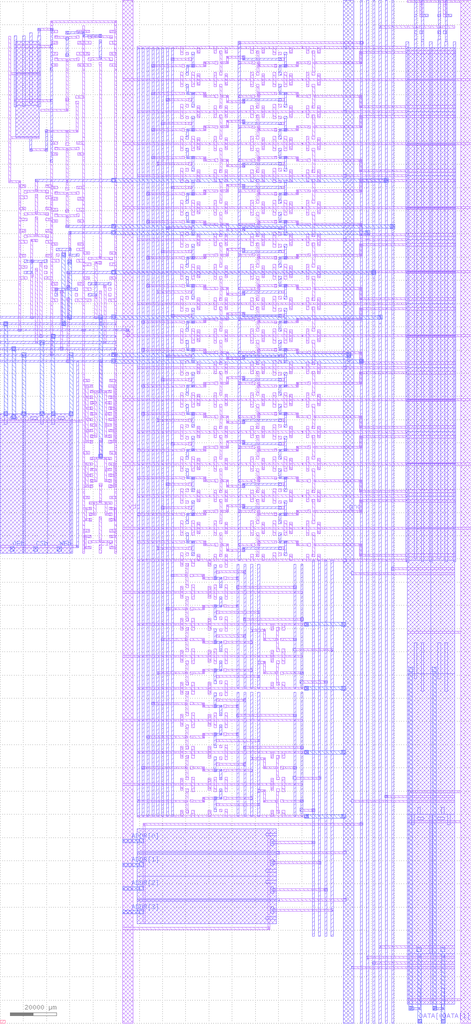
<source format=lef>
VERSION 5.4 ;
NAMESCASESENSITIVE ON ;
BUSBITCHARS "[]" ;
DIVIDERCHAR "/" ;
UNITS
  DATABASE MICRONS 1000 ;
END UNITS
SITE  MacroSite
   CLASS Core ;
   SIZE 2250.0 by 1200.0 ;
END  MacroSite
MACRO sram_2_16_1_scn3me_subm
   CLASS BLOCK ;
   SIZE 2250.0 BY 1200.0 ;
   SYMMETRY X Y R90 ;
   SITE MacroSite ;
   PIN DATA[0]
      DIRECTION INOUT ;
      PORT
         LAYER metal2 ;
         RECT  180000.0 0.0 180900.0 1800.0 ;
      END
   END DATA[0]
   PIN DATA[1]
      DIRECTION INOUT ;
      PORT
         LAYER metal2 ;
         RECT  190200.0 0.0 191100.0 1800.0 ;
      END
   END DATA[1]
   PIN ADDR[0]
      DIRECTION INPUT ;
      PORT
         LAYER metal3 ;
         RECT  52800.0 77700.0 60000.0 79200.0 ;
      END
   END ADDR[0]
   PIN ADDR[1]
      DIRECTION INPUT ;
      PORT
         LAYER metal3 ;
         RECT  52800.0 67500.0 60000.0 69000.0 ;
      END
   END ADDR[1]
   PIN ADDR[2]
      DIRECTION INPUT ;
      PORT
         LAYER metal3 ;
         RECT  52800.0 57300.0 60000.0 58800.0 ;
      END
   END ADDR[2]
   PIN ADDR[3]
      DIRECTION INPUT ;
      PORT
         LAYER metal3 ;
         RECT  52800.0 47100.0 60000.0 48600.0 ;
      END
   END ADDR[3]
   PIN CSb
      DIRECTION INPUT ;
      PORT
         LAYER metal3 ;
         RECT  14400.0 203400.0 16200.0 205200.0 ;
      END
   END CSb
   PIN WEb
      DIRECTION INPUT ;
      PORT
         LAYER metal3 ;
         RECT  24600.0 203400.0 26400.0 205200.0 ;
      END
   END WEb
   PIN OEb
      DIRECTION INPUT ;
      PORT
         LAYER metal3 ;
         RECT  4200.0 203400.0 6000.0 205200.0 ;
      END
   END OEb
   PIN clk
      DIRECTION INPUT ;
      PORT
         LAYER metal1 ;
         RECT  42600.0 202500.0 43800.0 206100.0 ;
      END
   END clk
   PIN vdd
      DIRECTION INOUT ;
      USE POWER ; 
      SHAPE ABUTMENT ; 
      PORT
         LAYER metal1 ;
         RECT  198600.0 0.0 203100.0 440700.0 ;
         LAYER metal1 ;
         RECT  52800.0 0.0 57300.0 440700.0 ;
      END
   END vdd
   PIN gnd
      DIRECTION INOUT ;
      USE GROUND ; 
      SHAPE ABUTMENT ; 
      PORT
         LAYER metal2 ;
         RECT  148050.0 0.0 152550.0 440700.0 ;
      END
   END gnd
   OBS
   LAYER  metal1 ;
      RECT  54600.0 295950.0 55500.0 298650.0 ;
      RECT  97500.0 205650.0 98400.0 206550.0 ;
      RECT  97500.0 203250.0 98400.0 204150.0 ;
      RECT  96150.0 205650.0 97950.0 206550.0 ;
      RECT  97500.0 203700.0 98400.0 206100.0 ;
      RECT  97950.0 203250.0 99900.0 204150.0 ;
      RECT  154950.0 205650.0 155850.0 206550.0 ;
      RECT  154950.0 201150.0 155850.0 202050.0 ;
      RECT  136050.0 205650.0 155400.0 206550.0 ;
      RECT  154950.0 201600.0 155850.0 206100.0 ;
      RECT  155400.0 201150.0 174900.0 202050.0 ;
      RECT  97500.0 220050.0 98400.0 220950.0 ;
      RECT  97500.0 222450.0 98400.0 223350.0 ;
      RECT  96150.0 220050.0 97950.0 220950.0 ;
      RECT  97500.0 220500.0 98400.0 222900.0 ;
      RECT  97950.0 222450.0 99900.0 223350.0 ;
      RECT  154950.0 220050.0 155850.0 220950.0 ;
      RECT  154950.0 224550.0 155850.0 225450.0 ;
      RECT  136050.0 220050.0 155400.0 220950.0 ;
      RECT  154950.0 220500.0 155850.0 225000.0 ;
      RECT  155400.0 224550.0 174900.0 225450.0 ;
      RECT  97500.0 233250.0 98400.0 234150.0 ;
      RECT  97500.0 230850.0 98400.0 231750.0 ;
      RECT  96150.0 233250.0 97950.0 234150.0 ;
      RECT  97500.0 231300.0 98400.0 233700.0 ;
      RECT  97950.0 230850.0 99900.0 231750.0 ;
      RECT  154950.0 233250.0 155850.0 234150.0 ;
      RECT  154950.0 228750.0 155850.0 229650.0 ;
      RECT  136050.0 233250.0 155400.0 234150.0 ;
      RECT  154950.0 229200.0 155850.0 233700.0 ;
      RECT  155400.0 228750.0 174900.0 229650.0 ;
      RECT  97500.0 247650.0 98400.0 248550.0 ;
      RECT  97500.0 250050.0 98400.0 250950.0 ;
      RECT  96150.0 247650.0 97950.0 248550.0 ;
      RECT  97500.0 248100.0 98400.0 250500.0 ;
      RECT  97950.0 250050.0 99900.0 250950.0 ;
      RECT  154950.0 247650.0 155850.0 248550.0 ;
      RECT  154950.0 252150.0 155850.0 253050.0 ;
      RECT  136050.0 247650.0 155400.0 248550.0 ;
      RECT  154950.0 248100.0 155850.0 252600.0 ;
      RECT  155400.0 252150.0 174900.0 253050.0 ;
      RECT  97500.0 260850.0 98400.0 261750.0 ;
      RECT  97500.0 258450.0 98400.0 259350.0 ;
      RECT  96150.0 260850.0 97950.0 261750.0 ;
      RECT  97500.0 258900.0 98400.0 261300.0 ;
      RECT  97950.0 258450.0 99900.0 259350.0 ;
      RECT  154950.0 260850.0 155850.0 261750.0 ;
      RECT  154950.0 256350.0 155850.0 257250.0 ;
      RECT  136050.0 260850.0 155400.0 261750.0 ;
      RECT  154950.0 256800.0 155850.0 261300.0 ;
      RECT  155400.0 256350.0 174900.0 257250.0 ;
      RECT  97500.0 275250.0 98400.0 276150.0 ;
      RECT  97500.0 277650.0 98400.0 278550.0 ;
      RECT  96150.0 275250.0 97950.0 276150.0 ;
      RECT  97500.0 275700.0 98400.0 278100.0 ;
      RECT  97950.0 277650.0 99900.0 278550.0 ;
      RECT  154950.0 275250.0 155850.0 276150.0 ;
      RECT  154950.0 279750.0 155850.0 280650.0 ;
      RECT  136050.0 275250.0 155400.0 276150.0 ;
      RECT  154950.0 275700.0 155850.0 280200.0 ;
      RECT  155400.0 279750.0 174900.0 280650.0 ;
      RECT  97500.0 288450.0 98400.0 289350.0 ;
      RECT  97500.0 286050.0 98400.0 286950.0 ;
      RECT  96150.0 288450.0 97950.0 289350.0 ;
      RECT  97500.0 286500.0 98400.0 288900.0 ;
      RECT  97950.0 286050.0 99900.0 286950.0 ;
      RECT  154950.0 288450.0 155850.0 289350.0 ;
      RECT  154950.0 283950.0 155850.0 284850.0 ;
      RECT  136050.0 288450.0 155400.0 289350.0 ;
      RECT  154950.0 284400.0 155850.0 288900.0 ;
      RECT  155400.0 283950.0 174900.0 284850.0 ;
      RECT  97500.0 302850.0 98400.0 303750.0 ;
      RECT  97500.0 305250.0 98400.0 306150.0 ;
      RECT  96150.0 302850.0 97950.0 303750.0 ;
      RECT  97500.0 303300.0 98400.0 305700.0 ;
      RECT  97950.0 305250.0 99900.0 306150.0 ;
      RECT  154950.0 302850.0 155850.0 303750.0 ;
      RECT  154950.0 307350.0 155850.0 308250.0 ;
      RECT  136050.0 302850.0 155400.0 303750.0 ;
      RECT  154950.0 303300.0 155850.0 307800.0 ;
      RECT  155400.0 307350.0 174900.0 308250.0 ;
      RECT  97500.0 316050.0 98400.0 316950.0 ;
      RECT  97500.0 313650.0 98400.0 314550.0 ;
      RECT  96150.0 316050.0 97950.0 316950.0 ;
      RECT  97500.0 314100.0 98400.0 316500.0 ;
      RECT  97950.0 313650.0 99900.0 314550.0 ;
      RECT  154950.0 316050.0 155850.0 316950.0 ;
      RECT  154950.0 311550.0 155850.0 312450.0 ;
      RECT  136050.0 316050.0 155400.0 316950.0 ;
      RECT  154950.0 312000.0 155850.0 316500.0 ;
      RECT  155400.0 311550.0 174900.0 312450.0 ;
      RECT  97500.0 330450.0 98400.0 331350.0 ;
      RECT  97500.0 332850.0 98400.0 333750.0 ;
      RECT  96150.0 330450.0 97950.0 331350.0 ;
      RECT  97500.0 330900.0 98400.0 333300.0 ;
      RECT  97950.0 332850.0 99900.0 333750.0 ;
      RECT  154950.0 330450.0 155850.0 331350.0 ;
      RECT  154950.0 334950.0 155850.0 335850.0 ;
      RECT  136050.0 330450.0 155400.0 331350.0 ;
      RECT  154950.0 330900.0 155850.0 335400.0 ;
      RECT  155400.0 334950.0 174900.0 335850.0 ;
      RECT  97500.0 343650.0 98400.0 344550.0 ;
      RECT  97500.0 341250.0 98400.0 342150.0 ;
      RECT  96150.0 343650.0 97950.0 344550.0 ;
      RECT  97500.0 341700.0 98400.0 344100.0 ;
      RECT  97950.0 341250.0 99900.0 342150.0 ;
      RECT  154950.0 343650.0 155850.0 344550.0 ;
      RECT  154950.0 339150.0 155850.0 340050.0 ;
      RECT  136050.0 343650.0 155400.0 344550.0 ;
      RECT  154950.0 339600.0 155850.0 344100.0 ;
      RECT  155400.0 339150.0 174900.0 340050.0 ;
      RECT  97500.0 358050.0 98400.0 358950.0 ;
      RECT  97500.0 360450.0 98400.0 361350.0 ;
      RECT  96150.0 358050.0 97950.0 358950.0 ;
      RECT  97500.0 358500.0 98400.0 360900.0 ;
      RECT  97950.0 360450.0 99900.0 361350.0 ;
      RECT  154950.0 358050.0 155850.0 358950.0 ;
      RECT  154950.0 362550.0 155850.0 363450.0 ;
      RECT  136050.0 358050.0 155400.0 358950.0 ;
      RECT  154950.0 358500.0 155850.0 363000.0 ;
      RECT  155400.0 362550.0 174900.0 363450.0 ;
      RECT  97500.0 371250.0 98400.0 372150.0 ;
      RECT  97500.0 368850.0 98400.0 369750.0 ;
      RECT  96150.0 371250.0 97950.0 372150.0 ;
      RECT  97500.0 369300.0 98400.0 371700.0 ;
      RECT  97950.0 368850.0 99900.0 369750.0 ;
      RECT  154950.0 371250.0 155850.0 372150.0 ;
      RECT  154950.0 366750.0 155850.0 367650.0 ;
      RECT  136050.0 371250.0 155400.0 372150.0 ;
      RECT  154950.0 367200.0 155850.0 371700.0 ;
      RECT  155400.0 366750.0 174900.0 367650.0 ;
      RECT  97500.0 385650.0 98400.0 386550.0 ;
      RECT  97500.0 388050.0 98400.0 388950.0 ;
      RECT  96150.0 385650.0 97950.0 386550.0 ;
      RECT  97500.0 386100.0 98400.0 388500.0 ;
      RECT  97950.0 388050.0 99900.0 388950.0 ;
      RECT  154950.0 385650.0 155850.0 386550.0 ;
      RECT  154950.0 390150.0 155850.0 391050.0 ;
      RECT  136050.0 385650.0 155400.0 386550.0 ;
      RECT  154950.0 386100.0 155850.0 390600.0 ;
      RECT  155400.0 390150.0 174900.0 391050.0 ;
      RECT  97500.0 398850.0 98400.0 399750.0 ;
      RECT  97500.0 396450.0 98400.0 397350.0 ;
      RECT  96150.0 398850.0 97950.0 399750.0 ;
      RECT  97500.0 396900.0 98400.0 399300.0 ;
      RECT  97950.0 396450.0 99900.0 397350.0 ;
      RECT  154950.0 398850.0 155850.0 399750.0 ;
      RECT  154950.0 394350.0 155850.0 395250.0 ;
      RECT  136050.0 398850.0 155400.0 399750.0 ;
      RECT  154950.0 394800.0 155850.0 399300.0 ;
      RECT  155400.0 394350.0 174900.0 395250.0 ;
      RECT  97500.0 413250.0 98400.0 414150.0 ;
      RECT  97500.0 415650.0 98400.0 416550.0 ;
      RECT  96150.0 413250.0 97950.0 414150.0 ;
      RECT  97500.0 413700.0 98400.0 416100.0 ;
      RECT  97950.0 415650.0 99900.0 416550.0 ;
      RECT  154950.0 413250.0 155850.0 414150.0 ;
      RECT  154950.0 417750.0 155850.0 418650.0 ;
      RECT  136050.0 413250.0 155400.0 414150.0 ;
      RECT  154950.0 413700.0 155850.0 418200.0 ;
      RECT  155400.0 417750.0 174900.0 418650.0 ;
      RECT  106200.0 199050.0 175500.0 199950.0 ;
      RECT  106200.0 226650.0 175500.0 227550.0 ;
      RECT  106200.0 254250.0 175500.0 255150.0 ;
      RECT  106200.0 281850.0 175500.0 282750.0 ;
      RECT  106200.0 309450.0 175500.0 310350.0 ;
      RECT  106200.0 337050.0 175500.0 337950.0 ;
      RECT  106200.0 364650.0 175500.0 365550.0 ;
      RECT  106200.0 392250.0 175500.0 393150.0 ;
      RECT  106200.0 419850.0 175500.0 420750.0 ;
      RECT  52800.0 212850.0 203100.0 213750.0 ;
      RECT  52800.0 240450.0 203100.0 241350.0 ;
      RECT  52800.0 268050.0 203100.0 268950.0 ;
      RECT  52800.0 295650.0 203100.0 296550.0 ;
      RECT  52800.0 323250.0 203100.0 324150.0 ;
      RECT  52800.0 350850.0 203100.0 351750.0 ;
      RECT  52800.0 378450.0 203100.0 379350.0 ;
      RECT  52800.0 406050.0 203100.0 406950.0 ;
      RECT  130500.0 91350.0 135000.0 92250.0 ;
      RECT  127500.0 105150.0 137700.0 106050.0 ;
      RECT  130500.0 146550.0 140400.0 147450.0 ;
      RECT  127500.0 160350.0 143100.0 161250.0 ;
      RECT  130500.0 88650.0 132000.0 89550.0 ;
      RECT  130500.0 116250.0 132000.0 117150.0 ;
      RECT  130500.0 143850.0 132000.0 144750.0 ;
      RECT  130500.0 171450.0 132000.0 172350.0 ;
      RECT  52800.0 102450.0 130500.0 103350.0 ;
      RECT  52800.0 130050.0 130500.0 130950.0 ;
      RECT  52800.0 157650.0 130500.0 158550.0 ;
      RECT  52800.0 185250.0 130500.0 186150.0 ;
      RECT  117900.0 77400.0 135000.0 78300.0 ;
      RECT  117900.0 68700.0 137700.0 69600.0 ;
      RECT  117900.0 57000.0 140400.0 57900.0 ;
      RECT  117900.0 48300.0 143100.0 49200.0 ;
      RECT  119100.0 73050.0 149250.0 73950.0 ;
      RECT  119100.0 52650.0 149250.0 53550.0 ;
      RECT  115500.0 40350.0 116400.0 41250.0 ;
      RECT  115500.0 40800.0 116400.0 42900.0 ;
      RECT  52800.0 40350.0 115950.0 41250.0 ;
      RECT  163800.0 32400.0 175500.0 33300.0 ;
      RECT  158400.0 27900.0 175500.0 28800.0 ;
      RECT  161100.0 25500.0 175500.0 26400.0 ;
      RECT  163800.0 428700.0 175500.0 429600.0 ;
      RECT  166500.0 97200.0 175500.0 98100.0 ;
      RECT  169200.0 195300.0 175500.0 196200.0 ;
      RECT  61500.0 85350.0 62400.0 86250.0 ;
      RECT  61500.0 83700.0 62400.0 85800.0 ;
      RECT  61950.0 85350.0 155700.0 86250.0 ;
      RECT  103050.0 421950.0 156600.0 422850.0 ;
      RECT  175500.0 439800.0 198600.0 440700.0 ;
      RECT  175500.0 168000.0 198600.0 168900.0 ;
      RECT  175500.0 99300.0 198600.0 100200.0 ;
      RECT  175500.0 86400.0 198600.0 87300.0 ;
      RECT  175500.0 9600.0 198600.0 10500.0 ;
      RECT  152550.0 23400.0 175500.0 24300.0 ;
      RECT  152550.0 193200.0 175500.0 194100.0 ;
      RECT  152550.0 95100.0 175500.0 96000.0 ;
      RECT  175500.0 199500.0 185700.0 213300.0 ;
      RECT  175500.0 227100.0 185700.0 213300.0 ;
      RECT  175500.0 227100.0 185700.0 240900.0 ;
      RECT  175500.0 254700.0 185700.0 240900.0 ;
      RECT  175500.0 254700.0 185700.0 268500.0 ;
      RECT  175500.0 282300.0 185700.0 268500.0 ;
      RECT  175500.0 282300.0 185700.0 296100.0 ;
      RECT  175500.0 309900.0 185700.0 296100.0 ;
      RECT  175500.0 309900.0 185700.0 323700.0 ;
      RECT  175500.0 337500.0 185700.0 323700.0 ;
      RECT  175500.0 337500.0 185700.0 351300.0 ;
      RECT  175500.0 365100.0 185700.0 351300.0 ;
      RECT  175500.0 365100.0 185700.0 378900.0 ;
      RECT  175500.0 392700.0 185700.0 378900.0 ;
      RECT  175500.0 392700.0 185700.0 406500.0 ;
      RECT  175500.0 420300.0 185700.0 406500.0 ;
      RECT  185700.0 199500.0 195900.0 213300.0 ;
      RECT  185700.0 227100.0 195900.0 213300.0 ;
      RECT  185700.0 227100.0 195900.0 240900.0 ;
      RECT  185700.0 254700.0 195900.0 240900.0 ;
      RECT  185700.0 254700.0 195900.0 268500.0 ;
      RECT  185700.0 282300.0 195900.0 268500.0 ;
      RECT  185700.0 282300.0 195900.0 296100.0 ;
      RECT  185700.0 309900.0 195900.0 296100.0 ;
      RECT  185700.0 309900.0 195900.0 323700.0 ;
      RECT  185700.0 337500.0 195900.0 323700.0 ;
      RECT  185700.0 337500.0 195900.0 351300.0 ;
      RECT  185700.0 365100.0 195900.0 351300.0 ;
      RECT  185700.0 365100.0 195900.0 378900.0 ;
      RECT  185700.0 392700.0 195900.0 378900.0 ;
      RECT  185700.0 392700.0 195900.0 406500.0 ;
      RECT  185700.0 420300.0 195900.0 406500.0 ;
      RECT  174900.0 201000.0 196500.0 202200.0 ;
      RECT  174900.0 224400.0 196500.0 225600.0 ;
      RECT  174900.0 228600.0 196500.0 229800.0 ;
      RECT  174900.0 252000.0 196500.0 253200.0 ;
      RECT  174900.0 256200.0 196500.0 257400.0 ;
      RECT  174900.0 279600.0 196500.0 280800.0 ;
      RECT  174900.0 283800.0 196500.0 285000.0 ;
      RECT  174900.0 307200.0 196500.0 308400.0 ;
      RECT  174900.0 311400.0 196500.0 312600.0 ;
      RECT  174900.0 334800.0 196500.0 336000.0 ;
      RECT  174900.0 339000.0 196500.0 340200.0 ;
      RECT  174900.0 362400.0 196500.0 363600.0 ;
      RECT  174900.0 366600.0 196500.0 367800.0 ;
      RECT  174900.0 390000.0 196500.0 391200.0 ;
      RECT  174900.0 394200.0 196500.0 395400.0 ;
      RECT  174900.0 417600.0 196500.0 418800.0 ;
      RECT  174900.0 212700.0 196500.0 213600.0 ;
      RECT  174900.0 240300.0 196500.0 241200.0 ;
      RECT  174900.0 267900.0 196500.0 268800.0 ;
      RECT  174900.0 295500.0 196500.0 296400.0 ;
      RECT  174900.0 323100.0 196500.0 324000.0 ;
      RECT  174900.0 350700.0 196500.0 351600.0 ;
      RECT  174900.0 378300.0 196500.0 379200.0 ;
      RECT  174900.0 405900.0 196500.0 406800.0 ;
      RECT  180900.0 433500.0 182100.0 440700.0 ;
      RECT  178500.0 426300.0 179700.0 427500.0 ;
      RECT  180900.0 426300.0 182100.0 427500.0 ;
      RECT  180900.0 426300.0 182100.0 427500.0 ;
      RECT  178500.0 426300.0 179700.0 427500.0 ;
      RECT  178500.0 433500.0 179700.0 434700.0 ;
      RECT  180900.0 433500.0 182100.0 434700.0 ;
      RECT  180900.0 433500.0 182100.0 434700.0 ;
      RECT  178500.0 433500.0 179700.0 434700.0 ;
      RECT  180900.0 433500.0 182100.0 434700.0 ;
      RECT  183300.0 433500.0 184500.0 434700.0 ;
      RECT  183300.0 433500.0 184500.0 434700.0 ;
      RECT  180900.0 433500.0 182100.0 434700.0 ;
      RECT  180600.0 428550.0 179400.0 429750.0 ;
      RECT  180900.0 438900.0 182100.0 440100.0 ;
      RECT  178500.0 426300.0 179700.0 427500.0 ;
      RECT  180900.0 426300.0 182100.0 427500.0 ;
      RECT  178500.0 433500.0 179700.0 434700.0 ;
      RECT  183300.0 433500.0 184500.0 434700.0 ;
      RECT  175500.0 428700.0 185700.0 429600.0 ;
      RECT  175500.0 439800.0 185700.0 440700.0 ;
      RECT  191100.0 433500.0 192300.0 440700.0 ;
      RECT  188700.0 426300.0 189900.0 427500.0 ;
      RECT  191100.0 426300.0 192300.0 427500.0 ;
      RECT  191100.0 426300.0 192300.0 427500.0 ;
      RECT  188700.0 426300.0 189900.0 427500.0 ;
      RECT  188700.0 433500.0 189900.0 434700.0 ;
      RECT  191100.0 433500.0 192300.0 434700.0 ;
      RECT  191100.0 433500.0 192300.0 434700.0 ;
      RECT  188700.0 433500.0 189900.0 434700.0 ;
      RECT  191100.0 433500.0 192300.0 434700.0 ;
      RECT  193500.0 433500.0 194700.0 434700.0 ;
      RECT  193500.0 433500.0 194700.0 434700.0 ;
      RECT  191100.0 433500.0 192300.0 434700.0 ;
      RECT  190800.0 428550.0 189600.0 429750.0 ;
      RECT  191100.0 438900.0 192300.0 440100.0 ;
      RECT  188700.0 426300.0 189900.0 427500.0 ;
      RECT  191100.0 426300.0 192300.0 427500.0 ;
      RECT  188700.0 433500.0 189900.0 434700.0 ;
      RECT  193500.0 433500.0 194700.0 434700.0 ;
      RECT  185700.0 428700.0 195900.0 429600.0 ;
      RECT  185700.0 439800.0 195900.0 440700.0 ;
      RECT  175500.0 428700.0 195900.0 429600.0 ;
      RECT  175500.0 439800.0 195900.0 440700.0 ;
      RECT  175500.0 150600.0 185700.0 199500.0 ;
      RECT  185700.0 150600.0 195900.0 199500.0 ;
      RECT  175500.0 195300.0 195900.0 196200.0 ;
      RECT  175500.0 168000.0 195900.0 168900.0 ;
      RECT  175500.0 193200.0 195900.0 194100.0 ;
      RECT  175500.0 90000.0 185700.0 150600.0 ;
      RECT  185700.0 90000.0 195900.0 150600.0 ;
      RECT  175500.0 97200.0 195900.0 98100.0 ;
      RECT  175500.0 99300.0 195900.0 100200.0 ;
      RECT  175500.0 95100.0 195900.0 96000.0 ;
      RECT  175500.0 30000.0 185700.0 90000.0 ;
      RECT  195900.0 30000.0 185700.0 90000.0 ;
      RECT  175500.0 32400.0 195900.0 33300.0 ;
      RECT  175500.0 86400.0 195900.0 87300.0 ;
      RECT  175500.0 30000.0 185700.0 8100.0 ;
      RECT  185700.0 30000.0 195900.0 8100.0 ;
      RECT  175500.0 26400.0 195900.0 25500.0 ;
      RECT  175500.0 28800.0 195900.0 27900.0 ;
      RECT  175500.0 10500.0 195900.0 9600.0 ;
      RECT  175500.0 24300.0 195900.0 23400.0 ;
      RECT  87750.0 206850.0 88650.0 207750.0 ;
      RECT  87750.0 205650.0 88650.0 206550.0 ;
      RECT  83700.0 206850.0 88200.0 207750.0 ;
      RECT  87750.0 206100.0 88650.0 207300.0 ;
      RECT  88200.0 205650.0 92700.0 206550.0 ;
      RECT  87750.0 218850.0 88650.0 219750.0 ;
      RECT  87750.0 220050.0 88650.0 220950.0 ;
      RECT  83700.0 218850.0 88200.0 219750.0 ;
      RECT  87750.0 219300.0 88650.0 220500.0 ;
      RECT  88200.0 220050.0 92700.0 220950.0 ;
      RECT  87750.0 234450.0 88650.0 235350.0 ;
      RECT  87750.0 233250.0 88650.0 234150.0 ;
      RECT  83700.0 234450.0 88200.0 235350.0 ;
      RECT  87750.0 233700.0 88650.0 234900.0 ;
      RECT  88200.0 233250.0 92700.0 234150.0 ;
      RECT  87750.0 246450.0 88650.0 247350.0 ;
      RECT  87750.0 247650.0 88650.0 248550.0 ;
      RECT  83700.0 246450.0 88200.0 247350.0 ;
      RECT  87750.0 246900.0 88650.0 248100.0 ;
      RECT  88200.0 247650.0 92700.0 248550.0 ;
      RECT  87750.0 262050.0 88650.0 262950.0 ;
      RECT  87750.0 260850.0 88650.0 261750.0 ;
      RECT  83700.0 262050.0 88200.0 262950.0 ;
      RECT  87750.0 261300.0 88650.0 262500.0 ;
      RECT  88200.0 260850.0 92700.0 261750.0 ;
      RECT  87750.0 274050.0 88650.0 274950.0 ;
      RECT  87750.0 275250.0 88650.0 276150.0 ;
      RECT  83700.0 274050.0 88200.0 274950.0 ;
      RECT  87750.0 274500.0 88650.0 275700.0 ;
      RECT  88200.0 275250.0 92700.0 276150.0 ;
      RECT  87750.0 289650.0 88650.0 290550.0 ;
      RECT  87750.0 288450.0 88650.0 289350.0 ;
      RECT  83700.0 289650.0 88200.0 290550.0 ;
      RECT  87750.0 288900.0 88650.0 290100.0 ;
      RECT  88200.0 288450.0 92700.0 289350.0 ;
      RECT  87750.0 301650.0 88650.0 302550.0 ;
      RECT  87750.0 302850.0 88650.0 303750.0 ;
      RECT  83700.0 301650.0 88200.0 302550.0 ;
      RECT  87750.0 302100.0 88650.0 303300.0 ;
      RECT  88200.0 302850.0 92700.0 303750.0 ;
      RECT  87750.0 317250.0 88650.0 318150.0 ;
      RECT  87750.0 316050.0 88650.0 316950.0 ;
      RECT  83700.0 317250.0 88200.0 318150.0 ;
      RECT  87750.0 316500.0 88650.0 317700.0 ;
      RECT  88200.0 316050.0 92700.0 316950.0 ;
      RECT  87750.0 329250.0 88650.0 330150.0 ;
      RECT  87750.0 330450.0 88650.0 331350.0 ;
      RECT  83700.0 329250.0 88200.0 330150.0 ;
      RECT  87750.0 329700.0 88650.0 330900.0 ;
      RECT  88200.0 330450.0 92700.0 331350.0 ;
      RECT  87750.0 344850.0 88650.0 345750.0 ;
      RECT  87750.0 343650.0 88650.0 344550.0 ;
      RECT  83700.0 344850.0 88200.0 345750.0 ;
      RECT  87750.0 344100.0 88650.0 345300.0 ;
      RECT  88200.0 343650.0 92700.0 344550.0 ;
      RECT  87750.0 356850.0 88650.0 357750.0 ;
      RECT  87750.0 358050.0 88650.0 358950.0 ;
      RECT  83700.0 356850.0 88200.0 357750.0 ;
      RECT  87750.0 357300.0 88650.0 358500.0 ;
      RECT  88200.0 358050.0 92700.0 358950.0 ;
      RECT  87750.0 372450.0 88650.0 373350.0 ;
      RECT  87750.0 371250.0 88650.0 372150.0 ;
      RECT  83700.0 372450.0 88200.0 373350.0 ;
      RECT  87750.0 371700.0 88650.0 372900.0 ;
      RECT  88200.0 371250.0 92700.0 372150.0 ;
      RECT  87750.0 384450.0 88650.0 385350.0 ;
      RECT  87750.0 385650.0 88650.0 386550.0 ;
      RECT  83700.0 384450.0 88200.0 385350.0 ;
      RECT  87750.0 384900.0 88650.0 386100.0 ;
      RECT  88200.0 385650.0 92700.0 386550.0 ;
      RECT  87750.0 400050.0 88650.0 400950.0 ;
      RECT  87750.0 398850.0 88650.0 399750.0 ;
      RECT  83700.0 400050.0 88200.0 400950.0 ;
      RECT  87750.0 399300.0 88650.0 400500.0 ;
      RECT  88200.0 398850.0 92700.0 399750.0 ;
      RECT  87750.0 412050.0 88650.0 412950.0 ;
      RECT  87750.0 413250.0 88650.0 414150.0 ;
      RECT  83700.0 412050.0 88200.0 412950.0 ;
      RECT  87750.0 412500.0 88650.0 413700.0 ;
      RECT  88200.0 413250.0 92700.0 414150.0 ;
      RECT  59550.0 95250.0 75900.0 96150.0 ;
      RECT  61650.0 109650.0 75900.0 110550.0 ;
      RECT  63750.0 122850.0 75900.0 123750.0 ;
      RECT  65850.0 137250.0 75900.0 138150.0 ;
      RECT  67950.0 150450.0 75900.0 151350.0 ;
      RECT  70050.0 164850.0 75900.0 165750.0 ;
      RECT  72150.0 178050.0 75900.0 178950.0 ;
      RECT  74250.0 192450.0 75900.0 193350.0 ;
      RECT  59550.0 206850.0 78300.0 207750.0 ;
      RECT  67950.0 204150.0 81300.0 205050.0 ;
      RECT  59550.0 218850.0 78300.0 219750.0 ;
      RECT  70050.0 221550.0 81300.0 222450.0 ;
      RECT  59550.0 234450.0 78300.0 235350.0 ;
      RECT  72150.0 231750.0 81300.0 232650.0 ;
      RECT  59550.0 246450.0 78300.0 247350.0 ;
      RECT  74250.0 249150.0 81300.0 250050.0 ;
      RECT  61650.0 262050.0 78300.0 262950.0 ;
      RECT  67950.0 259350.0 81300.0 260250.0 ;
      RECT  61650.0 274050.0 78300.0 274950.0 ;
      RECT  70050.0 276750.0 81300.0 277650.0 ;
      RECT  61650.0 289650.0 78300.0 290550.0 ;
      RECT  72150.0 286950.0 81300.0 287850.0 ;
      RECT  61650.0 301650.0 78300.0 302550.0 ;
      RECT  74250.0 304350.0 81300.0 305250.0 ;
      RECT  63750.0 317250.0 78300.0 318150.0 ;
      RECT  67950.0 314550.0 81300.0 315450.0 ;
      RECT  63750.0 329250.0 78300.0 330150.0 ;
      RECT  70050.0 331950.0 81300.0 332850.0 ;
      RECT  63750.0 344850.0 78300.0 345750.0 ;
      RECT  72150.0 342150.0 81300.0 343050.0 ;
      RECT  63750.0 356850.0 78300.0 357750.0 ;
      RECT  74250.0 359550.0 81300.0 360450.0 ;
      RECT  65850.0 372450.0 78300.0 373350.0 ;
      RECT  67950.0 369750.0 81300.0 370650.0 ;
      RECT  65850.0 384450.0 78300.0 385350.0 ;
      RECT  70050.0 387150.0 81300.0 388050.0 ;
      RECT  65850.0 400050.0 78300.0 400950.0 ;
      RECT  72150.0 397350.0 81300.0 398250.0 ;
      RECT  65850.0 412050.0 78300.0 412950.0 ;
      RECT  74250.0 414750.0 81300.0 415650.0 ;
      RECT  114450.0 95250.0 113550.0 96150.0 ;
      RECT  114450.0 99750.0 113550.0 100650.0 ;
      RECT  118650.0 95250.0 114000.0 96150.0 ;
      RECT  114450.0 95700.0 113550.0 100200.0 ;
      RECT  114000.0 99750.0 111450.0 100650.0 ;
      RECT  130050.0 95250.0 122100.0 96150.0 ;
      RECT  114450.0 109650.0 113550.0 110550.0 ;
      RECT  114450.0 113550.0 113550.0 114450.0 ;
      RECT  118650.0 109650.0 114000.0 110550.0 ;
      RECT  114450.0 110100.0 113550.0 114000.0 ;
      RECT  114000.0 113550.0 108450.0 114450.0 ;
      RECT  127050.0 109650.0 122100.0 110550.0 ;
      RECT  130050.0 118350.0 105450.0 119250.0 ;
      RECT  127050.0 132150.0 102450.0 133050.0 ;
      RECT  111450.0 93750.0 94500.0 94650.0 ;
      RECT  108450.0 96450.0 97500.0 97350.0 ;
      RECT  105450.0 111150.0 94500.0 112050.0 ;
      RECT  108450.0 108450.0 97500.0 109350.0 ;
      RECT  111450.0 121350.0 94500.0 122250.0 ;
      RECT  102450.0 124050.0 97500.0 124950.0 ;
      RECT  105450.0 138750.0 94500.0 139650.0 ;
      RECT  102450.0 136050.0 97500.0 136950.0 ;
      RECT  88050.0 96450.0 87150.0 97350.0 ;
      RECT  88050.0 95250.0 87150.0 96150.0 ;
      RECT  92100.0 96450.0 87600.0 97350.0 ;
      RECT  88050.0 95700.0 87150.0 96900.0 ;
      RECT  87600.0 95250.0 83100.0 96150.0 ;
      RECT  88050.0 108450.0 87150.0 109350.0 ;
      RECT  88050.0 109650.0 87150.0 110550.0 ;
      RECT  92100.0 108450.0 87600.0 109350.0 ;
      RECT  88050.0 108900.0 87150.0 110100.0 ;
      RECT  87600.0 109650.0 83100.0 110550.0 ;
      RECT  88050.0 124050.0 87150.0 124950.0 ;
      RECT  88050.0 122850.0 87150.0 123750.0 ;
      RECT  92100.0 124050.0 87600.0 124950.0 ;
      RECT  88050.0 123300.0 87150.0 124500.0 ;
      RECT  87600.0 122850.0 83100.0 123750.0 ;
      RECT  88050.0 136050.0 87150.0 136950.0 ;
      RECT  88050.0 137250.0 87150.0 138150.0 ;
      RECT  92100.0 136050.0 87600.0 136950.0 ;
      RECT  88050.0 136500.0 87150.0 137700.0 ;
      RECT  87600.0 137250.0 83100.0 138150.0 ;
      RECT  117900.0 100950.0 116700.0 102900.0 ;
      RECT  117900.0 89100.0 116700.0 91050.0 ;
      RECT  122700.0 90450.0 121500.0 88650.0 ;
      RECT  122700.0 99750.0 121500.0 103350.0 ;
      RECT  120000.0 90450.0 119100.0 99750.0 ;
      RECT  122700.0 99750.0 121500.0 100950.0 ;
      RECT  120300.0 99750.0 119100.0 100950.0 ;
      RECT  120300.0 99750.0 119100.0 100950.0 ;
      RECT  122700.0 99750.0 121500.0 100950.0 ;
      RECT  122700.0 90450.0 121500.0 91650.0 ;
      RECT  120300.0 90450.0 119100.0 91650.0 ;
      RECT  120300.0 90450.0 119100.0 91650.0 ;
      RECT  122700.0 90450.0 121500.0 91650.0 ;
      RECT  117900.0 100350.0 116700.0 101550.0 ;
      RECT  117900.0 90450.0 116700.0 91650.0 ;
      RECT  122100.0 95100.0 120900.0 96300.0 ;
      RECT  122100.0 95100.0 120900.0 96300.0 ;
      RECT  119550.0 95250.0 118650.0 96150.0 ;
      RECT  124500.0 102450.0 114900.0 103350.0 ;
      RECT  124500.0 88650.0 114900.0 89550.0 ;
      RECT  117900.0 104850.0 116700.0 102900.0 ;
      RECT  117900.0 116700.0 116700.0 114750.0 ;
      RECT  122700.0 115350.0 121500.0 117150.0 ;
      RECT  122700.0 106050.0 121500.0 102450.0 ;
      RECT  120000.0 115350.0 119100.0 106050.0 ;
      RECT  122700.0 106050.0 121500.0 104850.0 ;
      RECT  120300.0 106050.0 119100.0 104850.0 ;
      RECT  120300.0 106050.0 119100.0 104850.0 ;
      RECT  122700.0 106050.0 121500.0 104850.0 ;
      RECT  122700.0 115350.0 121500.0 114150.0 ;
      RECT  120300.0 115350.0 119100.0 114150.0 ;
      RECT  120300.0 115350.0 119100.0 114150.0 ;
      RECT  122700.0 115350.0 121500.0 114150.0 ;
      RECT  117900.0 105450.0 116700.0 104250.0 ;
      RECT  117900.0 115350.0 116700.0 114150.0 ;
      RECT  122100.0 110700.0 120900.0 109500.0 ;
      RECT  122100.0 110700.0 120900.0 109500.0 ;
      RECT  119550.0 110550.0 118650.0 109650.0 ;
      RECT  124500.0 103350.0 114900.0 102450.0 ;
      RECT  124500.0 117150.0 114900.0 116250.0 ;
      RECT  78900.0 100950.0 77700.0 102900.0 ;
      RECT  78900.0 89100.0 77700.0 91050.0 ;
      RECT  83700.0 90450.0 82500.0 88650.0 ;
      RECT  83700.0 99750.0 82500.0 103350.0 ;
      RECT  81000.0 90450.0 80100.0 99750.0 ;
      RECT  83700.0 99750.0 82500.0 100950.0 ;
      RECT  81300.0 99750.0 80100.0 100950.0 ;
      RECT  81300.0 99750.0 80100.0 100950.0 ;
      RECT  83700.0 99750.0 82500.0 100950.0 ;
      RECT  83700.0 90450.0 82500.0 91650.0 ;
      RECT  81300.0 90450.0 80100.0 91650.0 ;
      RECT  81300.0 90450.0 80100.0 91650.0 ;
      RECT  83700.0 90450.0 82500.0 91650.0 ;
      RECT  78900.0 100350.0 77700.0 101550.0 ;
      RECT  78900.0 90450.0 77700.0 91650.0 ;
      RECT  83100.0 95100.0 81900.0 96300.0 ;
      RECT  83100.0 95100.0 81900.0 96300.0 ;
      RECT  80550.0 95250.0 79650.0 96150.0 ;
      RECT  85500.0 102450.0 75900.0 103350.0 ;
      RECT  85500.0 88650.0 75900.0 89550.0 ;
      RECT  78900.0 104850.0 77700.0 102900.0 ;
      RECT  78900.0 116700.0 77700.0 114750.0 ;
      RECT  83700.0 115350.0 82500.0 117150.0 ;
      RECT  83700.0 106050.0 82500.0 102450.0 ;
      RECT  81000.0 115350.0 80100.0 106050.0 ;
      RECT  83700.0 106050.0 82500.0 104850.0 ;
      RECT  81300.0 106050.0 80100.0 104850.0 ;
      RECT  81300.0 106050.0 80100.0 104850.0 ;
      RECT  83700.0 106050.0 82500.0 104850.0 ;
      RECT  83700.0 115350.0 82500.0 114150.0 ;
      RECT  81300.0 115350.0 80100.0 114150.0 ;
      RECT  81300.0 115350.0 80100.0 114150.0 ;
      RECT  83700.0 115350.0 82500.0 114150.0 ;
      RECT  78900.0 105450.0 77700.0 104250.0 ;
      RECT  78900.0 115350.0 77700.0 114150.0 ;
      RECT  83100.0 110700.0 81900.0 109500.0 ;
      RECT  83100.0 110700.0 81900.0 109500.0 ;
      RECT  80550.0 110550.0 79650.0 109650.0 ;
      RECT  85500.0 103350.0 75900.0 102450.0 ;
      RECT  85500.0 117150.0 75900.0 116250.0 ;
      RECT  78900.0 128550.0 77700.0 130500.0 ;
      RECT  78900.0 116700.0 77700.0 118650.0 ;
      RECT  83700.0 118050.0 82500.0 116250.0 ;
      RECT  83700.0 127350.0 82500.0 130950.0 ;
      RECT  81000.0 118050.0 80100.0 127350.0 ;
      RECT  83700.0 127350.0 82500.0 128550.0 ;
      RECT  81300.0 127350.0 80100.0 128550.0 ;
      RECT  81300.0 127350.0 80100.0 128550.0 ;
      RECT  83700.0 127350.0 82500.0 128550.0 ;
      RECT  83700.0 118050.0 82500.0 119250.0 ;
      RECT  81300.0 118050.0 80100.0 119250.0 ;
      RECT  81300.0 118050.0 80100.0 119250.0 ;
      RECT  83700.0 118050.0 82500.0 119250.0 ;
      RECT  78900.0 127950.0 77700.0 129150.0 ;
      RECT  78900.0 118050.0 77700.0 119250.0 ;
      RECT  83100.0 122700.0 81900.0 123900.0 ;
      RECT  83100.0 122700.0 81900.0 123900.0 ;
      RECT  80550.0 122850.0 79650.0 123750.0 ;
      RECT  85500.0 130050.0 75900.0 130950.0 ;
      RECT  85500.0 116250.0 75900.0 117150.0 ;
      RECT  78900.0 132450.0 77700.0 130500.0 ;
      RECT  78900.0 144300.0 77700.0 142350.0 ;
      RECT  83700.0 142950.0 82500.0 144750.0 ;
      RECT  83700.0 133650.0 82500.0 130050.0 ;
      RECT  81000.0 142950.0 80100.0 133650.0 ;
      RECT  83700.0 133650.0 82500.0 132450.0 ;
      RECT  81300.0 133650.0 80100.0 132450.0 ;
      RECT  81300.0 133650.0 80100.0 132450.0 ;
      RECT  83700.0 133650.0 82500.0 132450.0 ;
      RECT  83700.0 142950.0 82500.0 141750.0 ;
      RECT  81300.0 142950.0 80100.0 141750.0 ;
      RECT  81300.0 142950.0 80100.0 141750.0 ;
      RECT  83700.0 142950.0 82500.0 141750.0 ;
      RECT  78900.0 133050.0 77700.0 131850.0 ;
      RECT  78900.0 142950.0 77700.0 141750.0 ;
      RECT  83100.0 138300.0 81900.0 137100.0 ;
      RECT  83100.0 138300.0 81900.0 137100.0 ;
      RECT  80550.0 138150.0 79650.0 137250.0 ;
      RECT  85500.0 130950.0 75900.0 130050.0 ;
      RECT  85500.0 144750.0 75900.0 143850.0 ;
      RECT  98100.0 91050.0 96900.0 88650.0 ;
      RECT  98100.0 99750.0 96900.0 103350.0 ;
      RECT  93300.0 99750.0 92100.0 103350.0 ;
      RECT  90900.0 100950.0 89700.0 102900.0 ;
      RECT  90900.0 89100.0 89700.0 91050.0 ;
      RECT  98100.0 99750.0 96900.0 100950.0 ;
      RECT  95700.0 99750.0 94500.0 100950.0 ;
      RECT  95700.0 99750.0 94500.0 100950.0 ;
      RECT  98100.0 99750.0 96900.0 100950.0 ;
      RECT  95700.0 99750.0 94500.0 100950.0 ;
      RECT  93300.0 99750.0 92100.0 100950.0 ;
      RECT  93300.0 99750.0 92100.0 100950.0 ;
      RECT  95700.0 99750.0 94500.0 100950.0 ;
      RECT  98100.0 91050.0 96900.0 92250.0 ;
      RECT  95700.0 91050.0 94500.0 92250.0 ;
      RECT  95700.0 91050.0 94500.0 92250.0 ;
      RECT  98100.0 91050.0 96900.0 92250.0 ;
      RECT  95700.0 91050.0 94500.0 92250.0 ;
      RECT  93300.0 91050.0 92100.0 92250.0 ;
      RECT  93300.0 91050.0 92100.0 92250.0 ;
      RECT  95700.0 91050.0 94500.0 92250.0 ;
      RECT  90900.0 100350.0 89700.0 101550.0 ;
      RECT  90900.0 90450.0 89700.0 91650.0 ;
      RECT  93300.0 93600.0 94500.0 94800.0 ;
      RECT  96300.0 96300.0 97500.0 97500.0 ;
      RECT  95700.0 99750.0 94500.0 100950.0 ;
      RECT  93300.0 91050.0 92100.0 92250.0 ;
      RECT  92100.0 96300.0 93300.0 97500.0 ;
      RECT  97500.0 96300.0 96300.0 97500.0 ;
      RECT  94500.0 93600.0 93300.0 94800.0 ;
      RECT  93300.0 96300.0 92100.0 97500.0 ;
      RECT  99900.0 102450.0 85500.0 103350.0 ;
      RECT  99900.0 88650.0 85500.0 89550.0 ;
      RECT  98100.0 114750.0 96900.0 117150.0 ;
      RECT  98100.0 106050.0 96900.0 102450.0 ;
      RECT  93300.0 106050.0 92100.0 102450.0 ;
      RECT  90900.0 104850.0 89700.0 102900.0 ;
      RECT  90900.0 116700.0 89700.0 114750.0 ;
      RECT  98100.0 106050.0 96900.0 104850.0 ;
      RECT  95700.0 106050.0 94500.0 104850.0 ;
      RECT  95700.0 106050.0 94500.0 104850.0 ;
      RECT  98100.0 106050.0 96900.0 104850.0 ;
      RECT  95700.0 106050.0 94500.0 104850.0 ;
      RECT  93300.0 106050.0 92100.0 104850.0 ;
      RECT  93300.0 106050.0 92100.0 104850.0 ;
      RECT  95700.0 106050.0 94500.0 104850.0 ;
      RECT  98100.0 114750.0 96900.0 113550.0 ;
      RECT  95700.0 114750.0 94500.0 113550.0 ;
      RECT  95700.0 114750.0 94500.0 113550.0 ;
      RECT  98100.0 114750.0 96900.0 113550.0 ;
      RECT  95700.0 114750.0 94500.0 113550.0 ;
      RECT  93300.0 114750.0 92100.0 113550.0 ;
      RECT  93300.0 114750.0 92100.0 113550.0 ;
      RECT  95700.0 114750.0 94500.0 113550.0 ;
      RECT  90900.0 105450.0 89700.0 104250.0 ;
      RECT  90900.0 115350.0 89700.0 114150.0 ;
      RECT  93300.0 112200.0 94500.0 111000.0 ;
      RECT  96300.0 109500.0 97500.0 108300.0 ;
      RECT  95700.0 106050.0 94500.0 104850.0 ;
      RECT  93300.0 114750.0 92100.0 113550.0 ;
      RECT  92100.0 109500.0 93300.0 108300.0 ;
      RECT  97500.0 109500.0 96300.0 108300.0 ;
      RECT  94500.0 112200.0 93300.0 111000.0 ;
      RECT  93300.0 109500.0 92100.0 108300.0 ;
      RECT  99900.0 103350.0 85500.0 102450.0 ;
      RECT  99900.0 117150.0 85500.0 116250.0 ;
      RECT  98100.0 118650.0 96900.0 116250.0 ;
      RECT  98100.0 127350.0 96900.0 130950.0 ;
      RECT  93300.0 127350.0 92100.0 130950.0 ;
      RECT  90900.0 128550.0 89700.0 130500.0 ;
      RECT  90900.0 116700.0 89700.0 118650.0 ;
      RECT  98100.0 127350.0 96900.0 128550.0 ;
      RECT  95700.0 127350.0 94500.0 128550.0 ;
      RECT  95700.0 127350.0 94500.0 128550.0 ;
      RECT  98100.0 127350.0 96900.0 128550.0 ;
      RECT  95700.0 127350.0 94500.0 128550.0 ;
      RECT  93300.0 127350.0 92100.0 128550.0 ;
      RECT  93300.0 127350.0 92100.0 128550.0 ;
      RECT  95700.0 127350.0 94500.0 128550.0 ;
      RECT  98100.0 118650.0 96900.0 119850.0 ;
      RECT  95700.0 118650.0 94500.0 119850.0 ;
      RECT  95700.0 118650.0 94500.0 119850.0 ;
      RECT  98100.0 118650.0 96900.0 119850.0 ;
      RECT  95700.0 118650.0 94500.0 119850.0 ;
      RECT  93300.0 118650.0 92100.0 119850.0 ;
      RECT  93300.0 118650.0 92100.0 119850.0 ;
      RECT  95700.0 118650.0 94500.0 119850.0 ;
      RECT  90900.0 127950.0 89700.0 129150.0 ;
      RECT  90900.0 118050.0 89700.0 119250.0 ;
      RECT  93300.0 121200.0 94500.0 122400.0 ;
      RECT  96300.0 123900.0 97500.0 125100.0 ;
      RECT  95700.0 127350.0 94500.0 128550.0 ;
      RECT  93300.0 118650.0 92100.0 119850.0 ;
      RECT  92100.0 123900.0 93300.0 125100.0 ;
      RECT  97500.0 123900.0 96300.0 125100.0 ;
      RECT  94500.0 121200.0 93300.0 122400.0 ;
      RECT  93300.0 123900.0 92100.0 125100.0 ;
      RECT  99900.0 130050.0 85500.0 130950.0 ;
      RECT  99900.0 116250.0 85500.0 117150.0 ;
      RECT  98100.0 142350.0 96900.0 144750.0 ;
      RECT  98100.0 133650.0 96900.0 130050.0 ;
      RECT  93300.0 133650.0 92100.0 130050.0 ;
      RECT  90900.0 132450.0 89700.0 130500.0 ;
      RECT  90900.0 144300.0 89700.0 142350.0 ;
      RECT  98100.0 133650.0 96900.0 132450.0 ;
      RECT  95700.0 133650.0 94500.0 132450.0 ;
      RECT  95700.0 133650.0 94500.0 132450.0 ;
      RECT  98100.0 133650.0 96900.0 132450.0 ;
      RECT  95700.0 133650.0 94500.0 132450.0 ;
      RECT  93300.0 133650.0 92100.0 132450.0 ;
      RECT  93300.0 133650.0 92100.0 132450.0 ;
      RECT  95700.0 133650.0 94500.0 132450.0 ;
      RECT  98100.0 142350.0 96900.0 141150.0 ;
      RECT  95700.0 142350.0 94500.0 141150.0 ;
      RECT  95700.0 142350.0 94500.0 141150.0 ;
      RECT  98100.0 142350.0 96900.0 141150.0 ;
      RECT  95700.0 142350.0 94500.0 141150.0 ;
      RECT  93300.0 142350.0 92100.0 141150.0 ;
      RECT  93300.0 142350.0 92100.0 141150.0 ;
      RECT  95700.0 142350.0 94500.0 141150.0 ;
      RECT  90900.0 133050.0 89700.0 131850.0 ;
      RECT  90900.0 142950.0 89700.0 141750.0 ;
      RECT  93300.0 139800.0 94500.0 138600.0 ;
      RECT  96300.0 137100.0 97500.0 135900.0 ;
      RECT  95700.0 133650.0 94500.0 132450.0 ;
      RECT  93300.0 142350.0 92100.0 141150.0 ;
      RECT  92100.0 137100.0 93300.0 135900.0 ;
      RECT  97500.0 137100.0 96300.0 135900.0 ;
      RECT  94500.0 139800.0 93300.0 138600.0 ;
      RECT  93300.0 137100.0 92100.0 135900.0 ;
      RECT  99900.0 130950.0 85500.0 130050.0 ;
      RECT  99900.0 144750.0 85500.0 143850.0 ;
      RECT  110850.0 99600.0 112050.0 100800.0 ;
      RECT  129450.0 95100.0 130650.0 96300.0 ;
      RECT  107850.0 113400.0 109050.0 114600.0 ;
      RECT  126450.0 109500.0 127650.0 110700.0 ;
      RECT  129450.0 118200.0 130650.0 119400.0 ;
      RECT  104850.0 118200.0 106050.0 119400.0 ;
      RECT  126450.0 132000.0 127650.0 133200.0 ;
      RECT  101850.0 132000.0 103050.0 133200.0 ;
      RECT  110850.0 93600.0 112050.0 94800.0 ;
      RECT  107850.0 96300.0 109050.0 97500.0 ;
      RECT  104850.0 111000.0 106050.0 112200.0 ;
      RECT  107850.0 108300.0 109050.0 109500.0 ;
      RECT  110850.0 121200.0 112050.0 122400.0 ;
      RECT  101850.0 123900.0 103050.0 125100.0 ;
      RECT  104850.0 138600.0 106050.0 139800.0 ;
      RECT  101850.0 135900.0 103050.0 137100.0 ;
      RECT  79650.0 95250.0 75900.0 96150.0 ;
      RECT  79650.0 109650.0 75900.0 110550.0 ;
      RECT  79650.0 122850.0 75900.0 123750.0 ;
      RECT  79650.0 137250.0 75900.0 138150.0 ;
      RECT  130500.0 102450.0 75900.0 103350.0 ;
      RECT  130500.0 130050.0 75900.0 130950.0 ;
      RECT  130500.0 88650.0 75900.0 89550.0 ;
      RECT  130500.0 116250.0 75900.0 117150.0 ;
      RECT  130500.0 143850.0 75900.0 144750.0 ;
      RECT  114450.0 150450.0 113550.0 151350.0 ;
      RECT  114450.0 154950.0 113550.0 155850.0 ;
      RECT  118650.0 150450.0 114000.0 151350.0 ;
      RECT  114450.0 150900.0 113550.0 155400.0 ;
      RECT  114000.0 154950.0 111450.0 155850.0 ;
      RECT  130050.0 150450.0 122100.0 151350.0 ;
      RECT  114450.0 164850.0 113550.0 165750.0 ;
      RECT  114450.0 168750.0 113550.0 169650.0 ;
      RECT  118650.0 164850.0 114000.0 165750.0 ;
      RECT  114450.0 165300.0 113550.0 169200.0 ;
      RECT  114000.0 168750.0 108450.0 169650.0 ;
      RECT  127050.0 164850.0 122100.0 165750.0 ;
      RECT  130050.0 173550.0 105450.0 174450.0 ;
      RECT  127050.0 187350.0 102450.0 188250.0 ;
      RECT  111450.0 148950.0 94500.0 149850.0 ;
      RECT  108450.0 151650.0 97500.0 152550.0 ;
      RECT  105450.0 166350.0 94500.0 167250.0 ;
      RECT  108450.0 163650.0 97500.0 164550.0 ;
      RECT  111450.0 176550.0 94500.0 177450.0 ;
      RECT  102450.0 179250.0 97500.0 180150.0 ;
      RECT  105450.0 193950.0 94500.0 194850.0 ;
      RECT  102450.0 191250.0 97500.0 192150.0 ;
      RECT  88050.0 151650.0 87150.0 152550.0 ;
      RECT  88050.0 150450.0 87150.0 151350.0 ;
      RECT  92100.0 151650.0 87600.0 152550.0 ;
      RECT  88050.0 150900.0 87150.0 152100.0 ;
      RECT  87600.0 150450.0 83100.0 151350.0 ;
      RECT  88050.0 163650.0 87150.0 164550.0 ;
      RECT  88050.0 164850.0 87150.0 165750.0 ;
      RECT  92100.0 163650.0 87600.0 164550.0 ;
      RECT  88050.0 164100.0 87150.0 165300.0 ;
      RECT  87600.0 164850.0 83100.0 165750.0 ;
      RECT  88050.0 179250.0 87150.0 180150.0 ;
      RECT  88050.0 178050.0 87150.0 178950.0 ;
      RECT  92100.0 179250.0 87600.0 180150.0 ;
      RECT  88050.0 178500.0 87150.0 179700.0 ;
      RECT  87600.0 178050.0 83100.0 178950.0 ;
      RECT  88050.0 191250.0 87150.0 192150.0 ;
      RECT  88050.0 192450.0 87150.0 193350.0 ;
      RECT  92100.0 191250.0 87600.0 192150.0 ;
      RECT  88050.0 191700.0 87150.0 192900.0 ;
      RECT  87600.0 192450.0 83100.0 193350.0 ;
      RECT  117900.0 156150.0 116700.0 158100.0 ;
      RECT  117900.0 144300.0 116700.0 146250.0 ;
      RECT  122700.0 145650.0 121500.0 143850.0 ;
      RECT  122700.0 154950.0 121500.0 158550.0 ;
      RECT  120000.0 145650.0 119100.0 154950.0 ;
      RECT  122700.0 154950.0 121500.0 156150.0 ;
      RECT  120300.0 154950.0 119100.0 156150.0 ;
      RECT  120300.0 154950.0 119100.0 156150.0 ;
      RECT  122700.0 154950.0 121500.0 156150.0 ;
      RECT  122700.0 145650.0 121500.0 146850.0 ;
      RECT  120300.0 145650.0 119100.0 146850.0 ;
      RECT  120300.0 145650.0 119100.0 146850.0 ;
      RECT  122700.0 145650.0 121500.0 146850.0 ;
      RECT  117900.0 155550.0 116700.0 156750.0 ;
      RECT  117900.0 145650.0 116700.0 146850.0 ;
      RECT  122100.0 150300.0 120900.0 151500.0 ;
      RECT  122100.0 150300.0 120900.0 151500.0 ;
      RECT  119550.0 150450.0 118650.0 151350.0 ;
      RECT  124500.0 157650.0 114900.0 158550.0 ;
      RECT  124500.0 143850.0 114900.0 144750.0 ;
      RECT  117900.0 160050.0 116700.0 158100.0 ;
      RECT  117900.0 171900.0 116700.0 169950.0 ;
      RECT  122700.0 170550.0 121500.0 172350.0 ;
      RECT  122700.0 161250.0 121500.0 157650.0 ;
      RECT  120000.0 170550.0 119100.0 161250.0 ;
      RECT  122700.0 161250.0 121500.0 160050.0 ;
      RECT  120300.0 161250.0 119100.0 160050.0 ;
      RECT  120300.0 161250.0 119100.0 160050.0 ;
      RECT  122700.0 161250.0 121500.0 160050.0 ;
      RECT  122700.0 170550.0 121500.0 169350.0 ;
      RECT  120300.0 170550.0 119100.0 169350.0 ;
      RECT  120300.0 170550.0 119100.0 169350.0 ;
      RECT  122700.0 170550.0 121500.0 169350.0 ;
      RECT  117900.0 160650.0 116700.0 159450.0 ;
      RECT  117900.0 170550.0 116700.0 169350.0 ;
      RECT  122100.0 165900.0 120900.0 164700.0 ;
      RECT  122100.0 165900.0 120900.0 164700.0 ;
      RECT  119550.0 165750.0 118650.0 164850.0 ;
      RECT  124500.0 158550.0 114900.0 157650.0 ;
      RECT  124500.0 172350.0 114900.0 171450.0 ;
      RECT  78900.0 156150.0 77700.0 158100.0 ;
      RECT  78900.0 144300.0 77700.0 146250.0 ;
      RECT  83700.0 145650.0 82500.0 143850.0 ;
      RECT  83700.0 154950.0 82500.0 158550.0 ;
      RECT  81000.0 145650.0 80100.0 154950.0 ;
      RECT  83700.0 154950.0 82500.0 156150.0 ;
      RECT  81300.0 154950.0 80100.0 156150.0 ;
      RECT  81300.0 154950.0 80100.0 156150.0 ;
      RECT  83700.0 154950.0 82500.0 156150.0 ;
      RECT  83700.0 145650.0 82500.0 146850.0 ;
      RECT  81300.0 145650.0 80100.0 146850.0 ;
      RECT  81300.0 145650.0 80100.0 146850.0 ;
      RECT  83700.0 145650.0 82500.0 146850.0 ;
      RECT  78900.0 155550.0 77700.0 156750.0 ;
      RECT  78900.0 145650.0 77700.0 146850.0 ;
      RECT  83100.0 150300.0 81900.0 151500.0 ;
      RECT  83100.0 150300.0 81900.0 151500.0 ;
      RECT  80550.0 150450.0 79650.0 151350.0 ;
      RECT  85500.0 157650.0 75900.0 158550.0 ;
      RECT  85500.0 143850.0 75900.0 144750.0 ;
      RECT  78900.0 160050.0 77700.0 158100.0 ;
      RECT  78900.0 171900.0 77700.0 169950.0 ;
      RECT  83700.0 170550.0 82500.0 172350.0 ;
      RECT  83700.0 161250.0 82500.0 157650.0 ;
      RECT  81000.0 170550.0 80100.0 161250.0 ;
      RECT  83700.0 161250.0 82500.0 160050.0 ;
      RECT  81300.0 161250.0 80100.0 160050.0 ;
      RECT  81300.0 161250.0 80100.0 160050.0 ;
      RECT  83700.0 161250.0 82500.0 160050.0 ;
      RECT  83700.0 170550.0 82500.0 169350.0 ;
      RECT  81300.0 170550.0 80100.0 169350.0 ;
      RECT  81300.0 170550.0 80100.0 169350.0 ;
      RECT  83700.0 170550.0 82500.0 169350.0 ;
      RECT  78900.0 160650.0 77700.0 159450.0 ;
      RECT  78900.0 170550.0 77700.0 169350.0 ;
      RECT  83100.0 165900.0 81900.0 164700.0 ;
      RECT  83100.0 165900.0 81900.0 164700.0 ;
      RECT  80550.0 165750.0 79650.0 164850.0 ;
      RECT  85500.0 158550.0 75900.0 157650.0 ;
      RECT  85500.0 172350.0 75900.0 171450.0 ;
      RECT  78900.0 183750.0 77700.0 185700.0 ;
      RECT  78900.0 171900.0 77700.0 173850.0 ;
      RECT  83700.0 173250.0 82500.0 171450.0 ;
      RECT  83700.0 182550.0 82500.0 186150.0 ;
      RECT  81000.0 173250.0 80100.0 182550.0 ;
      RECT  83700.0 182550.0 82500.0 183750.0 ;
      RECT  81300.0 182550.0 80100.0 183750.0 ;
      RECT  81300.0 182550.0 80100.0 183750.0 ;
      RECT  83700.0 182550.0 82500.0 183750.0 ;
      RECT  83700.0 173250.0 82500.0 174450.0 ;
      RECT  81300.0 173250.0 80100.0 174450.0 ;
      RECT  81300.0 173250.0 80100.0 174450.0 ;
      RECT  83700.0 173250.0 82500.0 174450.0 ;
      RECT  78900.0 183150.0 77700.0 184350.0 ;
      RECT  78900.0 173250.0 77700.0 174450.0 ;
      RECT  83100.0 177900.0 81900.0 179100.0 ;
      RECT  83100.0 177900.0 81900.0 179100.0 ;
      RECT  80550.0 178050.0 79650.0 178950.0 ;
      RECT  85500.0 185250.0 75900.0 186150.0 ;
      RECT  85500.0 171450.0 75900.0 172350.0 ;
      RECT  78900.0 187650.0 77700.0 185700.0 ;
      RECT  78900.0 199500.0 77700.0 197550.0 ;
      RECT  83700.0 198150.0 82500.0 199950.0 ;
      RECT  83700.0 188850.0 82500.0 185250.0 ;
      RECT  81000.0 198150.0 80100.0 188850.0 ;
      RECT  83700.0 188850.0 82500.0 187650.0 ;
      RECT  81300.0 188850.0 80100.0 187650.0 ;
      RECT  81300.0 188850.0 80100.0 187650.0 ;
      RECT  83700.0 188850.0 82500.0 187650.0 ;
      RECT  83700.0 198150.0 82500.0 196950.0 ;
      RECT  81300.0 198150.0 80100.0 196950.0 ;
      RECT  81300.0 198150.0 80100.0 196950.0 ;
      RECT  83700.0 198150.0 82500.0 196950.0 ;
      RECT  78900.0 188250.0 77700.0 187050.0 ;
      RECT  78900.0 198150.0 77700.0 196950.0 ;
      RECT  83100.0 193500.0 81900.0 192300.0 ;
      RECT  83100.0 193500.0 81900.0 192300.0 ;
      RECT  80550.0 193350.0 79650.0 192450.0 ;
      RECT  85500.0 186150.0 75900.0 185250.0 ;
      RECT  85500.0 199950.0 75900.0 199050.0 ;
      RECT  98100.0 146250.0 96900.0 143850.0 ;
      RECT  98100.0 154950.0 96900.0 158550.0 ;
      RECT  93300.0 154950.0 92100.0 158550.0 ;
      RECT  90900.0 156150.0 89700.0 158100.0 ;
      RECT  90900.0 144300.0 89700.0 146250.0 ;
      RECT  98100.0 154950.0 96900.0 156150.0 ;
      RECT  95700.0 154950.0 94500.0 156150.0 ;
      RECT  95700.0 154950.0 94500.0 156150.0 ;
      RECT  98100.0 154950.0 96900.0 156150.0 ;
      RECT  95700.0 154950.0 94500.0 156150.0 ;
      RECT  93300.0 154950.0 92100.0 156150.0 ;
      RECT  93300.0 154950.0 92100.0 156150.0 ;
      RECT  95700.0 154950.0 94500.0 156150.0 ;
      RECT  98100.0 146250.0 96900.0 147450.0 ;
      RECT  95700.0 146250.0 94500.0 147450.0 ;
      RECT  95700.0 146250.0 94500.0 147450.0 ;
      RECT  98100.0 146250.0 96900.0 147450.0 ;
      RECT  95700.0 146250.0 94500.0 147450.0 ;
      RECT  93300.0 146250.0 92100.0 147450.0 ;
      RECT  93300.0 146250.0 92100.0 147450.0 ;
      RECT  95700.0 146250.0 94500.0 147450.0 ;
      RECT  90900.0 155550.0 89700.0 156750.0 ;
      RECT  90900.0 145650.0 89700.0 146850.0 ;
      RECT  93300.0 148800.0 94500.0 150000.0 ;
      RECT  96300.0 151500.0 97500.0 152700.0 ;
      RECT  95700.0 154950.0 94500.0 156150.0 ;
      RECT  93300.0 146250.0 92100.0 147450.0 ;
      RECT  92100.0 151500.0 93300.0 152700.0 ;
      RECT  97500.0 151500.0 96300.0 152700.0 ;
      RECT  94500.0 148800.0 93300.0 150000.0 ;
      RECT  93300.0 151500.0 92100.0 152700.0 ;
      RECT  99900.0 157650.0 85500.0 158550.0 ;
      RECT  99900.0 143850.0 85500.0 144750.0 ;
      RECT  98100.0 169950.0 96900.0 172350.0 ;
      RECT  98100.0 161250.0 96900.0 157650.0 ;
      RECT  93300.0 161250.0 92100.0 157650.0 ;
      RECT  90900.0 160050.0 89700.0 158100.0 ;
      RECT  90900.0 171900.0 89700.0 169950.0 ;
      RECT  98100.0 161250.0 96900.0 160050.0 ;
      RECT  95700.0 161250.0 94500.0 160050.0 ;
      RECT  95700.0 161250.0 94500.0 160050.0 ;
      RECT  98100.0 161250.0 96900.0 160050.0 ;
      RECT  95700.0 161250.0 94500.0 160050.0 ;
      RECT  93300.0 161250.0 92100.0 160050.0 ;
      RECT  93300.0 161250.0 92100.0 160050.0 ;
      RECT  95700.0 161250.0 94500.0 160050.0 ;
      RECT  98100.0 169950.0 96900.0 168750.0 ;
      RECT  95700.0 169950.0 94500.0 168750.0 ;
      RECT  95700.0 169950.0 94500.0 168750.0 ;
      RECT  98100.0 169950.0 96900.0 168750.0 ;
      RECT  95700.0 169950.0 94500.0 168750.0 ;
      RECT  93300.0 169950.0 92100.0 168750.0 ;
      RECT  93300.0 169950.0 92100.0 168750.0 ;
      RECT  95700.0 169950.0 94500.0 168750.0 ;
      RECT  90900.0 160650.0 89700.0 159450.0 ;
      RECT  90900.0 170550.0 89700.0 169350.0 ;
      RECT  93300.0 167400.0 94500.0 166200.0 ;
      RECT  96300.0 164700.0 97500.0 163500.0 ;
      RECT  95700.0 161250.0 94500.0 160050.0 ;
      RECT  93300.0 169950.0 92100.0 168750.0 ;
      RECT  92100.0 164700.0 93300.0 163500.0 ;
      RECT  97500.0 164700.0 96300.0 163500.0 ;
      RECT  94500.0 167400.0 93300.0 166200.0 ;
      RECT  93300.0 164700.0 92100.0 163500.0 ;
      RECT  99900.0 158550.0 85500.0 157650.0 ;
      RECT  99900.0 172350.0 85500.0 171450.0 ;
      RECT  98100.0 173850.0 96900.0 171450.0 ;
      RECT  98100.0 182550.0 96900.0 186150.0 ;
      RECT  93300.0 182550.0 92100.0 186150.0 ;
      RECT  90900.0 183750.0 89700.0 185700.0 ;
      RECT  90900.0 171900.0 89700.0 173850.0 ;
      RECT  98100.0 182550.0 96900.0 183750.0 ;
      RECT  95700.0 182550.0 94500.0 183750.0 ;
      RECT  95700.0 182550.0 94500.0 183750.0 ;
      RECT  98100.0 182550.0 96900.0 183750.0 ;
      RECT  95700.0 182550.0 94500.0 183750.0 ;
      RECT  93300.0 182550.0 92100.0 183750.0 ;
      RECT  93300.0 182550.0 92100.0 183750.0 ;
      RECT  95700.0 182550.0 94500.0 183750.0 ;
      RECT  98100.0 173850.0 96900.0 175050.0 ;
      RECT  95700.0 173850.0 94500.0 175050.0 ;
      RECT  95700.0 173850.0 94500.0 175050.0 ;
      RECT  98100.0 173850.0 96900.0 175050.0 ;
      RECT  95700.0 173850.0 94500.0 175050.0 ;
      RECT  93300.0 173850.0 92100.0 175050.0 ;
      RECT  93300.0 173850.0 92100.0 175050.0 ;
      RECT  95700.0 173850.0 94500.0 175050.0 ;
      RECT  90900.0 183150.0 89700.0 184350.0 ;
      RECT  90900.0 173250.0 89700.0 174450.0 ;
      RECT  93300.0 176400.0 94500.0 177600.0 ;
      RECT  96300.0 179100.0 97500.0 180300.0 ;
      RECT  95700.0 182550.0 94500.0 183750.0 ;
      RECT  93300.0 173850.0 92100.0 175050.0 ;
      RECT  92100.0 179100.0 93300.0 180300.0 ;
      RECT  97500.0 179100.0 96300.0 180300.0 ;
      RECT  94500.0 176400.0 93300.0 177600.0 ;
      RECT  93300.0 179100.0 92100.0 180300.0 ;
      RECT  99900.0 185250.0 85500.0 186150.0 ;
      RECT  99900.0 171450.0 85500.0 172350.0 ;
      RECT  98100.0 197550.0 96900.0 199950.0 ;
      RECT  98100.0 188850.0 96900.0 185250.0 ;
      RECT  93300.0 188850.0 92100.0 185250.0 ;
      RECT  90900.0 187650.0 89700.0 185700.0 ;
      RECT  90900.0 199500.0 89700.0 197550.0 ;
      RECT  98100.0 188850.0 96900.0 187650.0 ;
      RECT  95700.0 188850.0 94500.0 187650.0 ;
      RECT  95700.0 188850.0 94500.0 187650.0 ;
      RECT  98100.0 188850.0 96900.0 187650.0 ;
      RECT  95700.0 188850.0 94500.0 187650.0 ;
      RECT  93300.0 188850.0 92100.0 187650.0 ;
      RECT  93300.0 188850.0 92100.0 187650.0 ;
      RECT  95700.0 188850.0 94500.0 187650.0 ;
      RECT  98100.0 197550.0 96900.0 196350.0 ;
      RECT  95700.0 197550.0 94500.0 196350.0 ;
      RECT  95700.0 197550.0 94500.0 196350.0 ;
      RECT  98100.0 197550.0 96900.0 196350.0 ;
      RECT  95700.0 197550.0 94500.0 196350.0 ;
      RECT  93300.0 197550.0 92100.0 196350.0 ;
      RECT  93300.0 197550.0 92100.0 196350.0 ;
      RECT  95700.0 197550.0 94500.0 196350.0 ;
      RECT  90900.0 188250.0 89700.0 187050.0 ;
      RECT  90900.0 198150.0 89700.0 196950.0 ;
      RECT  93300.0 195000.0 94500.0 193800.0 ;
      RECT  96300.0 192300.0 97500.0 191100.0 ;
      RECT  95700.0 188850.0 94500.0 187650.0 ;
      RECT  93300.0 197550.0 92100.0 196350.0 ;
      RECT  92100.0 192300.0 93300.0 191100.0 ;
      RECT  97500.0 192300.0 96300.0 191100.0 ;
      RECT  94500.0 195000.0 93300.0 193800.0 ;
      RECT  93300.0 192300.0 92100.0 191100.0 ;
      RECT  99900.0 186150.0 85500.0 185250.0 ;
      RECT  99900.0 199950.0 85500.0 199050.0 ;
      RECT  110850.0 154800.0 112050.0 156000.0 ;
      RECT  129450.0 150300.0 130650.0 151500.0 ;
      RECT  107850.0 168600.0 109050.0 169800.0 ;
      RECT  126450.0 164700.0 127650.0 165900.0 ;
      RECT  129450.0 173400.0 130650.0 174600.0 ;
      RECT  104850.0 173400.0 106050.0 174600.0 ;
      RECT  126450.0 187200.0 127650.0 188400.0 ;
      RECT  101850.0 187200.0 103050.0 188400.0 ;
      RECT  110850.0 148800.0 112050.0 150000.0 ;
      RECT  107850.0 151500.0 109050.0 152700.0 ;
      RECT  104850.0 166200.0 106050.0 167400.0 ;
      RECT  107850.0 163500.0 109050.0 164700.0 ;
      RECT  110850.0 176400.0 112050.0 177600.0 ;
      RECT  101850.0 179100.0 103050.0 180300.0 ;
      RECT  104850.0 193800.0 106050.0 195000.0 ;
      RECT  101850.0 191100.0 103050.0 192300.0 ;
      RECT  79650.0 150450.0 75900.0 151350.0 ;
      RECT  79650.0 164850.0 75900.0 165750.0 ;
      RECT  79650.0 178050.0 75900.0 178950.0 ;
      RECT  79650.0 192450.0 75900.0 193350.0 ;
      RECT  130500.0 157650.0 75900.0 158550.0 ;
      RECT  130500.0 185250.0 75900.0 186150.0 ;
      RECT  130500.0 143850.0 75900.0 144750.0 ;
      RECT  130500.0 171450.0 75900.0 172350.0 ;
      RECT  130500.0 199050.0 75900.0 199950.0 ;
      RECT  77700.0 201450.0 78900.0 199050.0 ;
      RECT  77700.0 210150.0 78900.0 213750.0 ;
      RECT  82500.0 210150.0 83700.0 213750.0 ;
      RECT  84900.0 211350.0 86100.0 213300.0 ;
      RECT  84900.0 199500.0 86100.0 201450.0 ;
      RECT  77700.0 210150.0 78900.0 211350.0 ;
      RECT  80100.0 210150.0 81300.0 211350.0 ;
      RECT  80100.0 210150.0 81300.0 211350.0 ;
      RECT  77700.0 210150.0 78900.0 211350.0 ;
      RECT  80100.0 210150.0 81300.0 211350.0 ;
      RECT  82500.0 210150.0 83700.0 211350.0 ;
      RECT  82500.0 210150.0 83700.0 211350.0 ;
      RECT  80100.0 210150.0 81300.0 211350.0 ;
      RECT  77700.0 201450.0 78900.0 202650.0 ;
      RECT  80100.0 201450.0 81300.0 202650.0 ;
      RECT  80100.0 201450.0 81300.0 202650.0 ;
      RECT  77700.0 201450.0 78900.0 202650.0 ;
      RECT  80100.0 201450.0 81300.0 202650.0 ;
      RECT  82500.0 201450.0 83700.0 202650.0 ;
      RECT  82500.0 201450.0 83700.0 202650.0 ;
      RECT  80100.0 201450.0 81300.0 202650.0 ;
      RECT  84900.0 210750.0 86100.0 211950.0 ;
      RECT  84900.0 200850.0 86100.0 202050.0 ;
      RECT  82500.0 204000.0 81300.0 205200.0 ;
      RECT  79500.0 206700.0 78300.0 207900.0 ;
      RECT  80100.0 210150.0 81300.0 211350.0 ;
      RECT  82500.0 201450.0 83700.0 202650.0 ;
      RECT  83700.0 206700.0 82500.0 207900.0 ;
      RECT  78300.0 206700.0 79500.0 207900.0 ;
      RECT  81300.0 204000.0 82500.0 205200.0 ;
      RECT  82500.0 206700.0 83700.0 207900.0 ;
      RECT  75900.0 212850.0 90300.0 213750.0 ;
      RECT  75900.0 199050.0 90300.0 199950.0 ;
      RECT  77700.0 225150.0 78900.0 227550.0 ;
      RECT  77700.0 216450.0 78900.0 212850.0 ;
      RECT  82500.0 216450.0 83700.0 212850.0 ;
      RECT  84900.0 215250.0 86100.0 213300.0 ;
      RECT  84900.0 227100.0 86100.0 225150.0 ;
      RECT  77700.0 216450.0 78900.0 215250.0 ;
      RECT  80100.0 216450.0 81300.0 215250.0 ;
      RECT  80100.0 216450.0 81300.0 215250.0 ;
      RECT  77700.0 216450.0 78900.0 215250.0 ;
      RECT  80100.0 216450.0 81300.0 215250.0 ;
      RECT  82500.0 216450.0 83700.0 215250.0 ;
      RECT  82500.0 216450.0 83700.0 215250.0 ;
      RECT  80100.0 216450.0 81300.0 215250.0 ;
      RECT  77700.0 225150.0 78900.0 223950.0 ;
      RECT  80100.0 225150.0 81300.0 223950.0 ;
      RECT  80100.0 225150.0 81300.0 223950.0 ;
      RECT  77700.0 225150.0 78900.0 223950.0 ;
      RECT  80100.0 225150.0 81300.0 223950.0 ;
      RECT  82500.0 225150.0 83700.0 223950.0 ;
      RECT  82500.0 225150.0 83700.0 223950.0 ;
      RECT  80100.0 225150.0 81300.0 223950.0 ;
      RECT  84900.0 215850.0 86100.0 214650.0 ;
      RECT  84900.0 225750.0 86100.0 224550.0 ;
      RECT  82500.0 222600.0 81300.0 221400.0 ;
      RECT  79500.0 219900.0 78300.0 218700.0 ;
      RECT  80100.0 216450.0 81300.0 215250.0 ;
      RECT  82500.0 225150.0 83700.0 223950.0 ;
      RECT  83700.0 219900.0 82500.0 218700.0 ;
      RECT  78300.0 219900.0 79500.0 218700.0 ;
      RECT  81300.0 222600.0 82500.0 221400.0 ;
      RECT  82500.0 219900.0 83700.0 218700.0 ;
      RECT  75900.0 213750.0 90300.0 212850.0 ;
      RECT  75900.0 227550.0 90300.0 226650.0 ;
      RECT  77700.0 229050.0 78900.0 226650.0 ;
      RECT  77700.0 237750.0 78900.0 241350.0 ;
      RECT  82500.0 237750.0 83700.0 241350.0 ;
      RECT  84900.0 238950.0 86100.0 240900.0 ;
      RECT  84900.0 227100.0 86100.0 229050.0 ;
      RECT  77700.0 237750.0 78900.0 238950.0 ;
      RECT  80100.0 237750.0 81300.0 238950.0 ;
      RECT  80100.0 237750.0 81300.0 238950.0 ;
      RECT  77700.0 237750.0 78900.0 238950.0 ;
      RECT  80100.0 237750.0 81300.0 238950.0 ;
      RECT  82500.0 237750.0 83700.0 238950.0 ;
      RECT  82500.0 237750.0 83700.0 238950.0 ;
      RECT  80100.0 237750.0 81300.0 238950.0 ;
      RECT  77700.0 229050.0 78900.0 230250.0 ;
      RECT  80100.0 229050.0 81300.0 230250.0 ;
      RECT  80100.0 229050.0 81300.0 230250.0 ;
      RECT  77700.0 229050.0 78900.0 230250.0 ;
      RECT  80100.0 229050.0 81300.0 230250.0 ;
      RECT  82500.0 229050.0 83700.0 230250.0 ;
      RECT  82500.0 229050.0 83700.0 230250.0 ;
      RECT  80100.0 229050.0 81300.0 230250.0 ;
      RECT  84900.0 238350.0 86100.0 239550.0 ;
      RECT  84900.0 228450.0 86100.0 229650.0 ;
      RECT  82500.0 231600.0 81300.0 232800.0 ;
      RECT  79500.0 234300.0 78300.0 235500.0 ;
      RECT  80100.0 237750.0 81300.0 238950.0 ;
      RECT  82500.0 229050.0 83700.0 230250.0 ;
      RECT  83700.0 234300.0 82500.0 235500.0 ;
      RECT  78300.0 234300.0 79500.0 235500.0 ;
      RECT  81300.0 231600.0 82500.0 232800.0 ;
      RECT  82500.0 234300.0 83700.0 235500.0 ;
      RECT  75900.0 240450.0 90300.0 241350.0 ;
      RECT  75900.0 226650.0 90300.0 227550.0 ;
      RECT  77700.0 252750.0 78900.0 255150.0 ;
      RECT  77700.0 244050.0 78900.0 240450.0 ;
      RECT  82500.0 244050.0 83700.0 240450.0 ;
      RECT  84900.0 242850.0 86100.0 240900.0 ;
      RECT  84900.0 254700.0 86100.0 252750.0 ;
      RECT  77700.0 244050.0 78900.0 242850.0 ;
      RECT  80100.0 244050.0 81300.0 242850.0 ;
      RECT  80100.0 244050.0 81300.0 242850.0 ;
      RECT  77700.0 244050.0 78900.0 242850.0 ;
      RECT  80100.0 244050.0 81300.0 242850.0 ;
      RECT  82500.0 244050.0 83700.0 242850.0 ;
      RECT  82500.0 244050.0 83700.0 242850.0 ;
      RECT  80100.0 244050.0 81300.0 242850.0 ;
      RECT  77700.0 252750.0 78900.0 251550.0 ;
      RECT  80100.0 252750.0 81300.0 251550.0 ;
      RECT  80100.0 252750.0 81300.0 251550.0 ;
      RECT  77700.0 252750.0 78900.0 251550.0 ;
      RECT  80100.0 252750.0 81300.0 251550.0 ;
      RECT  82500.0 252750.0 83700.0 251550.0 ;
      RECT  82500.0 252750.0 83700.0 251550.0 ;
      RECT  80100.0 252750.0 81300.0 251550.0 ;
      RECT  84900.0 243450.0 86100.0 242250.0 ;
      RECT  84900.0 253350.0 86100.0 252150.0 ;
      RECT  82500.0 250200.0 81300.0 249000.0 ;
      RECT  79500.0 247500.0 78300.0 246300.0 ;
      RECT  80100.0 244050.0 81300.0 242850.0 ;
      RECT  82500.0 252750.0 83700.0 251550.0 ;
      RECT  83700.0 247500.0 82500.0 246300.0 ;
      RECT  78300.0 247500.0 79500.0 246300.0 ;
      RECT  81300.0 250200.0 82500.0 249000.0 ;
      RECT  82500.0 247500.0 83700.0 246300.0 ;
      RECT  75900.0 241350.0 90300.0 240450.0 ;
      RECT  75900.0 255150.0 90300.0 254250.0 ;
      RECT  77700.0 256650.0 78900.0 254250.0 ;
      RECT  77700.0 265350.0 78900.0 268950.0 ;
      RECT  82500.0 265350.0 83700.0 268950.0 ;
      RECT  84900.0 266550.0 86100.0 268500.0 ;
      RECT  84900.0 254700.0 86100.0 256650.0 ;
      RECT  77700.0 265350.0 78900.0 266550.0 ;
      RECT  80100.0 265350.0 81300.0 266550.0 ;
      RECT  80100.0 265350.0 81300.0 266550.0 ;
      RECT  77700.0 265350.0 78900.0 266550.0 ;
      RECT  80100.0 265350.0 81300.0 266550.0 ;
      RECT  82500.0 265350.0 83700.0 266550.0 ;
      RECT  82500.0 265350.0 83700.0 266550.0 ;
      RECT  80100.0 265350.0 81300.0 266550.0 ;
      RECT  77700.0 256650.0 78900.0 257850.0 ;
      RECT  80100.0 256650.0 81300.0 257850.0 ;
      RECT  80100.0 256650.0 81300.0 257850.0 ;
      RECT  77700.0 256650.0 78900.0 257850.0 ;
      RECT  80100.0 256650.0 81300.0 257850.0 ;
      RECT  82500.0 256650.0 83700.0 257850.0 ;
      RECT  82500.0 256650.0 83700.0 257850.0 ;
      RECT  80100.0 256650.0 81300.0 257850.0 ;
      RECT  84900.0 265950.0 86100.0 267150.0 ;
      RECT  84900.0 256050.0 86100.0 257250.0 ;
      RECT  82500.0 259200.0 81300.0 260400.0 ;
      RECT  79500.0 261900.0 78300.0 263100.0 ;
      RECT  80100.0 265350.0 81300.0 266550.0 ;
      RECT  82500.0 256650.0 83700.0 257850.0 ;
      RECT  83700.0 261900.0 82500.0 263100.0 ;
      RECT  78300.0 261900.0 79500.0 263100.0 ;
      RECT  81300.0 259200.0 82500.0 260400.0 ;
      RECT  82500.0 261900.0 83700.0 263100.0 ;
      RECT  75900.0 268050.0 90300.0 268950.0 ;
      RECT  75900.0 254250.0 90300.0 255150.0 ;
      RECT  77700.0 280350.0 78900.0 282750.0 ;
      RECT  77700.0 271650.0 78900.0 268050.0 ;
      RECT  82500.0 271650.0 83700.0 268050.0 ;
      RECT  84900.0 270450.0 86100.0 268500.0 ;
      RECT  84900.0 282300.0 86100.0 280350.0 ;
      RECT  77700.0 271650.0 78900.0 270450.0 ;
      RECT  80100.0 271650.0 81300.0 270450.0 ;
      RECT  80100.0 271650.0 81300.0 270450.0 ;
      RECT  77700.0 271650.0 78900.0 270450.0 ;
      RECT  80100.0 271650.0 81300.0 270450.0 ;
      RECT  82500.0 271650.0 83700.0 270450.0 ;
      RECT  82500.0 271650.0 83700.0 270450.0 ;
      RECT  80100.0 271650.0 81300.0 270450.0 ;
      RECT  77700.0 280350.0 78900.0 279150.0 ;
      RECT  80100.0 280350.0 81300.0 279150.0 ;
      RECT  80100.0 280350.0 81300.0 279150.0 ;
      RECT  77700.0 280350.0 78900.0 279150.0 ;
      RECT  80100.0 280350.0 81300.0 279150.0 ;
      RECT  82500.0 280350.0 83700.0 279150.0 ;
      RECT  82500.0 280350.0 83700.0 279150.0 ;
      RECT  80100.0 280350.0 81300.0 279150.0 ;
      RECT  84900.0 271050.0 86100.0 269850.0 ;
      RECT  84900.0 280950.0 86100.0 279750.0 ;
      RECT  82500.0 277800.0 81300.0 276600.0 ;
      RECT  79500.0 275100.0 78300.0 273900.0 ;
      RECT  80100.0 271650.0 81300.0 270450.0 ;
      RECT  82500.0 280350.0 83700.0 279150.0 ;
      RECT  83700.0 275100.0 82500.0 273900.0 ;
      RECT  78300.0 275100.0 79500.0 273900.0 ;
      RECT  81300.0 277800.0 82500.0 276600.0 ;
      RECT  82500.0 275100.0 83700.0 273900.0 ;
      RECT  75900.0 268950.0 90300.0 268050.0 ;
      RECT  75900.0 282750.0 90300.0 281850.0 ;
      RECT  77700.0 284250.0 78900.0 281850.0 ;
      RECT  77700.0 292950.0 78900.0 296550.0 ;
      RECT  82500.0 292950.0 83700.0 296550.0 ;
      RECT  84900.0 294150.0 86100.0 296100.0 ;
      RECT  84900.0 282300.0 86100.0 284250.0 ;
      RECT  77700.0 292950.0 78900.0 294150.0 ;
      RECT  80100.0 292950.0 81300.0 294150.0 ;
      RECT  80100.0 292950.0 81300.0 294150.0 ;
      RECT  77700.0 292950.0 78900.0 294150.0 ;
      RECT  80100.0 292950.0 81300.0 294150.0 ;
      RECT  82500.0 292950.0 83700.0 294150.0 ;
      RECT  82500.0 292950.0 83700.0 294150.0 ;
      RECT  80100.0 292950.0 81300.0 294150.0 ;
      RECT  77700.0 284250.0 78900.0 285450.0 ;
      RECT  80100.0 284250.0 81300.0 285450.0 ;
      RECT  80100.0 284250.0 81300.0 285450.0 ;
      RECT  77700.0 284250.0 78900.0 285450.0 ;
      RECT  80100.0 284250.0 81300.0 285450.0 ;
      RECT  82500.0 284250.0 83700.0 285450.0 ;
      RECT  82500.0 284250.0 83700.0 285450.0 ;
      RECT  80100.0 284250.0 81300.0 285450.0 ;
      RECT  84900.0 293550.0 86100.0 294750.0 ;
      RECT  84900.0 283650.0 86100.0 284850.0 ;
      RECT  82500.0 286800.0 81300.0 288000.0 ;
      RECT  79500.0 289500.0 78300.0 290700.0 ;
      RECT  80100.0 292950.0 81300.0 294150.0 ;
      RECT  82500.0 284250.0 83700.0 285450.0 ;
      RECT  83700.0 289500.0 82500.0 290700.0 ;
      RECT  78300.0 289500.0 79500.0 290700.0 ;
      RECT  81300.0 286800.0 82500.0 288000.0 ;
      RECT  82500.0 289500.0 83700.0 290700.0 ;
      RECT  75900.0 295650.0 90300.0 296550.0 ;
      RECT  75900.0 281850.0 90300.0 282750.0 ;
      RECT  77700.0 307950.0 78900.0 310350.0 ;
      RECT  77700.0 299250.0 78900.0 295650.0 ;
      RECT  82500.0 299250.0 83700.0 295650.0 ;
      RECT  84900.0 298050.0 86100.0 296100.0 ;
      RECT  84900.0 309900.0 86100.0 307950.0 ;
      RECT  77700.0 299250.0 78900.0 298050.0 ;
      RECT  80100.0 299250.0 81300.0 298050.0 ;
      RECT  80100.0 299250.0 81300.0 298050.0 ;
      RECT  77700.0 299250.0 78900.0 298050.0 ;
      RECT  80100.0 299250.0 81300.0 298050.0 ;
      RECT  82500.0 299250.0 83700.0 298050.0 ;
      RECT  82500.0 299250.0 83700.0 298050.0 ;
      RECT  80100.0 299250.0 81300.0 298050.0 ;
      RECT  77700.0 307950.0 78900.0 306750.0 ;
      RECT  80100.0 307950.0 81300.0 306750.0 ;
      RECT  80100.0 307950.0 81300.0 306750.0 ;
      RECT  77700.0 307950.0 78900.0 306750.0 ;
      RECT  80100.0 307950.0 81300.0 306750.0 ;
      RECT  82500.0 307950.0 83700.0 306750.0 ;
      RECT  82500.0 307950.0 83700.0 306750.0 ;
      RECT  80100.0 307950.0 81300.0 306750.0 ;
      RECT  84900.0 298650.0 86100.0 297450.0 ;
      RECT  84900.0 308550.0 86100.0 307350.0 ;
      RECT  82500.0 305400.0 81300.0 304200.0 ;
      RECT  79500.0 302700.0 78300.0 301500.0 ;
      RECT  80100.0 299250.0 81300.0 298050.0 ;
      RECT  82500.0 307950.0 83700.0 306750.0 ;
      RECT  83700.0 302700.0 82500.0 301500.0 ;
      RECT  78300.0 302700.0 79500.0 301500.0 ;
      RECT  81300.0 305400.0 82500.0 304200.0 ;
      RECT  82500.0 302700.0 83700.0 301500.0 ;
      RECT  75900.0 296550.0 90300.0 295650.0 ;
      RECT  75900.0 310350.0 90300.0 309450.0 ;
      RECT  77700.0 311850.0 78900.0 309450.0 ;
      RECT  77700.0 320550.0 78900.0 324150.0 ;
      RECT  82500.0 320550.0 83700.0 324150.0 ;
      RECT  84900.0 321750.0 86100.0 323700.0 ;
      RECT  84900.0 309900.0 86100.0 311850.0 ;
      RECT  77700.0 320550.0 78900.0 321750.0 ;
      RECT  80100.0 320550.0 81300.0 321750.0 ;
      RECT  80100.0 320550.0 81300.0 321750.0 ;
      RECT  77700.0 320550.0 78900.0 321750.0 ;
      RECT  80100.0 320550.0 81300.0 321750.0 ;
      RECT  82500.0 320550.0 83700.0 321750.0 ;
      RECT  82500.0 320550.0 83700.0 321750.0 ;
      RECT  80100.0 320550.0 81300.0 321750.0 ;
      RECT  77700.0 311850.0 78900.0 313050.0 ;
      RECT  80100.0 311850.0 81300.0 313050.0 ;
      RECT  80100.0 311850.0 81300.0 313050.0 ;
      RECT  77700.0 311850.0 78900.0 313050.0 ;
      RECT  80100.0 311850.0 81300.0 313050.0 ;
      RECT  82500.0 311850.0 83700.0 313050.0 ;
      RECT  82500.0 311850.0 83700.0 313050.0 ;
      RECT  80100.0 311850.0 81300.0 313050.0 ;
      RECT  84900.0 321150.0 86100.0 322350.0 ;
      RECT  84900.0 311250.0 86100.0 312450.0 ;
      RECT  82500.0 314400.0 81300.0 315600.0 ;
      RECT  79500.0 317100.0 78300.0 318300.0 ;
      RECT  80100.0 320550.0 81300.0 321750.0 ;
      RECT  82500.0 311850.0 83700.0 313050.0 ;
      RECT  83700.0 317100.0 82500.0 318300.0 ;
      RECT  78300.0 317100.0 79500.0 318300.0 ;
      RECT  81300.0 314400.0 82500.0 315600.0 ;
      RECT  82500.0 317100.0 83700.0 318300.0 ;
      RECT  75900.0 323250.0 90300.0 324150.0 ;
      RECT  75900.0 309450.0 90300.0 310350.0 ;
      RECT  77700.0 335550.0 78900.0 337950.0 ;
      RECT  77700.0 326850.0 78900.0 323250.0 ;
      RECT  82500.0 326850.0 83700.0 323250.0 ;
      RECT  84900.0 325650.0 86100.0 323700.0 ;
      RECT  84900.0 337500.0 86100.0 335550.0 ;
      RECT  77700.0 326850.0 78900.0 325650.0 ;
      RECT  80100.0 326850.0 81300.0 325650.0 ;
      RECT  80100.0 326850.0 81300.0 325650.0 ;
      RECT  77700.0 326850.0 78900.0 325650.0 ;
      RECT  80100.0 326850.0 81300.0 325650.0 ;
      RECT  82500.0 326850.0 83700.0 325650.0 ;
      RECT  82500.0 326850.0 83700.0 325650.0 ;
      RECT  80100.0 326850.0 81300.0 325650.0 ;
      RECT  77700.0 335550.0 78900.0 334350.0 ;
      RECT  80100.0 335550.0 81300.0 334350.0 ;
      RECT  80100.0 335550.0 81300.0 334350.0 ;
      RECT  77700.0 335550.0 78900.0 334350.0 ;
      RECT  80100.0 335550.0 81300.0 334350.0 ;
      RECT  82500.0 335550.0 83700.0 334350.0 ;
      RECT  82500.0 335550.0 83700.0 334350.0 ;
      RECT  80100.0 335550.0 81300.0 334350.0 ;
      RECT  84900.0 326250.0 86100.0 325050.0 ;
      RECT  84900.0 336150.0 86100.0 334950.0 ;
      RECT  82500.0 333000.0 81300.0 331800.0 ;
      RECT  79500.0 330300.0 78300.0 329100.0 ;
      RECT  80100.0 326850.0 81300.0 325650.0 ;
      RECT  82500.0 335550.0 83700.0 334350.0 ;
      RECT  83700.0 330300.0 82500.0 329100.0 ;
      RECT  78300.0 330300.0 79500.0 329100.0 ;
      RECT  81300.0 333000.0 82500.0 331800.0 ;
      RECT  82500.0 330300.0 83700.0 329100.0 ;
      RECT  75900.0 324150.0 90300.0 323250.0 ;
      RECT  75900.0 337950.0 90300.0 337050.0 ;
      RECT  77700.0 339450.0 78900.0 337050.0 ;
      RECT  77700.0 348150.0 78900.0 351750.0 ;
      RECT  82500.0 348150.0 83700.0 351750.0 ;
      RECT  84900.0 349350.0 86100.0 351300.0 ;
      RECT  84900.0 337500.0 86100.0 339450.0 ;
      RECT  77700.0 348150.0 78900.0 349350.0 ;
      RECT  80100.0 348150.0 81300.0 349350.0 ;
      RECT  80100.0 348150.0 81300.0 349350.0 ;
      RECT  77700.0 348150.0 78900.0 349350.0 ;
      RECT  80100.0 348150.0 81300.0 349350.0 ;
      RECT  82500.0 348150.0 83700.0 349350.0 ;
      RECT  82500.0 348150.0 83700.0 349350.0 ;
      RECT  80100.0 348150.0 81300.0 349350.0 ;
      RECT  77700.0 339450.0 78900.0 340650.0 ;
      RECT  80100.0 339450.0 81300.0 340650.0 ;
      RECT  80100.0 339450.0 81300.0 340650.0 ;
      RECT  77700.0 339450.0 78900.0 340650.0 ;
      RECT  80100.0 339450.0 81300.0 340650.0 ;
      RECT  82500.0 339450.0 83700.0 340650.0 ;
      RECT  82500.0 339450.0 83700.0 340650.0 ;
      RECT  80100.0 339450.0 81300.0 340650.0 ;
      RECT  84900.0 348750.0 86100.0 349950.0 ;
      RECT  84900.0 338850.0 86100.0 340050.0 ;
      RECT  82500.0 342000.0 81300.0 343200.0 ;
      RECT  79500.0 344700.0 78300.0 345900.0 ;
      RECT  80100.0 348150.0 81300.0 349350.0 ;
      RECT  82500.0 339450.0 83700.0 340650.0 ;
      RECT  83700.0 344700.0 82500.0 345900.0 ;
      RECT  78300.0 344700.0 79500.0 345900.0 ;
      RECT  81300.0 342000.0 82500.0 343200.0 ;
      RECT  82500.0 344700.0 83700.0 345900.0 ;
      RECT  75900.0 350850.0 90300.0 351750.0 ;
      RECT  75900.0 337050.0 90300.0 337950.0 ;
      RECT  77700.0 363150.0 78900.0 365550.0 ;
      RECT  77700.0 354450.0 78900.0 350850.0 ;
      RECT  82500.0 354450.0 83700.0 350850.0 ;
      RECT  84900.0 353250.0 86100.0 351300.0 ;
      RECT  84900.0 365100.0 86100.0 363150.0 ;
      RECT  77700.0 354450.0 78900.0 353250.0 ;
      RECT  80100.0 354450.0 81300.0 353250.0 ;
      RECT  80100.0 354450.0 81300.0 353250.0 ;
      RECT  77700.0 354450.0 78900.0 353250.0 ;
      RECT  80100.0 354450.0 81300.0 353250.0 ;
      RECT  82500.0 354450.0 83700.0 353250.0 ;
      RECT  82500.0 354450.0 83700.0 353250.0 ;
      RECT  80100.0 354450.0 81300.0 353250.0 ;
      RECT  77700.0 363150.0 78900.0 361950.0 ;
      RECT  80100.0 363150.0 81300.0 361950.0 ;
      RECT  80100.0 363150.0 81300.0 361950.0 ;
      RECT  77700.0 363150.0 78900.0 361950.0 ;
      RECT  80100.0 363150.0 81300.0 361950.0 ;
      RECT  82500.0 363150.0 83700.0 361950.0 ;
      RECT  82500.0 363150.0 83700.0 361950.0 ;
      RECT  80100.0 363150.0 81300.0 361950.0 ;
      RECT  84900.0 353850.0 86100.0 352650.0 ;
      RECT  84900.0 363750.0 86100.0 362550.0 ;
      RECT  82500.0 360600.0 81300.0 359400.0 ;
      RECT  79500.0 357900.0 78300.0 356700.0 ;
      RECT  80100.0 354450.0 81300.0 353250.0 ;
      RECT  82500.0 363150.0 83700.0 361950.0 ;
      RECT  83700.0 357900.0 82500.0 356700.0 ;
      RECT  78300.0 357900.0 79500.0 356700.0 ;
      RECT  81300.0 360600.0 82500.0 359400.0 ;
      RECT  82500.0 357900.0 83700.0 356700.0 ;
      RECT  75900.0 351750.0 90300.0 350850.0 ;
      RECT  75900.0 365550.0 90300.0 364650.0 ;
      RECT  77700.0 367050.0 78900.0 364650.0 ;
      RECT  77700.0 375750.0 78900.0 379350.0 ;
      RECT  82500.0 375750.0 83700.0 379350.0 ;
      RECT  84900.0 376950.0 86100.0 378900.0 ;
      RECT  84900.0 365100.0 86100.0 367050.0 ;
      RECT  77700.0 375750.0 78900.0 376950.0 ;
      RECT  80100.0 375750.0 81300.0 376950.0 ;
      RECT  80100.0 375750.0 81300.0 376950.0 ;
      RECT  77700.0 375750.0 78900.0 376950.0 ;
      RECT  80100.0 375750.0 81300.0 376950.0 ;
      RECT  82500.0 375750.0 83700.0 376950.0 ;
      RECT  82500.0 375750.0 83700.0 376950.0 ;
      RECT  80100.0 375750.0 81300.0 376950.0 ;
      RECT  77700.0 367050.0 78900.0 368250.0 ;
      RECT  80100.0 367050.0 81300.0 368250.0 ;
      RECT  80100.0 367050.0 81300.0 368250.0 ;
      RECT  77700.0 367050.0 78900.0 368250.0 ;
      RECT  80100.0 367050.0 81300.0 368250.0 ;
      RECT  82500.0 367050.0 83700.0 368250.0 ;
      RECT  82500.0 367050.0 83700.0 368250.0 ;
      RECT  80100.0 367050.0 81300.0 368250.0 ;
      RECT  84900.0 376350.0 86100.0 377550.0 ;
      RECT  84900.0 366450.0 86100.0 367650.0 ;
      RECT  82500.0 369600.0 81300.0 370800.0 ;
      RECT  79500.0 372300.0 78300.0 373500.0 ;
      RECT  80100.0 375750.0 81300.0 376950.0 ;
      RECT  82500.0 367050.0 83700.0 368250.0 ;
      RECT  83700.0 372300.0 82500.0 373500.0 ;
      RECT  78300.0 372300.0 79500.0 373500.0 ;
      RECT  81300.0 369600.0 82500.0 370800.0 ;
      RECT  82500.0 372300.0 83700.0 373500.0 ;
      RECT  75900.0 378450.0 90300.0 379350.0 ;
      RECT  75900.0 364650.0 90300.0 365550.0 ;
      RECT  77700.0 390750.0 78900.0 393150.0 ;
      RECT  77700.0 382050.0 78900.0 378450.0 ;
      RECT  82500.0 382050.0 83700.0 378450.0 ;
      RECT  84900.0 380850.0 86100.0 378900.0 ;
      RECT  84900.0 392700.0 86100.0 390750.0 ;
      RECT  77700.0 382050.0 78900.0 380850.0 ;
      RECT  80100.0 382050.0 81300.0 380850.0 ;
      RECT  80100.0 382050.0 81300.0 380850.0 ;
      RECT  77700.0 382050.0 78900.0 380850.0 ;
      RECT  80100.0 382050.0 81300.0 380850.0 ;
      RECT  82500.0 382050.0 83700.0 380850.0 ;
      RECT  82500.0 382050.0 83700.0 380850.0 ;
      RECT  80100.0 382050.0 81300.0 380850.0 ;
      RECT  77700.0 390750.0 78900.0 389550.0 ;
      RECT  80100.0 390750.0 81300.0 389550.0 ;
      RECT  80100.0 390750.0 81300.0 389550.0 ;
      RECT  77700.0 390750.0 78900.0 389550.0 ;
      RECT  80100.0 390750.0 81300.0 389550.0 ;
      RECT  82500.0 390750.0 83700.0 389550.0 ;
      RECT  82500.0 390750.0 83700.0 389550.0 ;
      RECT  80100.0 390750.0 81300.0 389550.0 ;
      RECT  84900.0 381450.0 86100.0 380250.0 ;
      RECT  84900.0 391350.0 86100.0 390150.0 ;
      RECT  82500.0 388200.0 81300.0 387000.0 ;
      RECT  79500.0 385500.0 78300.0 384300.0 ;
      RECT  80100.0 382050.0 81300.0 380850.0 ;
      RECT  82500.0 390750.0 83700.0 389550.0 ;
      RECT  83700.0 385500.0 82500.0 384300.0 ;
      RECT  78300.0 385500.0 79500.0 384300.0 ;
      RECT  81300.0 388200.0 82500.0 387000.0 ;
      RECT  82500.0 385500.0 83700.0 384300.0 ;
      RECT  75900.0 379350.0 90300.0 378450.0 ;
      RECT  75900.0 393150.0 90300.0 392250.0 ;
      RECT  77700.0 394650.0 78900.0 392250.0 ;
      RECT  77700.0 403350.0 78900.0 406950.0 ;
      RECT  82500.0 403350.0 83700.0 406950.0 ;
      RECT  84900.0 404550.0 86100.0 406500.0 ;
      RECT  84900.0 392700.0 86100.0 394650.0 ;
      RECT  77700.0 403350.0 78900.0 404550.0 ;
      RECT  80100.0 403350.0 81300.0 404550.0 ;
      RECT  80100.0 403350.0 81300.0 404550.0 ;
      RECT  77700.0 403350.0 78900.0 404550.0 ;
      RECT  80100.0 403350.0 81300.0 404550.0 ;
      RECT  82500.0 403350.0 83700.0 404550.0 ;
      RECT  82500.0 403350.0 83700.0 404550.0 ;
      RECT  80100.0 403350.0 81300.0 404550.0 ;
      RECT  77700.0 394650.0 78900.0 395850.0 ;
      RECT  80100.0 394650.0 81300.0 395850.0 ;
      RECT  80100.0 394650.0 81300.0 395850.0 ;
      RECT  77700.0 394650.0 78900.0 395850.0 ;
      RECT  80100.0 394650.0 81300.0 395850.0 ;
      RECT  82500.0 394650.0 83700.0 395850.0 ;
      RECT  82500.0 394650.0 83700.0 395850.0 ;
      RECT  80100.0 394650.0 81300.0 395850.0 ;
      RECT  84900.0 403950.0 86100.0 405150.0 ;
      RECT  84900.0 394050.0 86100.0 395250.0 ;
      RECT  82500.0 397200.0 81300.0 398400.0 ;
      RECT  79500.0 399900.0 78300.0 401100.0 ;
      RECT  80100.0 403350.0 81300.0 404550.0 ;
      RECT  82500.0 394650.0 83700.0 395850.0 ;
      RECT  83700.0 399900.0 82500.0 401100.0 ;
      RECT  78300.0 399900.0 79500.0 401100.0 ;
      RECT  81300.0 397200.0 82500.0 398400.0 ;
      RECT  82500.0 399900.0 83700.0 401100.0 ;
      RECT  75900.0 406050.0 90300.0 406950.0 ;
      RECT  75900.0 392250.0 90300.0 393150.0 ;
      RECT  77700.0 418350.0 78900.0 420750.0 ;
      RECT  77700.0 409650.0 78900.0 406050.0 ;
      RECT  82500.0 409650.0 83700.0 406050.0 ;
      RECT  84900.0 408450.0 86100.0 406500.0 ;
      RECT  84900.0 420300.0 86100.0 418350.0 ;
      RECT  77700.0 409650.0 78900.0 408450.0 ;
      RECT  80100.0 409650.0 81300.0 408450.0 ;
      RECT  80100.0 409650.0 81300.0 408450.0 ;
      RECT  77700.0 409650.0 78900.0 408450.0 ;
      RECT  80100.0 409650.0 81300.0 408450.0 ;
      RECT  82500.0 409650.0 83700.0 408450.0 ;
      RECT  82500.0 409650.0 83700.0 408450.0 ;
      RECT  80100.0 409650.0 81300.0 408450.0 ;
      RECT  77700.0 418350.0 78900.0 417150.0 ;
      RECT  80100.0 418350.0 81300.0 417150.0 ;
      RECT  80100.0 418350.0 81300.0 417150.0 ;
      RECT  77700.0 418350.0 78900.0 417150.0 ;
      RECT  80100.0 418350.0 81300.0 417150.0 ;
      RECT  82500.0 418350.0 83700.0 417150.0 ;
      RECT  82500.0 418350.0 83700.0 417150.0 ;
      RECT  80100.0 418350.0 81300.0 417150.0 ;
      RECT  84900.0 409050.0 86100.0 407850.0 ;
      RECT  84900.0 418950.0 86100.0 417750.0 ;
      RECT  82500.0 415800.0 81300.0 414600.0 ;
      RECT  79500.0 413100.0 78300.0 411900.0 ;
      RECT  80100.0 409650.0 81300.0 408450.0 ;
      RECT  82500.0 418350.0 83700.0 417150.0 ;
      RECT  83700.0 413100.0 82500.0 411900.0 ;
      RECT  78300.0 413100.0 79500.0 411900.0 ;
      RECT  81300.0 415800.0 82500.0 414600.0 ;
      RECT  82500.0 413100.0 83700.0 411900.0 ;
      RECT  75900.0 406950.0 90300.0 406050.0 ;
      RECT  75900.0 420750.0 90300.0 419850.0 ;
      RECT  96900.0 211350.0 98100.0 213300.0 ;
      RECT  96900.0 199500.0 98100.0 201450.0 ;
      RECT  92100.0 200850.0 93300.0 199050.0 ;
      RECT  92100.0 210150.0 93300.0 213750.0 ;
      RECT  94800.0 200850.0 95700.0 210150.0 ;
      RECT  92100.0 210150.0 93300.0 211350.0 ;
      RECT  94500.0 210150.0 95700.0 211350.0 ;
      RECT  94500.0 210150.0 95700.0 211350.0 ;
      RECT  92100.0 210150.0 93300.0 211350.0 ;
      RECT  92100.0 200850.0 93300.0 202050.0 ;
      RECT  94500.0 200850.0 95700.0 202050.0 ;
      RECT  94500.0 200850.0 95700.0 202050.0 ;
      RECT  92100.0 200850.0 93300.0 202050.0 ;
      RECT  96900.0 210750.0 98100.0 211950.0 ;
      RECT  96900.0 200850.0 98100.0 202050.0 ;
      RECT  92700.0 205500.0 93900.0 206700.0 ;
      RECT  92700.0 205500.0 93900.0 206700.0 ;
      RECT  95250.0 205650.0 96150.0 206550.0 ;
      RECT  90300.0 212850.0 99900.0 213750.0 ;
      RECT  90300.0 199050.0 99900.0 199950.0 ;
      RECT  96900.0 215250.0 98100.0 213300.0 ;
      RECT  96900.0 227100.0 98100.0 225150.0 ;
      RECT  92100.0 225750.0 93300.0 227550.0 ;
      RECT  92100.0 216450.0 93300.0 212850.0 ;
      RECT  94800.0 225750.0 95700.0 216450.0 ;
      RECT  92100.0 216450.0 93300.0 215250.0 ;
      RECT  94500.0 216450.0 95700.0 215250.0 ;
      RECT  94500.0 216450.0 95700.0 215250.0 ;
      RECT  92100.0 216450.0 93300.0 215250.0 ;
      RECT  92100.0 225750.0 93300.0 224550.0 ;
      RECT  94500.0 225750.0 95700.0 224550.0 ;
      RECT  94500.0 225750.0 95700.0 224550.0 ;
      RECT  92100.0 225750.0 93300.0 224550.0 ;
      RECT  96900.0 215850.0 98100.0 214650.0 ;
      RECT  96900.0 225750.0 98100.0 224550.0 ;
      RECT  92700.0 221100.0 93900.0 219900.0 ;
      RECT  92700.0 221100.0 93900.0 219900.0 ;
      RECT  95250.0 220950.0 96150.0 220050.0 ;
      RECT  90300.0 213750.0 99900.0 212850.0 ;
      RECT  90300.0 227550.0 99900.0 226650.0 ;
      RECT  96900.0 238950.0 98100.0 240900.0 ;
      RECT  96900.0 227100.0 98100.0 229050.0 ;
      RECT  92100.0 228450.0 93300.0 226650.0 ;
      RECT  92100.0 237750.0 93300.0 241350.0 ;
      RECT  94800.0 228450.0 95700.0 237750.0 ;
      RECT  92100.0 237750.0 93300.0 238950.0 ;
      RECT  94500.0 237750.0 95700.0 238950.0 ;
      RECT  94500.0 237750.0 95700.0 238950.0 ;
      RECT  92100.0 237750.0 93300.0 238950.0 ;
      RECT  92100.0 228450.0 93300.0 229650.0 ;
      RECT  94500.0 228450.0 95700.0 229650.0 ;
      RECT  94500.0 228450.0 95700.0 229650.0 ;
      RECT  92100.0 228450.0 93300.0 229650.0 ;
      RECT  96900.0 238350.0 98100.0 239550.0 ;
      RECT  96900.0 228450.0 98100.0 229650.0 ;
      RECT  92700.0 233100.0 93900.0 234300.0 ;
      RECT  92700.0 233100.0 93900.0 234300.0 ;
      RECT  95250.0 233250.0 96150.0 234150.0 ;
      RECT  90300.0 240450.0 99900.0 241350.0 ;
      RECT  90300.0 226650.0 99900.0 227550.0 ;
      RECT  96900.0 242850.0 98100.0 240900.0 ;
      RECT  96900.0 254700.0 98100.0 252750.0 ;
      RECT  92100.0 253350.0 93300.0 255150.0 ;
      RECT  92100.0 244050.0 93300.0 240450.0 ;
      RECT  94800.0 253350.0 95700.0 244050.0 ;
      RECT  92100.0 244050.0 93300.0 242850.0 ;
      RECT  94500.0 244050.0 95700.0 242850.0 ;
      RECT  94500.0 244050.0 95700.0 242850.0 ;
      RECT  92100.0 244050.0 93300.0 242850.0 ;
      RECT  92100.0 253350.0 93300.0 252150.0 ;
      RECT  94500.0 253350.0 95700.0 252150.0 ;
      RECT  94500.0 253350.0 95700.0 252150.0 ;
      RECT  92100.0 253350.0 93300.0 252150.0 ;
      RECT  96900.0 243450.0 98100.0 242250.0 ;
      RECT  96900.0 253350.0 98100.0 252150.0 ;
      RECT  92700.0 248700.0 93900.0 247500.0 ;
      RECT  92700.0 248700.0 93900.0 247500.0 ;
      RECT  95250.0 248550.0 96150.0 247650.0 ;
      RECT  90300.0 241350.0 99900.0 240450.0 ;
      RECT  90300.0 255150.0 99900.0 254250.0 ;
      RECT  96900.0 266550.0 98100.0 268500.0 ;
      RECT  96900.0 254700.0 98100.0 256650.0 ;
      RECT  92100.0 256050.0 93300.0 254250.0 ;
      RECT  92100.0 265350.0 93300.0 268950.0 ;
      RECT  94800.0 256050.0 95700.0 265350.0 ;
      RECT  92100.0 265350.0 93300.0 266550.0 ;
      RECT  94500.0 265350.0 95700.0 266550.0 ;
      RECT  94500.0 265350.0 95700.0 266550.0 ;
      RECT  92100.0 265350.0 93300.0 266550.0 ;
      RECT  92100.0 256050.0 93300.0 257250.0 ;
      RECT  94500.0 256050.0 95700.0 257250.0 ;
      RECT  94500.0 256050.0 95700.0 257250.0 ;
      RECT  92100.0 256050.0 93300.0 257250.0 ;
      RECT  96900.0 265950.0 98100.0 267150.0 ;
      RECT  96900.0 256050.0 98100.0 257250.0 ;
      RECT  92700.0 260700.0 93900.0 261900.0 ;
      RECT  92700.0 260700.0 93900.0 261900.0 ;
      RECT  95250.0 260850.0 96150.0 261750.0 ;
      RECT  90300.0 268050.0 99900.0 268950.0 ;
      RECT  90300.0 254250.0 99900.0 255150.0 ;
      RECT  96900.0 270450.0 98100.0 268500.0 ;
      RECT  96900.0 282300.0 98100.0 280350.0 ;
      RECT  92100.0 280950.0 93300.0 282750.0 ;
      RECT  92100.0 271650.0 93300.0 268050.0 ;
      RECT  94800.0 280950.0 95700.0 271650.0 ;
      RECT  92100.0 271650.0 93300.0 270450.0 ;
      RECT  94500.0 271650.0 95700.0 270450.0 ;
      RECT  94500.0 271650.0 95700.0 270450.0 ;
      RECT  92100.0 271650.0 93300.0 270450.0 ;
      RECT  92100.0 280950.0 93300.0 279750.0 ;
      RECT  94500.0 280950.0 95700.0 279750.0 ;
      RECT  94500.0 280950.0 95700.0 279750.0 ;
      RECT  92100.0 280950.0 93300.0 279750.0 ;
      RECT  96900.0 271050.0 98100.0 269850.0 ;
      RECT  96900.0 280950.0 98100.0 279750.0 ;
      RECT  92700.0 276300.0 93900.0 275100.0 ;
      RECT  92700.0 276300.0 93900.0 275100.0 ;
      RECT  95250.0 276150.0 96150.0 275250.0 ;
      RECT  90300.0 268950.0 99900.0 268050.0 ;
      RECT  90300.0 282750.0 99900.0 281850.0 ;
      RECT  96900.0 294150.0 98100.0 296100.0 ;
      RECT  96900.0 282300.0 98100.0 284250.0 ;
      RECT  92100.0 283650.0 93300.0 281850.0 ;
      RECT  92100.0 292950.0 93300.0 296550.0 ;
      RECT  94800.0 283650.0 95700.0 292950.0 ;
      RECT  92100.0 292950.0 93300.0 294150.0 ;
      RECT  94500.0 292950.0 95700.0 294150.0 ;
      RECT  94500.0 292950.0 95700.0 294150.0 ;
      RECT  92100.0 292950.0 93300.0 294150.0 ;
      RECT  92100.0 283650.0 93300.0 284850.0 ;
      RECT  94500.0 283650.0 95700.0 284850.0 ;
      RECT  94500.0 283650.0 95700.0 284850.0 ;
      RECT  92100.0 283650.0 93300.0 284850.0 ;
      RECT  96900.0 293550.0 98100.0 294750.0 ;
      RECT  96900.0 283650.0 98100.0 284850.0 ;
      RECT  92700.0 288300.0 93900.0 289500.0 ;
      RECT  92700.0 288300.0 93900.0 289500.0 ;
      RECT  95250.0 288450.0 96150.0 289350.0 ;
      RECT  90300.0 295650.0 99900.0 296550.0 ;
      RECT  90300.0 281850.0 99900.0 282750.0 ;
      RECT  96900.0 298050.0 98100.0 296100.0 ;
      RECT  96900.0 309900.0 98100.0 307950.0 ;
      RECT  92100.0 308550.0 93300.0 310350.0 ;
      RECT  92100.0 299250.0 93300.0 295650.0 ;
      RECT  94800.0 308550.0 95700.0 299250.0 ;
      RECT  92100.0 299250.0 93300.0 298050.0 ;
      RECT  94500.0 299250.0 95700.0 298050.0 ;
      RECT  94500.0 299250.0 95700.0 298050.0 ;
      RECT  92100.0 299250.0 93300.0 298050.0 ;
      RECT  92100.0 308550.0 93300.0 307350.0 ;
      RECT  94500.0 308550.0 95700.0 307350.0 ;
      RECT  94500.0 308550.0 95700.0 307350.0 ;
      RECT  92100.0 308550.0 93300.0 307350.0 ;
      RECT  96900.0 298650.0 98100.0 297450.0 ;
      RECT  96900.0 308550.0 98100.0 307350.0 ;
      RECT  92700.0 303900.0 93900.0 302700.0 ;
      RECT  92700.0 303900.0 93900.0 302700.0 ;
      RECT  95250.0 303750.0 96150.0 302850.0 ;
      RECT  90300.0 296550.0 99900.0 295650.0 ;
      RECT  90300.0 310350.0 99900.0 309450.0 ;
      RECT  96900.0 321750.0 98100.0 323700.0 ;
      RECT  96900.0 309900.0 98100.0 311850.0 ;
      RECT  92100.0 311250.0 93300.0 309450.0 ;
      RECT  92100.0 320550.0 93300.0 324150.0 ;
      RECT  94800.0 311250.0 95700.0 320550.0 ;
      RECT  92100.0 320550.0 93300.0 321750.0 ;
      RECT  94500.0 320550.0 95700.0 321750.0 ;
      RECT  94500.0 320550.0 95700.0 321750.0 ;
      RECT  92100.0 320550.0 93300.0 321750.0 ;
      RECT  92100.0 311250.0 93300.0 312450.0 ;
      RECT  94500.0 311250.0 95700.0 312450.0 ;
      RECT  94500.0 311250.0 95700.0 312450.0 ;
      RECT  92100.0 311250.0 93300.0 312450.0 ;
      RECT  96900.0 321150.0 98100.0 322350.0 ;
      RECT  96900.0 311250.0 98100.0 312450.0 ;
      RECT  92700.0 315900.0 93900.0 317100.0 ;
      RECT  92700.0 315900.0 93900.0 317100.0 ;
      RECT  95250.0 316050.0 96150.0 316950.0 ;
      RECT  90300.0 323250.0 99900.0 324150.0 ;
      RECT  90300.0 309450.0 99900.0 310350.0 ;
      RECT  96900.0 325650.0 98100.0 323700.0 ;
      RECT  96900.0 337500.0 98100.0 335550.0 ;
      RECT  92100.0 336150.0 93300.0 337950.0 ;
      RECT  92100.0 326850.0 93300.0 323250.0 ;
      RECT  94800.0 336150.0 95700.0 326850.0 ;
      RECT  92100.0 326850.0 93300.0 325650.0 ;
      RECT  94500.0 326850.0 95700.0 325650.0 ;
      RECT  94500.0 326850.0 95700.0 325650.0 ;
      RECT  92100.0 326850.0 93300.0 325650.0 ;
      RECT  92100.0 336150.0 93300.0 334950.0 ;
      RECT  94500.0 336150.0 95700.0 334950.0 ;
      RECT  94500.0 336150.0 95700.0 334950.0 ;
      RECT  92100.0 336150.0 93300.0 334950.0 ;
      RECT  96900.0 326250.0 98100.0 325050.0 ;
      RECT  96900.0 336150.0 98100.0 334950.0 ;
      RECT  92700.0 331500.0 93900.0 330300.0 ;
      RECT  92700.0 331500.0 93900.0 330300.0 ;
      RECT  95250.0 331350.0 96150.0 330450.0 ;
      RECT  90300.0 324150.0 99900.0 323250.0 ;
      RECT  90300.0 337950.0 99900.0 337050.0 ;
      RECT  96900.0 349350.0 98100.0 351300.0 ;
      RECT  96900.0 337500.0 98100.0 339450.0 ;
      RECT  92100.0 338850.0 93300.0 337050.0 ;
      RECT  92100.0 348150.0 93300.0 351750.0 ;
      RECT  94800.0 338850.0 95700.0 348150.0 ;
      RECT  92100.0 348150.0 93300.0 349350.0 ;
      RECT  94500.0 348150.0 95700.0 349350.0 ;
      RECT  94500.0 348150.0 95700.0 349350.0 ;
      RECT  92100.0 348150.0 93300.0 349350.0 ;
      RECT  92100.0 338850.0 93300.0 340050.0 ;
      RECT  94500.0 338850.0 95700.0 340050.0 ;
      RECT  94500.0 338850.0 95700.0 340050.0 ;
      RECT  92100.0 338850.0 93300.0 340050.0 ;
      RECT  96900.0 348750.0 98100.0 349950.0 ;
      RECT  96900.0 338850.0 98100.0 340050.0 ;
      RECT  92700.0 343500.0 93900.0 344700.0 ;
      RECT  92700.0 343500.0 93900.0 344700.0 ;
      RECT  95250.0 343650.0 96150.0 344550.0 ;
      RECT  90300.0 350850.0 99900.0 351750.0 ;
      RECT  90300.0 337050.0 99900.0 337950.0 ;
      RECT  96900.0 353250.0 98100.0 351300.0 ;
      RECT  96900.0 365100.0 98100.0 363150.0 ;
      RECT  92100.0 363750.0 93300.0 365550.0 ;
      RECT  92100.0 354450.0 93300.0 350850.0 ;
      RECT  94800.0 363750.0 95700.0 354450.0 ;
      RECT  92100.0 354450.0 93300.0 353250.0 ;
      RECT  94500.0 354450.0 95700.0 353250.0 ;
      RECT  94500.0 354450.0 95700.0 353250.0 ;
      RECT  92100.0 354450.0 93300.0 353250.0 ;
      RECT  92100.0 363750.0 93300.0 362550.0 ;
      RECT  94500.0 363750.0 95700.0 362550.0 ;
      RECT  94500.0 363750.0 95700.0 362550.0 ;
      RECT  92100.0 363750.0 93300.0 362550.0 ;
      RECT  96900.0 353850.0 98100.0 352650.0 ;
      RECT  96900.0 363750.0 98100.0 362550.0 ;
      RECT  92700.0 359100.0 93900.0 357900.0 ;
      RECT  92700.0 359100.0 93900.0 357900.0 ;
      RECT  95250.0 358950.0 96150.0 358050.0 ;
      RECT  90300.0 351750.0 99900.0 350850.0 ;
      RECT  90300.0 365550.0 99900.0 364650.0 ;
      RECT  96900.0 376950.0 98100.0 378900.0 ;
      RECT  96900.0 365100.0 98100.0 367050.0 ;
      RECT  92100.0 366450.0 93300.0 364650.0 ;
      RECT  92100.0 375750.0 93300.0 379350.0 ;
      RECT  94800.0 366450.0 95700.0 375750.0 ;
      RECT  92100.0 375750.0 93300.0 376950.0 ;
      RECT  94500.0 375750.0 95700.0 376950.0 ;
      RECT  94500.0 375750.0 95700.0 376950.0 ;
      RECT  92100.0 375750.0 93300.0 376950.0 ;
      RECT  92100.0 366450.0 93300.0 367650.0 ;
      RECT  94500.0 366450.0 95700.0 367650.0 ;
      RECT  94500.0 366450.0 95700.0 367650.0 ;
      RECT  92100.0 366450.0 93300.0 367650.0 ;
      RECT  96900.0 376350.0 98100.0 377550.0 ;
      RECT  96900.0 366450.0 98100.0 367650.0 ;
      RECT  92700.0 371100.0 93900.0 372300.0 ;
      RECT  92700.0 371100.0 93900.0 372300.0 ;
      RECT  95250.0 371250.0 96150.0 372150.0 ;
      RECT  90300.0 378450.0 99900.0 379350.0 ;
      RECT  90300.0 364650.0 99900.0 365550.0 ;
      RECT  96900.0 380850.0 98100.0 378900.0 ;
      RECT  96900.0 392700.0 98100.0 390750.0 ;
      RECT  92100.0 391350.0 93300.0 393150.0 ;
      RECT  92100.0 382050.0 93300.0 378450.0 ;
      RECT  94800.0 391350.0 95700.0 382050.0 ;
      RECT  92100.0 382050.0 93300.0 380850.0 ;
      RECT  94500.0 382050.0 95700.0 380850.0 ;
      RECT  94500.0 382050.0 95700.0 380850.0 ;
      RECT  92100.0 382050.0 93300.0 380850.0 ;
      RECT  92100.0 391350.0 93300.0 390150.0 ;
      RECT  94500.0 391350.0 95700.0 390150.0 ;
      RECT  94500.0 391350.0 95700.0 390150.0 ;
      RECT  92100.0 391350.0 93300.0 390150.0 ;
      RECT  96900.0 381450.0 98100.0 380250.0 ;
      RECT  96900.0 391350.0 98100.0 390150.0 ;
      RECT  92700.0 386700.0 93900.0 385500.0 ;
      RECT  92700.0 386700.0 93900.0 385500.0 ;
      RECT  95250.0 386550.0 96150.0 385650.0 ;
      RECT  90300.0 379350.0 99900.0 378450.0 ;
      RECT  90300.0 393150.0 99900.0 392250.0 ;
      RECT  96900.0 404550.0 98100.0 406500.0 ;
      RECT  96900.0 392700.0 98100.0 394650.0 ;
      RECT  92100.0 394050.0 93300.0 392250.0 ;
      RECT  92100.0 403350.0 93300.0 406950.0 ;
      RECT  94800.0 394050.0 95700.0 403350.0 ;
      RECT  92100.0 403350.0 93300.0 404550.0 ;
      RECT  94500.0 403350.0 95700.0 404550.0 ;
      RECT  94500.0 403350.0 95700.0 404550.0 ;
      RECT  92100.0 403350.0 93300.0 404550.0 ;
      RECT  92100.0 394050.0 93300.0 395250.0 ;
      RECT  94500.0 394050.0 95700.0 395250.0 ;
      RECT  94500.0 394050.0 95700.0 395250.0 ;
      RECT  92100.0 394050.0 93300.0 395250.0 ;
      RECT  96900.0 403950.0 98100.0 405150.0 ;
      RECT  96900.0 394050.0 98100.0 395250.0 ;
      RECT  92700.0 398700.0 93900.0 399900.0 ;
      RECT  92700.0 398700.0 93900.0 399900.0 ;
      RECT  95250.0 398850.0 96150.0 399750.0 ;
      RECT  90300.0 406050.0 99900.0 406950.0 ;
      RECT  90300.0 392250.0 99900.0 393150.0 ;
      RECT  96900.0 408450.0 98100.0 406500.0 ;
      RECT  96900.0 420300.0 98100.0 418350.0 ;
      RECT  92100.0 418950.0 93300.0 420750.0 ;
      RECT  92100.0 409650.0 93300.0 406050.0 ;
      RECT  94800.0 418950.0 95700.0 409650.0 ;
      RECT  92100.0 409650.0 93300.0 408450.0 ;
      RECT  94500.0 409650.0 95700.0 408450.0 ;
      RECT  94500.0 409650.0 95700.0 408450.0 ;
      RECT  92100.0 409650.0 93300.0 408450.0 ;
      RECT  92100.0 418950.0 93300.0 417750.0 ;
      RECT  94500.0 418950.0 95700.0 417750.0 ;
      RECT  94500.0 418950.0 95700.0 417750.0 ;
      RECT  92100.0 418950.0 93300.0 417750.0 ;
      RECT  96900.0 409050.0 98100.0 407850.0 ;
      RECT  96900.0 418950.0 98100.0 417750.0 ;
      RECT  92700.0 414300.0 93900.0 413100.0 ;
      RECT  92700.0 414300.0 93900.0 413100.0 ;
      RECT  95250.0 414150.0 96150.0 413250.0 ;
      RECT  90300.0 406950.0 99900.0 406050.0 ;
      RECT  90300.0 420750.0 99900.0 419850.0 ;
      RECT  60150.0 95100.0 58950.0 96300.0 ;
      RECT  62250.0 109500.0 61050.0 110700.0 ;
      RECT  64350.0 122700.0 63150.0 123900.0 ;
      RECT  66450.0 137100.0 65250.0 138300.0 ;
      RECT  68550.0 150300.0 67350.0 151500.0 ;
      RECT  70650.0 164700.0 69450.0 165900.0 ;
      RECT  72750.0 177900.0 71550.0 179100.0 ;
      RECT  74850.0 192300.0 73650.0 193500.0 ;
      RECT  60150.0 206700.0 58950.0 207900.0 ;
      RECT  68550.0 204000.0 67350.0 205200.0 ;
      RECT  60150.0 218700.0 58950.0 219900.0 ;
      RECT  70650.0 221400.0 69450.0 222600.0 ;
      RECT  60150.0 234300.0 58950.0 235500.0 ;
      RECT  72750.0 231600.0 71550.0 232800.0 ;
      RECT  60150.0 246300.0 58950.0 247500.0 ;
      RECT  74850.0 249000.0 73650.0 250200.0 ;
      RECT  62250.0 261900.0 61050.0 263100.0 ;
      RECT  68550.0 259200.0 67350.0 260400.0 ;
      RECT  62250.0 273900.0 61050.0 275100.0 ;
      RECT  70650.0 276600.0 69450.0 277800.0 ;
      RECT  62250.0 289500.0 61050.0 290700.0 ;
      RECT  72750.0 286800.0 71550.0 288000.0 ;
      RECT  62250.0 301500.0 61050.0 302700.0 ;
      RECT  74850.0 304200.0 73650.0 305400.0 ;
      RECT  64350.0 317100.0 63150.0 318300.0 ;
      RECT  68550.0 314400.0 67350.0 315600.0 ;
      RECT  64350.0 329100.0 63150.0 330300.0 ;
      RECT  70650.0 331800.0 69450.0 333000.0 ;
      RECT  64350.0 344700.0 63150.0 345900.0 ;
      RECT  72750.0 342000.0 71550.0 343200.0 ;
      RECT  64350.0 356700.0 63150.0 357900.0 ;
      RECT  74850.0 359400.0 73650.0 360600.0 ;
      RECT  66450.0 372300.0 65250.0 373500.0 ;
      RECT  68550.0 369600.0 67350.0 370800.0 ;
      RECT  66450.0 384300.0 65250.0 385500.0 ;
      RECT  70650.0 387000.0 69450.0 388200.0 ;
      RECT  66450.0 399900.0 65250.0 401100.0 ;
      RECT  72750.0 397200.0 71550.0 398400.0 ;
      RECT  66450.0 411900.0 65250.0 413100.0 ;
      RECT  74850.0 414600.0 73650.0 415800.0 ;
      RECT  95250.0 205650.0 96150.0 206550.0 ;
      RECT  95250.0 220050.0 96150.0 220950.0 ;
      RECT  95250.0 233250.0 96150.0 234150.0 ;
      RECT  95250.0 247650.0 96150.0 248550.0 ;
      RECT  95250.0 260850.0 96150.0 261750.0 ;
      RECT  95250.0 275250.0 96150.0 276150.0 ;
      RECT  95250.0 288450.0 96150.0 289350.0 ;
      RECT  95250.0 302850.0 96150.0 303750.0 ;
      RECT  95250.0 316050.0 96150.0 316950.0 ;
      RECT  95250.0 330450.0 96150.0 331350.0 ;
      RECT  95250.0 343650.0 96150.0 344550.0 ;
      RECT  95250.0 358050.0 96150.0 358950.0 ;
      RECT  95250.0 371250.0 96150.0 372150.0 ;
      RECT  95250.0 385650.0 96150.0 386550.0 ;
      RECT  95250.0 398850.0 96150.0 399750.0 ;
      RECT  95250.0 413250.0 96150.0 414150.0 ;
      RECT  59100.0 102450.0 130500.0 103350.0 ;
      RECT  59100.0 130050.0 130500.0 130950.0 ;
      RECT  59100.0 157650.0 130500.0 158550.0 ;
      RECT  59100.0 185250.0 130500.0 186150.0 ;
      RECT  59100.0 212850.0 130500.0 213750.0 ;
      RECT  59100.0 240450.0 130500.0 241350.0 ;
      RECT  59100.0 268050.0 130500.0 268950.0 ;
      RECT  59100.0 295650.0 130500.0 296550.0 ;
      RECT  59100.0 323250.0 130500.0 324150.0 ;
      RECT  59100.0 350850.0 130500.0 351750.0 ;
      RECT  59100.0 378450.0 130500.0 379350.0 ;
      RECT  59100.0 406050.0 130500.0 406950.0 ;
      RECT  59100.0 88650.0 130500.0 89550.0 ;
      RECT  59100.0 116250.0 130500.0 117150.0 ;
      RECT  59100.0 143850.0 130500.0 144750.0 ;
      RECT  59100.0 171450.0 130500.0 172350.0 ;
      RECT  59100.0 199050.0 130500.0 199950.0 ;
      RECT  59100.0 226650.0 130500.0 227550.0 ;
      RECT  59100.0 254250.0 130500.0 255150.0 ;
      RECT  59100.0 281850.0 130500.0 282750.0 ;
      RECT  59100.0 309450.0 130500.0 310350.0 ;
      RECT  59100.0 337050.0 130500.0 337950.0 ;
      RECT  59100.0 364650.0 130500.0 365550.0 ;
      RECT  59100.0 392250.0 130500.0 393150.0 ;
      RECT  59100.0 419850.0 130500.0 420750.0 ;
      RECT  103050.0 205650.0 108600.0 206550.0 ;
      RECT  111150.0 206850.0 112050.0 207750.0 ;
      RECT  111150.0 205650.0 112050.0 206550.0 ;
      RECT  111150.0 206550.0 112050.0 207300.0 ;
      RECT  111600.0 206850.0 118200.0 207750.0 ;
      RECT  118200.0 206850.0 119400.0 207750.0 ;
      RECT  127650.0 206850.0 128550.0 207750.0 ;
      RECT  127650.0 205650.0 128550.0 206550.0 ;
      RECT  123600.0 206850.0 128100.0 207750.0 ;
      RECT  127650.0 206100.0 128550.0 207300.0 ;
      RECT  128100.0 205650.0 132600.0 206550.0 ;
      RECT  103050.0 220050.0 108600.0 220950.0 ;
      RECT  111150.0 218850.0 112050.0 219750.0 ;
      RECT  111150.0 220050.0 112050.0 220950.0 ;
      RECT  111150.0 219300.0 112050.0 220950.0 ;
      RECT  111600.0 218850.0 118200.0 219750.0 ;
      RECT  118200.0 218850.0 119400.0 219750.0 ;
      RECT  127650.0 218850.0 128550.0 219750.0 ;
      RECT  127650.0 220050.0 128550.0 220950.0 ;
      RECT  123600.0 218850.0 128100.0 219750.0 ;
      RECT  127650.0 219300.0 128550.0 220500.0 ;
      RECT  128100.0 220050.0 132600.0 220950.0 ;
      RECT  103050.0 233250.0 108600.0 234150.0 ;
      RECT  111150.0 234450.0 112050.0 235350.0 ;
      RECT  111150.0 233250.0 112050.0 234150.0 ;
      RECT  111150.0 234150.0 112050.0 234900.0 ;
      RECT  111600.0 234450.0 118200.0 235350.0 ;
      RECT  118200.0 234450.0 119400.0 235350.0 ;
      RECT  127650.0 234450.0 128550.0 235350.0 ;
      RECT  127650.0 233250.0 128550.0 234150.0 ;
      RECT  123600.0 234450.0 128100.0 235350.0 ;
      RECT  127650.0 233700.0 128550.0 234900.0 ;
      RECT  128100.0 233250.0 132600.0 234150.0 ;
      RECT  103050.0 247650.0 108600.0 248550.0 ;
      RECT  111150.0 246450.0 112050.0 247350.0 ;
      RECT  111150.0 247650.0 112050.0 248550.0 ;
      RECT  111150.0 246900.0 112050.0 248550.0 ;
      RECT  111600.0 246450.0 118200.0 247350.0 ;
      RECT  118200.0 246450.0 119400.0 247350.0 ;
      RECT  127650.0 246450.0 128550.0 247350.0 ;
      RECT  127650.0 247650.0 128550.0 248550.0 ;
      RECT  123600.0 246450.0 128100.0 247350.0 ;
      RECT  127650.0 246900.0 128550.0 248100.0 ;
      RECT  128100.0 247650.0 132600.0 248550.0 ;
      RECT  103050.0 260850.0 108600.0 261750.0 ;
      RECT  111150.0 262050.0 112050.0 262950.0 ;
      RECT  111150.0 260850.0 112050.0 261750.0 ;
      RECT  111150.0 261750.0 112050.0 262500.0 ;
      RECT  111600.0 262050.0 118200.0 262950.0 ;
      RECT  118200.0 262050.0 119400.0 262950.0 ;
      RECT  127650.0 262050.0 128550.0 262950.0 ;
      RECT  127650.0 260850.0 128550.0 261750.0 ;
      RECT  123600.0 262050.0 128100.0 262950.0 ;
      RECT  127650.0 261300.0 128550.0 262500.0 ;
      RECT  128100.0 260850.0 132600.0 261750.0 ;
      RECT  103050.0 275250.0 108600.0 276150.0 ;
      RECT  111150.0 274050.0 112050.0 274950.0 ;
      RECT  111150.0 275250.0 112050.0 276150.0 ;
      RECT  111150.0 274500.0 112050.0 276150.0 ;
      RECT  111600.0 274050.0 118200.0 274950.0 ;
      RECT  118200.0 274050.0 119400.0 274950.0 ;
      RECT  127650.0 274050.0 128550.0 274950.0 ;
      RECT  127650.0 275250.0 128550.0 276150.0 ;
      RECT  123600.0 274050.0 128100.0 274950.0 ;
      RECT  127650.0 274500.0 128550.0 275700.0 ;
      RECT  128100.0 275250.0 132600.0 276150.0 ;
      RECT  103050.0 288450.0 108600.0 289350.0 ;
      RECT  111150.0 289650.0 112050.0 290550.0 ;
      RECT  111150.0 288450.0 112050.0 289350.0 ;
      RECT  111150.0 289350.0 112050.0 290100.0 ;
      RECT  111600.0 289650.0 118200.0 290550.0 ;
      RECT  118200.0 289650.0 119400.0 290550.0 ;
      RECT  127650.0 289650.0 128550.0 290550.0 ;
      RECT  127650.0 288450.0 128550.0 289350.0 ;
      RECT  123600.0 289650.0 128100.0 290550.0 ;
      RECT  127650.0 288900.0 128550.0 290100.0 ;
      RECT  128100.0 288450.0 132600.0 289350.0 ;
      RECT  103050.0 302850.0 108600.0 303750.0 ;
      RECT  111150.0 301650.0 112050.0 302550.0 ;
      RECT  111150.0 302850.0 112050.0 303750.0 ;
      RECT  111150.0 302100.0 112050.0 303750.0 ;
      RECT  111600.0 301650.0 118200.0 302550.0 ;
      RECT  118200.0 301650.0 119400.0 302550.0 ;
      RECT  127650.0 301650.0 128550.0 302550.0 ;
      RECT  127650.0 302850.0 128550.0 303750.0 ;
      RECT  123600.0 301650.0 128100.0 302550.0 ;
      RECT  127650.0 302100.0 128550.0 303300.0 ;
      RECT  128100.0 302850.0 132600.0 303750.0 ;
      RECT  103050.0 316050.0 108600.0 316950.0 ;
      RECT  111150.0 317250.0 112050.0 318150.0 ;
      RECT  111150.0 316050.0 112050.0 316950.0 ;
      RECT  111150.0 316950.0 112050.0 317700.0 ;
      RECT  111600.0 317250.0 118200.0 318150.0 ;
      RECT  118200.0 317250.0 119400.0 318150.0 ;
      RECT  127650.0 317250.0 128550.0 318150.0 ;
      RECT  127650.0 316050.0 128550.0 316950.0 ;
      RECT  123600.0 317250.0 128100.0 318150.0 ;
      RECT  127650.0 316500.0 128550.0 317700.0 ;
      RECT  128100.0 316050.0 132600.0 316950.0 ;
      RECT  103050.0 330450.0 108600.0 331350.0 ;
      RECT  111150.0 329250.0 112050.0 330150.0 ;
      RECT  111150.0 330450.0 112050.0 331350.0 ;
      RECT  111150.0 329700.0 112050.0 331350.0 ;
      RECT  111600.0 329250.0 118200.0 330150.0 ;
      RECT  118200.0 329250.0 119400.0 330150.0 ;
      RECT  127650.0 329250.0 128550.0 330150.0 ;
      RECT  127650.0 330450.0 128550.0 331350.0 ;
      RECT  123600.0 329250.0 128100.0 330150.0 ;
      RECT  127650.0 329700.0 128550.0 330900.0 ;
      RECT  128100.0 330450.0 132600.0 331350.0 ;
      RECT  103050.0 343650.0 108600.0 344550.0 ;
      RECT  111150.0 344850.0 112050.0 345750.0 ;
      RECT  111150.0 343650.0 112050.0 344550.0 ;
      RECT  111150.0 344550.0 112050.0 345300.0 ;
      RECT  111600.0 344850.0 118200.0 345750.0 ;
      RECT  118200.0 344850.0 119400.0 345750.0 ;
      RECT  127650.0 344850.0 128550.0 345750.0 ;
      RECT  127650.0 343650.0 128550.0 344550.0 ;
      RECT  123600.0 344850.0 128100.0 345750.0 ;
      RECT  127650.0 344100.0 128550.0 345300.0 ;
      RECT  128100.0 343650.0 132600.0 344550.0 ;
      RECT  103050.0 358050.0 108600.0 358950.0 ;
      RECT  111150.0 356850.0 112050.0 357750.0 ;
      RECT  111150.0 358050.0 112050.0 358950.0 ;
      RECT  111150.0 357300.0 112050.0 358950.0 ;
      RECT  111600.0 356850.0 118200.0 357750.0 ;
      RECT  118200.0 356850.0 119400.0 357750.0 ;
      RECT  127650.0 356850.0 128550.0 357750.0 ;
      RECT  127650.0 358050.0 128550.0 358950.0 ;
      RECT  123600.0 356850.0 128100.0 357750.0 ;
      RECT  127650.0 357300.0 128550.0 358500.0 ;
      RECT  128100.0 358050.0 132600.0 358950.0 ;
      RECT  103050.0 371250.0 108600.0 372150.0 ;
      RECT  111150.0 372450.0 112050.0 373350.0 ;
      RECT  111150.0 371250.0 112050.0 372150.0 ;
      RECT  111150.0 372150.0 112050.0 372900.0 ;
      RECT  111600.0 372450.0 118200.0 373350.0 ;
      RECT  118200.0 372450.0 119400.0 373350.0 ;
      RECT  127650.0 372450.0 128550.0 373350.0 ;
      RECT  127650.0 371250.0 128550.0 372150.0 ;
      RECT  123600.0 372450.0 128100.0 373350.0 ;
      RECT  127650.0 371700.0 128550.0 372900.0 ;
      RECT  128100.0 371250.0 132600.0 372150.0 ;
      RECT  103050.0 385650.0 108600.0 386550.0 ;
      RECT  111150.0 384450.0 112050.0 385350.0 ;
      RECT  111150.0 385650.0 112050.0 386550.0 ;
      RECT  111150.0 384900.0 112050.0 386550.0 ;
      RECT  111600.0 384450.0 118200.0 385350.0 ;
      RECT  118200.0 384450.0 119400.0 385350.0 ;
      RECT  127650.0 384450.0 128550.0 385350.0 ;
      RECT  127650.0 385650.0 128550.0 386550.0 ;
      RECT  123600.0 384450.0 128100.0 385350.0 ;
      RECT  127650.0 384900.0 128550.0 386100.0 ;
      RECT  128100.0 385650.0 132600.0 386550.0 ;
      RECT  103050.0 398850.0 108600.0 399750.0 ;
      RECT  111150.0 400050.0 112050.0 400950.0 ;
      RECT  111150.0 398850.0 112050.0 399750.0 ;
      RECT  111150.0 399750.0 112050.0 400500.0 ;
      RECT  111600.0 400050.0 118200.0 400950.0 ;
      RECT  118200.0 400050.0 119400.0 400950.0 ;
      RECT  127650.0 400050.0 128550.0 400950.0 ;
      RECT  127650.0 398850.0 128550.0 399750.0 ;
      RECT  123600.0 400050.0 128100.0 400950.0 ;
      RECT  127650.0 399300.0 128550.0 400500.0 ;
      RECT  128100.0 398850.0 132600.0 399750.0 ;
      RECT  103050.0 413250.0 108600.0 414150.0 ;
      RECT  111150.0 412050.0 112050.0 412950.0 ;
      RECT  111150.0 413250.0 112050.0 414150.0 ;
      RECT  111150.0 412500.0 112050.0 414150.0 ;
      RECT  111600.0 412050.0 118200.0 412950.0 ;
      RECT  118200.0 412050.0 119400.0 412950.0 ;
      RECT  127650.0 412050.0 128550.0 412950.0 ;
      RECT  127650.0 413250.0 128550.0 414150.0 ;
      RECT  123600.0 412050.0 128100.0 412950.0 ;
      RECT  127650.0 412500.0 128550.0 413700.0 ;
      RECT  128100.0 413250.0 132600.0 414150.0 ;
      RECT  112800.0 211350.0 114000.0 213300.0 ;
      RECT  112800.0 199500.0 114000.0 201450.0 ;
      RECT  108000.0 200850.0 109200.0 199050.0 ;
      RECT  108000.0 210150.0 109200.0 213750.0 ;
      RECT  110700.0 200850.0 111600.0 210150.0 ;
      RECT  108000.0 210150.0 109200.0 211350.0 ;
      RECT  110400.0 210150.0 111600.0 211350.0 ;
      RECT  110400.0 210150.0 111600.0 211350.0 ;
      RECT  108000.0 210150.0 109200.0 211350.0 ;
      RECT  108000.0 200850.0 109200.0 202050.0 ;
      RECT  110400.0 200850.0 111600.0 202050.0 ;
      RECT  110400.0 200850.0 111600.0 202050.0 ;
      RECT  108000.0 200850.0 109200.0 202050.0 ;
      RECT  112800.0 210750.0 114000.0 211950.0 ;
      RECT  112800.0 200850.0 114000.0 202050.0 ;
      RECT  108600.0 205500.0 109800.0 206700.0 ;
      RECT  108600.0 205500.0 109800.0 206700.0 ;
      RECT  111150.0 205650.0 112050.0 206550.0 ;
      RECT  106200.0 212850.0 115800.0 213750.0 ;
      RECT  106200.0 199050.0 115800.0 199950.0 ;
      RECT  117600.0 201450.0 118800.0 199050.0 ;
      RECT  117600.0 210150.0 118800.0 213750.0 ;
      RECT  122400.0 210150.0 123600.0 213750.0 ;
      RECT  124800.0 211350.0 126000.0 213300.0 ;
      RECT  124800.0 199500.0 126000.0 201450.0 ;
      RECT  117600.0 210150.0 118800.0 211350.0 ;
      RECT  120000.0 210150.0 121200.0 211350.0 ;
      RECT  120000.0 210150.0 121200.0 211350.0 ;
      RECT  117600.0 210150.0 118800.0 211350.0 ;
      RECT  120000.0 210150.0 121200.0 211350.0 ;
      RECT  122400.0 210150.0 123600.0 211350.0 ;
      RECT  122400.0 210150.0 123600.0 211350.0 ;
      RECT  120000.0 210150.0 121200.0 211350.0 ;
      RECT  117600.0 201450.0 118800.0 202650.0 ;
      RECT  120000.0 201450.0 121200.0 202650.0 ;
      RECT  120000.0 201450.0 121200.0 202650.0 ;
      RECT  117600.0 201450.0 118800.0 202650.0 ;
      RECT  120000.0 201450.0 121200.0 202650.0 ;
      RECT  122400.0 201450.0 123600.0 202650.0 ;
      RECT  122400.0 201450.0 123600.0 202650.0 ;
      RECT  120000.0 201450.0 121200.0 202650.0 ;
      RECT  124800.0 210750.0 126000.0 211950.0 ;
      RECT  124800.0 200850.0 126000.0 202050.0 ;
      RECT  122400.0 204000.0 121200.0 205200.0 ;
      RECT  119400.0 206700.0 118200.0 207900.0 ;
      RECT  120000.0 210150.0 121200.0 211350.0 ;
      RECT  122400.0 201450.0 123600.0 202650.0 ;
      RECT  123600.0 206700.0 122400.0 207900.0 ;
      RECT  118200.0 206700.0 119400.0 207900.0 ;
      RECT  121200.0 204000.0 122400.0 205200.0 ;
      RECT  122400.0 206700.0 123600.0 207900.0 ;
      RECT  115800.0 212850.0 130200.0 213750.0 ;
      RECT  115800.0 199050.0 130200.0 199950.0 ;
      RECT  136800.0 211350.0 138000.0 213300.0 ;
      RECT  136800.0 199500.0 138000.0 201450.0 ;
      RECT  132000.0 200850.0 133200.0 199050.0 ;
      RECT  132000.0 210150.0 133200.0 213750.0 ;
      RECT  134700.0 200850.0 135600.0 210150.0 ;
      RECT  132000.0 210150.0 133200.0 211350.0 ;
      RECT  134400.0 210150.0 135600.0 211350.0 ;
      RECT  134400.0 210150.0 135600.0 211350.0 ;
      RECT  132000.0 210150.0 133200.0 211350.0 ;
      RECT  132000.0 200850.0 133200.0 202050.0 ;
      RECT  134400.0 200850.0 135600.0 202050.0 ;
      RECT  134400.0 200850.0 135600.0 202050.0 ;
      RECT  132000.0 200850.0 133200.0 202050.0 ;
      RECT  136800.0 210750.0 138000.0 211950.0 ;
      RECT  136800.0 200850.0 138000.0 202050.0 ;
      RECT  132600.0 205500.0 133800.0 206700.0 ;
      RECT  132600.0 205500.0 133800.0 206700.0 ;
      RECT  135150.0 205650.0 136050.0 206550.0 ;
      RECT  130200.0 212850.0 139800.0 213750.0 ;
      RECT  130200.0 199050.0 139800.0 199950.0 ;
      RECT  102450.0 205500.0 103650.0 206700.0 ;
      RECT  104400.0 203100.0 105600.0 204300.0 ;
      RECT  121200.0 204000.0 120000.0 205200.0 ;
      RECT  112800.0 215250.0 114000.0 213300.0 ;
      RECT  112800.0 227100.0 114000.0 225150.0 ;
      RECT  108000.0 225750.0 109200.0 227550.0 ;
      RECT  108000.0 216450.0 109200.0 212850.0 ;
      RECT  110700.0 225750.0 111600.0 216450.0 ;
      RECT  108000.0 216450.0 109200.0 215250.0 ;
      RECT  110400.0 216450.0 111600.0 215250.0 ;
      RECT  110400.0 216450.0 111600.0 215250.0 ;
      RECT  108000.0 216450.0 109200.0 215250.0 ;
      RECT  108000.0 225750.0 109200.0 224550.0 ;
      RECT  110400.0 225750.0 111600.0 224550.0 ;
      RECT  110400.0 225750.0 111600.0 224550.0 ;
      RECT  108000.0 225750.0 109200.0 224550.0 ;
      RECT  112800.0 215850.0 114000.0 214650.0 ;
      RECT  112800.0 225750.0 114000.0 224550.0 ;
      RECT  108600.0 221100.0 109800.0 219900.0 ;
      RECT  108600.0 221100.0 109800.0 219900.0 ;
      RECT  111150.0 220950.0 112050.0 220050.0 ;
      RECT  106200.0 213750.0 115800.0 212850.0 ;
      RECT  106200.0 227550.0 115800.0 226650.0 ;
      RECT  117600.0 225150.0 118800.0 227550.0 ;
      RECT  117600.0 216450.0 118800.0 212850.0 ;
      RECT  122400.0 216450.0 123600.0 212850.0 ;
      RECT  124800.0 215250.0 126000.0 213300.0 ;
      RECT  124800.0 227100.0 126000.0 225150.0 ;
      RECT  117600.0 216450.0 118800.0 215250.0 ;
      RECT  120000.0 216450.0 121200.0 215250.0 ;
      RECT  120000.0 216450.0 121200.0 215250.0 ;
      RECT  117600.0 216450.0 118800.0 215250.0 ;
      RECT  120000.0 216450.0 121200.0 215250.0 ;
      RECT  122400.0 216450.0 123600.0 215250.0 ;
      RECT  122400.0 216450.0 123600.0 215250.0 ;
      RECT  120000.0 216450.0 121200.0 215250.0 ;
      RECT  117600.0 225150.0 118800.0 223950.0 ;
      RECT  120000.0 225150.0 121200.0 223950.0 ;
      RECT  120000.0 225150.0 121200.0 223950.0 ;
      RECT  117600.0 225150.0 118800.0 223950.0 ;
      RECT  120000.0 225150.0 121200.0 223950.0 ;
      RECT  122400.0 225150.0 123600.0 223950.0 ;
      RECT  122400.0 225150.0 123600.0 223950.0 ;
      RECT  120000.0 225150.0 121200.0 223950.0 ;
      RECT  124800.0 215850.0 126000.0 214650.0 ;
      RECT  124800.0 225750.0 126000.0 224550.0 ;
      RECT  122400.0 222600.0 121200.0 221400.0 ;
      RECT  119400.0 219900.0 118200.0 218700.0 ;
      RECT  120000.0 216450.0 121200.0 215250.0 ;
      RECT  122400.0 225150.0 123600.0 223950.0 ;
      RECT  123600.0 219900.0 122400.0 218700.0 ;
      RECT  118200.0 219900.0 119400.0 218700.0 ;
      RECT  121200.0 222600.0 122400.0 221400.0 ;
      RECT  122400.0 219900.0 123600.0 218700.0 ;
      RECT  115800.0 213750.0 130200.0 212850.0 ;
      RECT  115800.0 227550.0 130200.0 226650.0 ;
      RECT  136800.0 215250.0 138000.0 213300.0 ;
      RECT  136800.0 227100.0 138000.0 225150.0 ;
      RECT  132000.0 225750.0 133200.0 227550.0 ;
      RECT  132000.0 216450.0 133200.0 212850.0 ;
      RECT  134700.0 225750.0 135600.0 216450.0 ;
      RECT  132000.0 216450.0 133200.0 215250.0 ;
      RECT  134400.0 216450.0 135600.0 215250.0 ;
      RECT  134400.0 216450.0 135600.0 215250.0 ;
      RECT  132000.0 216450.0 133200.0 215250.0 ;
      RECT  132000.0 225750.0 133200.0 224550.0 ;
      RECT  134400.0 225750.0 135600.0 224550.0 ;
      RECT  134400.0 225750.0 135600.0 224550.0 ;
      RECT  132000.0 225750.0 133200.0 224550.0 ;
      RECT  136800.0 215850.0 138000.0 214650.0 ;
      RECT  136800.0 225750.0 138000.0 224550.0 ;
      RECT  132600.0 221100.0 133800.0 219900.0 ;
      RECT  132600.0 221100.0 133800.0 219900.0 ;
      RECT  135150.0 220950.0 136050.0 220050.0 ;
      RECT  130200.0 213750.0 139800.0 212850.0 ;
      RECT  130200.0 227550.0 139800.0 226650.0 ;
      RECT  102450.0 219900.0 103650.0 221100.0 ;
      RECT  104400.0 222300.0 105600.0 223500.0 ;
      RECT  121200.0 221400.0 120000.0 222600.0 ;
      RECT  112800.0 238950.0 114000.0 240900.0 ;
      RECT  112800.0 227100.0 114000.0 229050.0 ;
      RECT  108000.0 228450.0 109200.0 226650.0 ;
      RECT  108000.0 237750.0 109200.0 241350.0 ;
      RECT  110700.0 228450.0 111600.0 237750.0 ;
      RECT  108000.0 237750.0 109200.0 238950.0 ;
      RECT  110400.0 237750.0 111600.0 238950.0 ;
      RECT  110400.0 237750.0 111600.0 238950.0 ;
      RECT  108000.0 237750.0 109200.0 238950.0 ;
      RECT  108000.0 228450.0 109200.0 229650.0 ;
      RECT  110400.0 228450.0 111600.0 229650.0 ;
      RECT  110400.0 228450.0 111600.0 229650.0 ;
      RECT  108000.0 228450.0 109200.0 229650.0 ;
      RECT  112800.0 238350.0 114000.0 239550.0 ;
      RECT  112800.0 228450.0 114000.0 229650.0 ;
      RECT  108600.0 233100.0 109800.0 234300.0 ;
      RECT  108600.0 233100.0 109800.0 234300.0 ;
      RECT  111150.0 233250.0 112050.0 234150.0 ;
      RECT  106200.0 240450.0 115800.0 241350.0 ;
      RECT  106200.0 226650.0 115800.0 227550.0 ;
      RECT  117600.0 229050.0 118800.0 226650.0 ;
      RECT  117600.0 237750.0 118800.0 241350.0 ;
      RECT  122400.0 237750.0 123600.0 241350.0 ;
      RECT  124800.0 238950.0 126000.0 240900.0 ;
      RECT  124800.0 227100.0 126000.0 229050.0 ;
      RECT  117600.0 237750.0 118800.0 238950.0 ;
      RECT  120000.0 237750.0 121200.0 238950.0 ;
      RECT  120000.0 237750.0 121200.0 238950.0 ;
      RECT  117600.0 237750.0 118800.0 238950.0 ;
      RECT  120000.0 237750.0 121200.0 238950.0 ;
      RECT  122400.0 237750.0 123600.0 238950.0 ;
      RECT  122400.0 237750.0 123600.0 238950.0 ;
      RECT  120000.0 237750.0 121200.0 238950.0 ;
      RECT  117600.0 229050.0 118800.0 230250.0 ;
      RECT  120000.0 229050.0 121200.0 230250.0 ;
      RECT  120000.0 229050.0 121200.0 230250.0 ;
      RECT  117600.0 229050.0 118800.0 230250.0 ;
      RECT  120000.0 229050.0 121200.0 230250.0 ;
      RECT  122400.0 229050.0 123600.0 230250.0 ;
      RECT  122400.0 229050.0 123600.0 230250.0 ;
      RECT  120000.0 229050.0 121200.0 230250.0 ;
      RECT  124800.0 238350.0 126000.0 239550.0 ;
      RECT  124800.0 228450.0 126000.0 229650.0 ;
      RECT  122400.0 231600.0 121200.0 232800.0 ;
      RECT  119400.0 234300.0 118200.0 235500.0 ;
      RECT  120000.0 237750.0 121200.0 238950.0 ;
      RECT  122400.0 229050.0 123600.0 230250.0 ;
      RECT  123600.0 234300.0 122400.0 235500.0 ;
      RECT  118200.0 234300.0 119400.0 235500.0 ;
      RECT  121200.0 231600.0 122400.0 232800.0 ;
      RECT  122400.0 234300.0 123600.0 235500.0 ;
      RECT  115800.0 240450.0 130200.0 241350.0 ;
      RECT  115800.0 226650.0 130200.0 227550.0 ;
      RECT  136800.0 238950.0 138000.0 240900.0 ;
      RECT  136800.0 227100.0 138000.0 229050.0 ;
      RECT  132000.0 228450.0 133200.0 226650.0 ;
      RECT  132000.0 237750.0 133200.0 241350.0 ;
      RECT  134700.0 228450.0 135600.0 237750.0 ;
      RECT  132000.0 237750.0 133200.0 238950.0 ;
      RECT  134400.0 237750.0 135600.0 238950.0 ;
      RECT  134400.0 237750.0 135600.0 238950.0 ;
      RECT  132000.0 237750.0 133200.0 238950.0 ;
      RECT  132000.0 228450.0 133200.0 229650.0 ;
      RECT  134400.0 228450.0 135600.0 229650.0 ;
      RECT  134400.0 228450.0 135600.0 229650.0 ;
      RECT  132000.0 228450.0 133200.0 229650.0 ;
      RECT  136800.0 238350.0 138000.0 239550.0 ;
      RECT  136800.0 228450.0 138000.0 229650.0 ;
      RECT  132600.0 233100.0 133800.0 234300.0 ;
      RECT  132600.0 233100.0 133800.0 234300.0 ;
      RECT  135150.0 233250.0 136050.0 234150.0 ;
      RECT  130200.0 240450.0 139800.0 241350.0 ;
      RECT  130200.0 226650.0 139800.0 227550.0 ;
      RECT  102450.0 233100.0 103650.0 234300.0 ;
      RECT  104400.0 230700.0 105600.0 231900.0 ;
      RECT  121200.0 231600.0 120000.0 232800.0 ;
      RECT  112800.0 242850.0 114000.0 240900.0 ;
      RECT  112800.0 254700.0 114000.0 252750.0 ;
      RECT  108000.0 253350.0 109200.0 255150.0 ;
      RECT  108000.0 244050.0 109200.0 240450.0 ;
      RECT  110700.0 253350.0 111600.0 244050.0 ;
      RECT  108000.0 244050.0 109200.0 242850.0 ;
      RECT  110400.0 244050.0 111600.0 242850.0 ;
      RECT  110400.0 244050.0 111600.0 242850.0 ;
      RECT  108000.0 244050.0 109200.0 242850.0 ;
      RECT  108000.0 253350.0 109200.0 252150.0 ;
      RECT  110400.0 253350.0 111600.0 252150.0 ;
      RECT  110400.0 253350.0 111600.0 252150.0 ;
      RECT  108000.0 253350.0 109200.0 252150.0 ;
      RECT  112800.0 243450.0 114000.0 242250.0 ;
      RECT  112800.0 253350.0 114000.0 252150.0 ;
      RECT  108600.0 248700.0 109800.0 247500.0 ;
      RECT  108600.0 248700.0 109800.0 247500.0 ;
      RECT  111150.0 248550.0 112050.0 247650.0 ;
      RECT  106200.0 241350.0 115800.0 240450.0 ;
      RECT  106200.0 255150.0 115800.0 254250.0 ;
      RECT  117600.0 252750.0 118800.0 255150.0 ;
      RECT  117600.0 244050.0 118800.0 240450.0 ;
      RECT  122400.0 244050.0 123600.0 240450.0 ;
      RECT  124800.0 242850.0 126000.0 240900.0 ;
      RECT  124800.0 254700.0 126000.0 252750.0 ;
      RECT  117600.0 244050.0 118800.0 242850.0 ;
      RECT  120000.0 244050.0 121200.0 242850.0 ;
      RECT  120000.0 244050.0 121200.0 242850.0 ;
      RECT  117600.0 244050.0 118800.0 242850.0 ;
      RECT  120000.0 244050.0 121200.0 242850.0 ;
      RECT  122400.0 244050.0 123600.0 242850.0 ;
      RECT  122400.0 244050.0 123600.0 242850.0 ;
      RECT  120000.0 244050.0 121200.0 242850.0 ;
      RECT  117600.0 252750.0 118800.0 251550.0 ;
      RECT  120000.0 252750.0 121200.0 251550.0 ;
      RECT  120000.0 252750.0 121200.0 251550.0 ;
      RECT  117600.0 252750.0 118800.0 251550.0 ;
      RECT  120000.0 252750.0 121200.0 251550.0 ;
      RECT  122400.0 252750.0 123600.0 251550.0 ;
      RECT  122400.0 252750.0 123600.0 251550.0 ;
      RECT  120000.0 252750.0 121200.0 251550.0 ;
      RECT  124800.0 243450.0 126000.0 242250.0 ;
      RECT  124800.0 253350.0 126000.0 252150.0 ;
      RECT  122400.0 250200.0 121200.0 249000.0 ;
      RECT  119400.0 247500.0 118200.0 246300.0 ;
      RECT  120000.0 244050.0 121200.0 242850.0 ;
      RECT  122400.0 252750.0 123600.0 251550.0 ;
      RECT  123600.0 247500.0 122400.0 246300.0 ;
      RECT  118200.0 247500.0 119400.0 246300.0 ;
      RECT  121200.0 250200.0 122400.0 249000.0 ;
      RECT  122400.0 247500.0 123600.0 246300.0 ;
      RECT  115800.0 241350.0 130200.0 240450.0 ;
      RECT  115800.0 255150.0 130200.0 254250.0 ;
      RECT  136800.0 242850.0 138000.0 240900.0 ;
      RECT  136800.0 254700.0 138000.0 252750.0 ;
      RECT  132000.0 253350.0 133200.0 255150.0 ;
      RECT  132000.0 244050.0 133200.0 240450.0 ;
      RECT  134700.0 253350.0 135600.0 244050.0 ;
      RECT  132000.0 244050.0 133200.0 242850.0 ;
      RECT  134400.0 244050.0 135600.0 242850.0 ;
      RECT  134400.0 244050.0 135600.0 242850.0 ;
      RECT  132000.0 244050.0 133200.0 242850.0 ;
      RECT  132000.0 253350.0 133200.0 252150.0 ;
      RECT  134400.0 253350.0 135600.0 252150.0 ;
      RECT  134400.0 253350.0 135600.0 252150.0 ;
      RECT  132000.0 253350.0 133200.0 252150.0 ;
      RECT  136800.0 243450.0 138000.0 242250.0 ;
      RECT  136800.0 253350.0 138000.0 252150.0 ;
      RECT  132600.0 248700.0 133800.0 247500.0 ;
      RECT  132600.0 248700.0 133800.0 247500.0 ;
      RECT  135150.0 248550.0 136050.0 247650.0 ;
      RECT  130200.0 241350.0 139800.0 240450.0 ;
      RECT  130200.0 255150.0 139800.0 254250.0 ;
      RECT  102450.0 247500.0 103650.0 248700.0 ;
      RECT  104400.0 249900.0 105600.0 251100.0 ;
      RECT  121200.0 249000.0 120000.0 250200.0 ;
      RECT  112800.0 266550.0 114000.0 268500.0 ;
      RECT  112800.0 254700.0 114000.0 256650.0 ;
      RECT  108000.0 256050.0 109200.0 254250.0 ;
      RECT  108000.0 265350.0 109200.0 268950.0 ;
      RECT  110700.0 256050.0 111600.0 265350.0 ;
      RECT  108000.0 265350.0 109200.0 266550.0 ;
      RECT  110400.0 265350.0 111600.0 266550.0 ;
      RECT  110400.0 265350.0 111600.0 266550.0 ;
      RECT  108000.0 265350.0 109200.0 266550.0 ;
      RECT  108000.0 256050.0 109200.0 257250.0 ;
      RECT  110400.0 256050.0 111600.0 257250.0 ;
      RECT  110400.0 256050.0 111600.0 257250.0 ;
      RECT  108000.0 256050.0 109200.0 257250.0 ;
      RECT  112800.0 265950.0 114000.0 267150.0 ;
      RECT  112800.0 256050.0 114000.0 257250.0 ;
      RECT  108600.0 260700.0 109800.0 261900.0 ;
      RECT  108600.0 260700.0 109800.0 261900.0 ;
      RECT  111150.0 260850.0 112050.0 261750.0 ;
      RECT  106200.0 268050.0 115800.0 268950.0 ;
      RECT  106200.0 254250.0 115800.0 255150.0 ;
      RECT  117600.0 256650.0 118800.0 254250.0 ;
      RECT  117600.0 265350.0 118800.0 268950.0 ;
      RECT  122400.0 265350.0 123600.0 268950.0 ;
      RECT  124800.0 266550.0 126000.0 268500.0 ;
      RECT  124800.0 254700.0 126000.0 256650.0 ;
      RECT  117600.0 265350.0 118800.0 266550.0 ;
      RECT  120000.0 265350.0 121200.0 266550.0 ;
      RECT  120000.0 265350.0 121200.0 266550.0 ;
      RECT  117600.0 265350.0 118800.0 266550.0 ;
      RECT  120000.0 265350.0 121200.0 266550.0 ;
      RECT  122400.0 265350.0 123600.0 266550.0 ;
      RECT  122400.0 265350.0 123600.0 266550.0 ;
      RECT  120000.0 265350.0 121200.0 266550.0 ;
      RECT  117600.0 256650.0 118800.0 257850.0 ;
      RECT  120000.0 256650.0 121200.0 257850.0 ;
      RECT  120000.0 256650.0 121200.0 257850.0 ;
      RECT  117600.0 256650.0 118800.0 257850.0 ;
      RECT  120000.0 256650.0 121200.0 257850.0 ;
      RECT  122400.0 256650.0 123600.0 257850.0 ;
      RECT  122400.0 256650.0 123600.0 257850.0 ;
      RECT  120000.0 256650.0 121200.0 257850.0 ;
      RECT  124800.0 265950.0 126000.0 267150.0 ;
      RECT  124800.0 256050.0 126000.0 257250.0 ;
      RECT  122400.0 259200.0 121200.0 260400.0 ;
      RECT  119400.0 261900.0 118200.0 263100.0 ;
      RECT  120000.0 265350.0 121200.0 266550.0 ;
      RECT  122400.0 256650.0 123600.0 257850.0 ;
      RECT  123600.0 261900.0 122400.0 263100.0 ;
      RECT  118200.0 261900.0 119400.0 263100.0 ;
      RECT  121200.0 259200.0 122400.0 260400.0 ;
      RECT  122400.0 261900.0 123600.0 263100.0 ;
      RECT  115800.0 268050.0 130200.0 268950.0 ;
      RECT  115800.0 254250.0 130200.0 255150.0 ;
      RECT  136800.0 266550.0 138000.0 268500.0 ;
      RECT  136800.0 254700.0 138000.0 256650.0 ;
      RECT  132000.0 256050.0 133200.0 254250.0 ;
      RECT  132000.0 265350.0 133200.0 268950.0 ;
      RECT  134700.0 256050.0 135600.0 265350.0 ;
      RECT  132000.0 265350.0 133200.0 266550.0 ;
      RECT  134400.0 265350.0 135600.0 266550.0 ;
      RECT  134400.0 265350.0 135600.0 266550.0 ;
      RECT  132000.0 265350.0 133200.0 266550.0 ;
      RECT  132000.0 256050.0 133200.0 257250.0 ;
      RECT  134400.0 256050.0 135600.0 257250.0 ;
      RECT  134400.0 256050.0 135600.0 257250.0 ;
      RECT  132000.0 256050.0 133200.0 257250.0 ;
      RECT  136800.0 265950.0 138000.0 267150.0 ;
      RECT  136800.0 256050.0 138000.0 257250.0 ;
      RECT  132600.0 260700.0 133800.0 261900.0 ;
      RECT  132600.0 260700.0 133800.0 261900.0 ;
      RECT  135150.0 260850.0 136050.0 261750.0 ;
      RECT  130200.0 268050.0 139800.0 268950.0 ;
      RECT  130200.0 254250.0 139800.0 255150.0 ;
      RECT  102450.0 260700.0 103650.0 261900.0 ;
      RECT  104400.0 258300.0 105600.0 259500.0 ;
      RECT  121200.0 259200.0 120000.0 260400.0 ;
      RECT  112800.0 270450.0 114000.0 268500.0 ;
      RECT  112800.0 282300.0 114000.0 280350.0 ;
      RECT  108000.0 280950.0 109200.0 282750.0 ;
      RECT  108000.0 271650.0 109200.0 268050.0 ;
      RECT  110700.0 280950.0 111600.0 271650.0 ;
      RECT  108000.0 271650.0 109200.0 270450.0 ;
      RECT  110400.0 271650.0 111600.0 270450.0 ;
      RECT  110400.0 271650.0 111600.0 270450.0 ;
      RECT  108000.0 271650.0 109200.0 270450.0 ;
      RECT  108000.0 280950.0 109200.0 279750.0 ;
      RECT  110400.0 280950.0 111600.0 279750.0 ;
      RECT  110400.0 280950.0 111600.0 279750.0 ;
      RECT  108000.0 280950.0 109200.0 279750.0 ;
      RECT  112800.0 271050.0 114000.0 269850.0 ;
      RECT  112800.0 280950.0 114000.0 279750.0 ;
      RECT  108600.0 276300.0 109800.0 275100.0 ;
      RECT  108600.0 276300.0 109800.0 275100.0 ;
      RECT  111150.0 276150.0 112050.0 275250.0 ;
      RECT  106200.0 268950.0 115800.0 268050.0 ;
      RECT  106200.0 282750.0 115800.0 281850.0 ;
      RECT  117600.0 280350.0 118800.0 282750.0 ;
      RECT  117600.0 271650.0 118800.0 268050.0 ;
      RECT  122400.0 271650.0 123600.0 268050.0 ;
      RECT  124800.0 270450.0 126000.0 268500.0 ;
      RECT  124800.0 282300.0 126000.0 280350.0 ;
      RECT  117600.0 271650.0 118800.0 270450.0 ;
      RECT  120000.0 271650.0 121200.0 270450.0 ;
      RECT  120000.0 271650.0 121200.0 270450.0 ;
      RECT  117600.0 271650.0 118800.0 270450.0 ;
      RECT  120000.0 271650.0 121200.0 270450.0 ;
      RECT  122400.0 271650.0 123600.0 270450.0 ;
      RECT  122400.0 271650.0 123600.0 270450.0 ;
      RECT  120000.0 271650.0 121200.0 270450.0 ;
      RECT  117600.0 280350.0 118800.0 279150.0 ;
      RECT  120000.0 280350.0 121200.0 279150.0 ;
      RECT  120000.0 280350.0 121200.0 279150.0 ;
      RECT  117600.0 280350.0 118800.0 279150.0 ;
      RECT  120000.0 280350.0 121200.0 279150.0 ;
      RECT  122400.0 280350.0 123600.0 279150.0 ;
      RECT  122400.0 280350.0 123600.0 279150.0 ;
      RECT  120000.0 280350.0 121200.0 279150.0 ;
      RECT  124800.0 271050.0 126000.0 269850.0 ;
      RECT  124800.0 280950.0 126000.0 279750.0 ;
      RECT  122400.0 277800.0 121200.0 276600.0 ;
      RECT  119400.0 275100.0 118200.0 273900.0 ;
      RECT  120000.0 271650.0 121200.0 270450.0 ;
      RECT  122400.0 280350.0 123600.0 279150.0 ;
      RECT  123600.0 275100.0 122400.0 273900.0 ;
      RECT  118200.0 275100.0 119400.0 273900.0 ;
      RECT  121200.0 277800.0 122400.0 276600.0 ;
      RECT  122400.0 275100.0 123600.0 273900.0 ;
      RECT  115800.0 268950.0 130200.0 268050.0 ;
      RECT  115800.0 282750.0 130200.0 281850.0 ;
      RECT  136800.0 270450.0 138000.0 268500.0 ;
      RECT  136800.0 282300.0 138000.0 280350.0 ;
      RECT  132000.0 280950.0 133200.0 282750.0 ;
      RECT  132000.0 271650.0 133200.0 268050.0 ;
      RECT  134700.0 280950.0 135600.0 271650.0 ;
      RECT  132000.0 271650.0 133200.0 270450.0 ;
      RECT  134400.0 271650.0 135600.0 270450.0 ;
      RECT  134400.0 271650.0 135600.0 270450.0 ;
      RECT  132000.0 271650.0 133200.0 270450.0 ;
      RECT  132000.0 280950.0 133200.0 279750.0 ;
      RECT  134400.0 280950.0 135600.0 279750.0 ;
      RECT  134400.0 280950.0 135600.0 279750.0 ;
      RECT  132000.0 280950.0 133200.0 279750.0 ;
      RECT  136800.0 271050.0 138000.0 269850.0 ;
      RECT  136800.0 280950.0 138000.0 279750.0 ;
      RECT  132600.0 276300.0 133800.0 275100.0 ;
      RECT  132600.0 276300.0 133800.0 275100.0 ;
      RECT  135150.0 276150.0 136050.0 275250.0 ;
      RECT  130200.0 268950.0 139800.0 268050.0 ;
      RECT  130200.0 282750.0 139800.0 281850.0 ;
      RECT  102450.0 275100.0 103650.0 276300.0 ;
      RECT  104400.0 277500.0 105600.0 278700.0 ;
      RECT  121200.0 276600.0 120000.0 277800.0 ;
      RECT  112800.0 294150.0 114000.0 296100.0 ;
      RECT  112800.0 282300.0 114000.0 284250.0 ;
      RECT  108000.0 283650.0 109200.0 281850.0 ;
      RECT  108000.0 292950.0 109200.0 296550.0 ;
      RECT  110700.0 283650.0 111600.0 292950.0 ;
      RECT  108000.0 292950.0 109200.0 294150.0 ;
      RECT  110400.0 292950.0 111600.0 294150.0 ;
      RECT  110400.0 292950.0 111600.0 294150.0 ;
      RECT  108000.0 292950.0 109200.0 294150.0 ;
      RECT  108000.0 283650.0 109200.0 284850.0 ;
      RECT  110400.0 283650.0 111600.0 284850.0 ;
      RECT  110400.0 283650.0 111600.0 284850.0 ;
      RECT  108000.0 283650.0 109200.0 284850.0 ;
      RECT  112800.0 293550.0 114000.0 294750.0 ;
      RECT  112800.0 283650.0 114000.0 284850.0 ;
      RECT  108600.0 288300.0 109800.0 289500.0 ;
      RECT  108600.0 288300.0 109800.0 289500.0 ;
      RECT  111150.0 288450.0 112050.0 289350.0 ;
      RECT  106200.0 295650.0 115800.0 296550.0 ;
      RECT  106200.0 281850.0 115800.0 282750.0 ;
      RECT  117600.0 284250.0 118800.0 281850.0 ;
      RECT  117600.0 292950.0 118800.0 296550.0 ;
      RECT  122400.0 292950.0 123600.0 296550.0 ;
      RECT  124800.0 294150.0 126000.0 296100.0 ;
      RECT  124800.0 282300.0 126000.0 284250.0 ;
      RECT  117600.0 292950.0 118800.0 294150.0 ;
      RECT  120000.0 292950.0 121200.0 294150.0 ;
      RECT  120000.0 292950.0 121200.0 294150.0 ;
      RECT  117600.0 292950.0 118800.0 294150.0 ;
      RECT  120000.0 292950.0 121200.0 294150.0 ;
      RECT  122400.0 292950.0 123600.0 294150.0 ;
      RECT  122400.0 292950.0 123600.0 294150.0 ;
      RECT  120000.0 292950.0 121200.0 294150.0 ;
      RECT  117600.0 284250.0 118800.0 285450.0 ;
      RECT  120000.0 284250.0 121200.0 285450.0 ;
      RECT  120000.0 284250.0 121200.0 285450.0 ;
      RECT  117600.0 284250.0 118800.0 285450.0 ;
      RECT  120000.0 284250.0 121200.0 285450.0 ;
      RECT  122400.0 284250.0 123600.0 285450.0 ;
      RECT  122400.0 284250.0 123600.0 285450.0 ;
      RECT  120000.0 284250.0 121200.0 285450.0 ;
      RECT  124800.0 293550.0 126000.0 294750.0 ;
      RECT  124800.0 283650.0 126000.0 284850.0 ;
      RECT  122400.0 286800.0 121200.0 288000.0 ;
      RECT  119400.0 289500.0 118200.0 290700.0 ;
      RECT  120000.0 292950.0 121200.0 294150.0 ;
      RECT  122400.0 284250.0 123600.0 285450.0 ;
      RECT  123600.0 289500.0 122400.0 290700.0 ;
      RECT  118200.0 289500.0 119400.0 290700.0 ;
      RECT  121200.0 286800.0 122400.0 288000.0 ;
      RECT  122400.0 289500.0 123600.0 290700.0 ;
      RECT  115800.0 295650.0 130200.0 296550.0 ;
      RECT  115800.0 281850.0 130200.0 282750.0 ;
      RECT  136800.0 294150.0 138000.0 296100.0 ;
      RECT  136800.0 282300.0 138000.0 284250.0 ;
      RECT  132000.0 283650.0 133200.0 281850.0 ;
      RECT  132000.0 292950.0 133200.0 296550.0 ;
      RECT  134700.0 283650.0 135600.0 292950.0 ;
      RECT  132000.0 292950.0 133200.0 294150.0 ;
      RECT  134400.0 292950.0 135600.0 294150.0 ;
      RECT  134400.0 292950.0 135600.0 294150.0 ;
      RECT  132000.0 292950.0 133200.0 294150.0 ;
      RECT  132000.0 283650.0 133200.0 284850.0 ;
      RECT  134400.0 283650.0 135600.0 284850.0 ;
      RECT  134400.0 283650.0 135600.0 284850.0 ;
      RECT  132000.0 283650.0 133200.0 284850.0 ;
      RECT  136800.0 293550.0 138000.0 294750.0 ;
      RECT  136800.0 283650.0 138000.0 284850.0 ;
      RECT  132600.0 288300.0 133800.0 289500.0 ;
      RECT  132600.0 288300.0 133800.0 289500.0 ;
      RECT  135150.0 288450.0 136050.0 289350.0 ;
      RECT  130200.0 295650.0 139800.0 296550.0 ;
      RECT  130200.0 281850.0 139800.0 282750.0 ;
      RECT  102450.0 288300.0 103650.0 289500.0 ;
      RECT  104400.0 285900.0 105600.0 287100.0 ;
      RECT  121200.0 286800.0 120000.0 288000.0 ;
      RECT  112800.0 298050.0 114000.0 296100.0 ;
      RECT  112800.0 309900.0 114000.0 307950.0 ;
      RECT  108000.0 308550.0 109200.0 310350.0 ;
      RECT  108000.0 299250.0 109200.0 295650.0 ;
      RECT  110700.0 308550.0 111600.0 299250.0 ;
      RECT  108000.0 299250.0 109200.0 298050.0 ;
      RECT  110400.0 299250.0 111600.0 298050.0 ;
      RECT  110400.0 299250.0 111600.0 298050.0 ;
      RECT  108000.0 299250.0 109200.0 298050.0 ;
      RECT  108000.0 308550.0 109200.0 307350.0 ;
      RECT  110400.0 308550.0 111600.0 307350.0 ;
      RECT  110400.0 308550.0 111600.0 307350.0 ;
      RECT  108000.0 308550.0 109200.0 307350.0 ;
      RECT  112800.0 298650.0 114000.0 297450.0 ;
      RECT  112800.0 308550.0 114000.0 307350.0 ;
      RECT  108600.0 303900.0 109800.0 302700.0 ;
      RECT  108600.0 303900.0 109800.0 302700.0 ;
      RECT  111150.0 303750.0 112050.0 302850.0 ;
      RECT  106200.0 296550.0 115800.0 295650.0 ;
      RECT  106200.0 310350.0 115800.0 309450.0 ;
      RECT  117600.0 307950.0 118800.0 310350.0 ;
      RECT  117600.0 299250.0 118800.0 295650.0 ;
      RECT  122400.0 299250.0 123600.0 295650.0 ;
      RECT  124800.0 298050.0 126000.0 296100.0 ;
      RECT  124800.0 309900.0 126000.0 307950.0 ;
      RECT  117600.0 299250.0 118800.0 298050.0 ;
      RECT  120000.0 299250.0 121200.0 298050.0 ;
      RECT  120000.0 299250.0 121200.0 298050.0 ;
      RECT  117600.0 299250.0 118800.0 298050.0 ;
      RECT  120000.0 299250.0 121200.0 298050.0 ;
      RECT  122400.0 299250.0 123600.0 298050.0 ;
      RECT  122400.0 299250.0 123600.0 298050.0 ;
      RECT  120000.0 299250.0 121200.0 298050.0 ;
      RECT  117600.0 307950.0 118800.0 306750.0 ;
      RECT  120000.0 307950.0 121200.0 306750.0 ;
      RECT  120000.0 307950.0 121200.0 306750.0 ;
      RECT  117600.0 307950.0 118800.0 306750.0 ;
      RECT  120000.0 307950.0 121200.0 306750.0 ;
      RECT  122400.0 307950.0 123600.0 306750.0 ;
      RECT  122400.0 307950.0 123600.0 306750.0 ;
      RECT  120000.0 307950.0 121200.0 306750.0 ;
      RECT  124800.0 298650.0 126000.0 297450.0 ;
      RECT  124800.0 308550.0 126000.0 307350.0 ;
      RECT  122400.0 305400.0 121200.0 304200.0 ;
      RECT  119400.0 302700.0 118200.0 301500.0 ;
      RECT  120000.0 299250.0 121200.0 298050.0 ;
      RECT  122400.0 307950.0 123600.0 306750.0 ;
      RECT  123600.0 302700.0 122400.0 301500.0 ;
      RECT  118200.0 302700.0 119400.0 301500.0 ;
      RECT  121200.0 305400.0 122400.0 304200.0 ;
      RECT  122400.0 302700.0 123600.0 301500.0 ;
      RECT  115800.0 296550.0 130200.0 295650.0 ;
      RECT  115800.0 310350.0 130200.0 309450.0 ;
      RECT  136800.0 298050.0 138000.0 296100.0 ;
      RECT  136800.0 309900.0 138000.0 307950.0 ;
      RECT  132000.0 308550.0 133200.0 310350.0 ;
      RECT  132000.0 299250.0 133200.0 295650.0 ;
      RECT  134700.0 308550.0 135600.0 299250.0 ;
      RECT  132000.0 299250.0 133200.0 298050.0 ;
      RECT  134400.0 299250.0 135600.0 298050.0 ;
      RECT  134400.0 299250.0 135600.0 298050.0 ;
      RECT  132000.0 299250.0 133200.0 298050.0 ;
      RECT  132000.0 308550.0 133200.0 307350.0 ;
      RECT  134400.0 308550.0 135600.0 307350.0 ;
      RECT  134400.0 308550.0 135600.0 307350.0 ;
      RECT  132000.0 308550.0 133200.0 307350.0 ;
      RECT  136800.0 298650.0 138000.0 297450.0 ;
      RECT  136800.0 308550.0 138000.0 307350.0 ;
      RECT  132600.0 303900.0 133800.0 302700.0 ;
      RECT  132600.0 303900.0 133800.0 302700.0 ;
      RECT  135150.0 303750.0 136050.0 302850.0 ;
      RECT  130200.0 296550.0 139800.0 295650.0 ;
      RECT  130200.0 310350.0 139800.0 309450.0 ;
      RECT  102450.0 302700.0 103650.0 303900.0 ;
      RECT  104400.0 305100.0 105600.0 306300.0 ;
      RECT  121200.0 304200.0 120000.0 305400.0 ;
      RECT  112800.0 321750.0 114000.0 323700.0 ;
      RECT  112800.0 309900.0 114000.0 311850.0 ;
      RECT  108000.0 311250.0 109200.0 309450.0 ;
      RECT  108000.0 320550.0 109200.0 324150.0 ;
      RECT  110700.0 311250.0 111600.0 320550.0 ;
      RECT  108000.0 320550.0 109200.0 321750.0 ;
      RECT  110400.0 320550.0 111600.0 321750.0 ;
      RECT  110400.0 320550.0 111600.0 321750.0 ;
      RECT  108000.0 320550.0 109200.0 321750.0 ;
      RECT  108000.0 311250.0 109200.0 312450.0 ;
      RECT  110400.0 311250.0 111600.0 312450.0 ;
      RECT  110400.0 311250.0 111600.0 312450.0 ;
      RECT  108000.0 311250.0 109200.0 312450.0 ;
      RECT  112800.0 321150.0 114000.0 322350.0 ;
      RECT  112800.0 311250.0 114000.0 312450.0 ;
      RECT  108600.0 315900.0 109800.0 317100.0 ;
      RECT  108600.0 315900.0 109800.0 317100.0 ;
      RECT  111150.0 316050.0 112050.0 316950.0 ;
      RECT  106200.0 323250.0 115800.0 324150.0 ;
      RECT  106200.0 309450.0 115800.0 310350.0 ;
      RECT  117600.0 311850.0 118800.0 309450.0 ;
      RECT  117600.0 320550.0 118800.0 324150.0 ;
      RECT  122400.0 320550.0 123600.0 324150.0 ;
      RECT  124800.0 321750.0 126000.0 323700.0 ;
      RECT  124800.0 309900.0 126000.0 311850.0 ;
      RECT  117600.0 320550.0 118800.0 321750.0 ;
      RECT  120000.0 320550.0 121200.0 321750.0 ;
      RECT  120000.0 320550.0 121200.0 321750.0 ;
      RECT  117600.0 320550.0 118800.0 321750.0 ;
      RECT  120000.0 320550.0 121200.0 321750.0 ;
      RECT  122400.0 320550.0 123600.0 321750.0 ;
      RECT  122400.0 320550.0 123600.0 321750.0 ;
      RECT  120000.0 320550.0 121200.0 321750.0 ;
      RECT  117600.0 311850.0 118800.0 313050.0 ;
      RECT  120000.0 311850.0 121200.0 313050.0 ;
      RECT  120000.0 311850.0 121200.0 313050.0 ;
      RECT  117600.0 311850.0 118800.0 313050.0 ;
      RECT  120000.0 311850.0 121200.0 313050.0 ;
      RECT  122400.0 311850.0 123600.0 313050.0 ;
      RECT  122400.0 311850.0 123600.0 313050.0 ;
      RECT  120000.0 311850.0 121200.0 313050.0 ;
      RECT  124800.0 321150.0 126000.0 322350.0 ;
      RECT  124800.0 311250.0 126000.0 312450.0 ;
      RECT  122400.0 314400.0 121200.0 315600.0 ;
      RECT  119400.0 317100.0 118200.0 318300.0 ;
      RECT  120000.0 320550.0 121200.0 321750.0 ;
      RECT  122400.0 311850.0 123600.0 313050.0 ;
      RECT  123600.0 317100.0 122400.0 318300.0 ;
      RECT  118200.0 317100.0 119400.0 318300.0 ;
      RECT  121200.0 314400.0 122400.0 315600.0 ;
      RECT  122400.0 317100.0 123600.0 318300.0 ;
      RECT  115800.0 323250.0 130200.0 324150.0 ;
      RECT  115800.0 309450.0 130200.0 310350.0 ;
      RECT  136800.0 321750.0 138000.0 323700.0 ;
      RECT  136800.0 309900.0 138000.0 311850.0 ;
      RECT  132000.0 311250.0 133200.0 309450.0 ;
      RECT  132000.0 320550.0 133200.0 324150.0 ;
      RECT  134700.0 311250.0 135600.0 320550.0 ;
      RECT  132000.0 320550.0 133200.0 321750.0 ;
      RECT  134400.0 320550.0 135600.0 321750.0 ;
      RECT  134400.0 320550.0 135600.0 321750.0 ;
      RECT  132000.0 320550.0 133200.0 321750.0 ;
      RECT  132000.0 311250.0 133200.0 312450.0 ;
      RECT  134400.0 311250.0 135600.0 312450.0 ;
      RECT  134400.0 311250.0 135600.0 312450.0 ;
      RECT  132000.0 311250.0 133200.0 312450.0 ;
      RECT  136800.0 321150.0 138000.0 322350.0 ;
      RECT  136800.0 311250.0 138000.0 312450.0 ;
      RECT  132600.0 315900.0 133800.0 317100.0 ;
      RECT  132600.0 315900.0 133800.0 317100.0 ;
      RECT  135150.0 316050.0 136050.0 316950.0 ;
      RECT  130200.0 323250.0 139800.0 324150.0 ;
      RECT  130200.0 309450.0 139800.0 310350.0 ;
      RECT  102450.0 315900.0 103650.0 317100.0 ;
      RECT  104400.0 313500.0 105600.0 314700.0 ;
      RECT  121200.0 314400.0 120000.0 315600.0 ;
      RECT  112800.0 325650.0 114000.0 323700.0 ;
      RECT  112800.0 337500.0 114000.0 335550.0 ;
      RECT  108000.0 336150.0 109200.0 337950.0 ;
      RECT  108000.0 326850.0 109200.0 323250.0 ;
      RECT  110700.0 336150.0 111600.0 326850.0 ;
      RECT  108000.0 326850.0 109200.0 325650.0 ;
      RECT  110400.0 326850.0 111600.0 325650.0 ;
      RECT  110400.0 326850.0 111600.0 325650.0 ;
      RECT  108000.0 326850.0 109200.0 325650.0 ;
      RECT  108000.0 336150.0 109200.0 334950.0 ;
      RECT  110400.0 336150.0 111600.0 334950.0 ;
      RECT  110400.0 336150.0 111600.0 334950.0 ;
      RECT  108000.0 336150.0 109200.0 334950.0 ;
      RECT  112800.0 326250.0 114000.0 325050.0 ;
      RECT  112800.0 336150.0 114000.0 334950.0 ;
      RECT  108600.0 331500.0 109800.0 330300.0 ;
      RECT  108600.0 331500.0 109800.0 330300.0 ;
      RECT  111150.0 331350.0 112050.0 330450.0 ;
      RECT  106200.0 324150.0 115800.0 323250.0 ;
      RECT  106200.0 337950.0 115800.0 337050.0 ;
      RECT  117600.0 335550.0 118800.0 337950.0 ;
      RECT  117600.0 326850.0 118800.0 323250.0 ;
      RECT  122400.0 326850.0 123600.0 323250.0 ;
      RECT  124800.0 325650.0 126000.0 323700.0 ;
      RECT  124800.0 337500.0 126000.0 335550.0 ;
      RECT  117600.0 326850.0 118800.0 325650.0 ;
      RECT  120000.0 326850.0 121200.0 325650.0 ;
      RECT  120000.0 326850.0 121200.0 325650.0 ;
      RECT  117600.0 326850.0 118800.0 325650.0 ;
      RECT  120000.0 326850.0 121200.0 325650.0 ;
      RECT  122400.0 326850.0 123600.0 325650.0 ;
      RECT  122400.0 326850.0 123600.0 325650.0 ;
      RECT  120000.0 326850.0 121200.0 325650.0 ;
      RECT  117600.0 335550.0 118800.0 334350.0 ;
      RECT  120000.0 335550.0 121200.0 334350.0 ;
      RECT  120000.0 335550.0 121200.0 334350.0 ;
      RECT  117600.0 335550.0 118800.0 334350.0 ;
      RECT  120000.0 335550.0 121200.0 334350.0 ;
      RECT  122400.0 335550.0 123600.0 334350.0 ;
      RECT  122400.0 335550.0 123600.0 334350.0 ;
      RECT  120000.0 335550.0 121200.0 334350.0 ;
      RECT  124800.0 326250.0 126000.0 325050.0 ;
      RECT  124800.0 336150.0 126000.0 334950.0 ;
      RECT  122400.0 333000.0 121200.0 331800.0 ;
      RECT  119400.0 330300.0 118200.0 329100.0 ;
      RECT  120000.0 326850.0 121200.0 325650.0 ;
      RECT  122400.0 335550.0 123600.0 334350.0 ;
      RECT  123600.0 330300.0 122400.0 329100.0 ;
      RECT  118200.0 330300.0 119400.0 329100.0 ;
      RECT  121200.0 333000.0 122400.0 331800.0 ;
      RECT  122400.0 330300.0 123600.0 329100.0 ;
      RECT  115800.0 324150.0 130200.0 323250.0 ;
      RECT  115800.0 337950.0 130200.0 337050.0 ;
      RECT  136800.0 325650.0 138000.0 323700.0 ;
      RECT  136800.0 337500.0 138000.0 335550.0 ;
      RECT  132000.0 336150.0 133200.0 337950.0 ;
      RECT  132000.0 326850.0 133200.0 323250.0 ;
      RECT  134700.0 336150.0 135600.0 326850.0 ;
      RECT  132000.0 326850.0 133200.0 325650.0 ;
      RECT  134400.0 326850.0 135600.0 325650.0 ;
      RECT  134400.0 326850.0 135600.0 325650.0 ;
      RECT  132000.0 326850.0 133200.0 325650.0 ;
      RECT  132000.0 336150.0 133200.0 334950.0 ;
      RECT  134400.0 336150.0 135600.0 334950.0 ;
      RECT  134400.0 336150.0 135600.0 334950.0 ;
      RECT  132000.0 336150.0 133200.0 334950.0 ;
      RECT  136800.0 326250.0 138000.0 325050.0 ;
      RECT  136800.0 336150.0 138000.0 334950.0 ;
      RECT  132600.0 331500.0 133800.0 330300.0 ;
      RECT  132600.0 331500.0 133800.0 330300.0 ;
      RECT  135150.0 331350.0 136050.0 330450.0 ;
      RECT  130200.0 324150.0 139800.0 323250.0 ;
      RECT  130200.0 337950.0 139800.0 337050.0 ;
      RECT  102450.0 330300.0 103650.0 331500.0 ;
      RECT  104400.0 332700.0 105600.0 333900.0 ;
      RECT  121200.0 331800.0 120000.0 333000.0 ;
      RECT  112800.0 349350.0 114000.0 351300.0 ;
      RECT  112800.0 337500.0 114000.0 339450.0 ;
      RECT  108000.0 338850.0 109200.0 337050.0 ;
      RECT  108000.0 348150.0 109200.0 351750.0 ;
      RECT  110700.0 338850.0 111600.0 348150.0 ;
      RECT  108000.0 348150.0 109200.0 349350.0 ;
      RECT  110400.0 348150.0 111600.0 349350.0 ;
      RECT  110400.0 348150.0 111600.0 349350.0 ;
      RECT  108000.0 348150.0 109200.0 349350.0 ;
      RECT  108000.0 338850.0 109200.0 340050.0 ;
      RECT  110400.0 338850.0 111600.0 340050.0 ;
      RECT  110400.0 338850.0 111600.0 340050.0 ;
      RECT  108000.0 338850.0 109200.0 340050.0 ;
      RECT  112800.0 348750.0 114000.0 349950.0 ;
      RECT  112800.0 338850.0 114000.0 340050.0 ;
      RECT  108600.0 343500.0 109800.0 344700.0 ;
      RECT  108600.0 343500.0 109800.0 344700.0 ;
      RECT  111150.0 343650.0 112050.0 344550.0 ;
      RECT  106200.0 350850.0 115800.0 351750.0 ;
      RECT  106200.0 337050.0 115800.0 337950.0 ;
      RECT  117600.0 339450.0 118800.0 337050.0 ;
      RECT  117600.0 348150.0 118800.0 351750.0 ;
      RECT  122400.0 348150.0 123600.0 351750.0 ;
      RECT  124800.0 349350.0 126000.0 351300.0 ;
      RECT  124800.0 337500.0 126000.0 339450.0 ;
      RECT  117600.0 348150.0 118800.0 349350.0 ;
      RECT  120000.0 348150.0 121200.0 349350.0 ;
      RECT  120000.0 348150.0 121200.0 349350.0 ;
      RECT  117600.0 348150.0 118800.0 349350.0 ;
      RECT  120000.0 348150.0 121200.0 349350.0 ;
      RECT  122400.0 348150.0 123600.0 349350.0 ;
      RECT  122400.0 348150.0 123600.0 349350.0 ;
      RECT  120000.0 348150.0 121200.0 349350.0 ;
      RECT  117600.0 339450.0 118800.0 340650.0 ;
      RECT  120000.0 339450.0 121200.0 340650.0 ;
      RECT  120000.0 339450.0 121200.0 340650.0 ;
      RECT  117600.0 339450.0 118800.0 340650.0 ;
      RECT  120000.0 339450.0 121200.0 340650.0 ;
      RECT  122400.0 339450.0 123600.0 340650.0 ;
      RECT  122400.0 339450.0 123600.0 340650.0 ;
      RECT  120000.0 339450.0 121200.0 340650.0 ;
      RECT  124800.0 348750.0 126000.0 349950.0 ;
      RECT  124800.0 338850.0 126000.0 340050.0 ;
      RECT  122400.0 342000.0 121200.0 343200.0 ;
      RECT  119400.0 344700.0 118200.0 345900.0 ;
      RECT  120000.0 348150.0 121200.0 349350.0 ;
      RECT  122400.0 339450.0 123600.0 340650.0 ;
      RECT  123600.0 344700.0 122400.0 345900.0 ;
      RECT  118200.0 344700.0 119400.0 345900.0 ;
      RECT  121200.0 342000.0 122400.0 343200.0 ;
      RECT  122400.0 344700.0 123600.0 345900.0 ;
      RECT  115800.0 350850.0 130200.0 351750.0 ;
      RECT  115800.0 337050.0 130200.0 337950.0 ;
      RECT  136800.0 349350.0 138000.0 351300.0 ;
      RECT  136800.0 337500.0 138000.0 339450.0 ;
      RECT  132000.0 338850.0 133200.0 337050.0 ;
      RECT  132000.0 348150.0 133200.0 351750.0 ;
      RECT  134700.0 338850.0 135600.0 348150.0 ;
      RECT  132000.0 348150.0 133200.0 349350.0 ;
      RECT  134400.0 348150.0 135600.0 349350.0 ;
      RECT  134400.0 348150.0 135600.0 349350.0 ;
      RECT  132000.0 348150.0 133200.0 349350.0 ;
      RECT  132000.0 338850.0 133200.0 340050.0 ;
      RECT  134400.0 338850.0 135600.0 340050.0 ;
      RECT  134400.0 338850.0 135600.0 340050.0 ;
      RECT  132000.0 338850.0 133200.0 340050.0 ;
      RECT  136800.0 348750.0 138000.0 349950.0 ;
      RECT  136800.0 338850.0 138000.0 340050.0 ;
      RECT  132600.0 343500.0 133800.0 344700.0 ;
      RECT  132600.0 343500.0 133800.0 344700.0 ;
      RECT  135150.0 343650.0 136050.0 344550.0 ;
      RECT  130200.0 350850.0 139800.0 351750.0 ;
      RECT  130200.0 337050.0 139800.0 337950.0 ;
      RECT  102450.0 343500.0 103650.0 344700.0 ;
      RECT  104400.0 341100.0 105600.0 342300.0 ;
      RECT  121200.0 342000.0 120000.0 343200.0 ;
      RECT  112800.0 353250.0 114000.0 351300.0 ;
      RECT  112800.0 365100.0 114000.0 363150.0 ;
      RECT  108000.0 363750.0 109200.0 365550.0 ;
      RECT  108000.0 354450.0 109200.0 350850.0 ;
      RECT  110700.0 363750.0 111600.0 354450.0 ;
      RECT  108000.0 354450.0 109200.0 353250.0 ;
      RECT  110400.0 354450.0 111600.0 353250.0 ;
      RECT  110400.0 354450.0 111600.0 353250.0 ;
      RECT  108000.0 354450.0 109200.0 353250.0 ;
      RECT  108000.0 363750.0 109200.0 362550.0 ;
      RECT  110400.0 363750.0 111600.0 362550.0 ;
      RECT  110400.0 363750.0 111600.0 362550.0 ;
      RECT  108000.0 363750.0 109200.0 362550.0 ;
      RECT  112800.0 353850.0 114000.0 352650.0 ;
      RECT  112800.0 363750.0 114000.0 362550.0 ;
      RECT  108600.0 359100.0 109800.0 357900.0 ;
      RECT  108600.0 359100.0 109800.0 357900.0 ;
      RECT  111150.0 358950.0 112050.0 358050.0 ;
      RECT  106200.0 351750.0 115800.0 350850.0 ;
      RECT  106200.0 365550.0 115800.0 364650.0 ;
      RECT  117600.0 363150.0 118800.0 365550.0 ;
      RECT  117600.0 354450.0 118800.0 350850.0 ;
      RECT  122400.0 354450.0 123600.0 350850.0 ;
      RECT  124800.0 353250.0 126000.0 351300.0 ;
      RECT  124800.0 365100.0 126000.0 363150.0 ;
      RECT  117600.0 354450.0 118800.0 353250.0 ;
      RECT  120000.0 354450.0 121200.0 353250.0 ;
      RECT  120000.0 354450.0 121200.0 353250.0 ;
      RECT  117600.0 354450.0 118800.0 353250.0 ;
      RECT  120000.0 354450.0 121200.0 353250.0 ;
      RECT  122400.0 354450.0 123600.0 353250.0 ;
      RECT  122400.0 354450.0 123600.0 353250.0 ;
      RECT  120000.0 354450.0 121200.0 353250.0 ;
      RECT  117600.0 363150.0 118800.0 361950.0 ;
      RECT  120000.0 363150.0 121200.0 361950.0 ;
      RECT  120000.0 363150.0 121200.0 361950.0 ;
      RECT  117600.0 363150.0 118800.0 361950.0 ;
      RECT  120000.0 363150.0 121200.0 361950.0 ;
      RECT  122400.0 363150.0 123600.0 361950.0 ;
      RECT  122400.0 363150.0 123600.0 361950.0 ;
      RECT  120000.0 363150.0 121200.0 361950.0 ;
      RECT  124800.0 353850.0 126000.0 352650.0 ;
      RECT  124800.0 363750.0 126000.0 362550.0 ;
      RECT  122400.0 360600.0 121200.0 359400.0 ;
      RECT  119400.0 357900.0 118200.0 356700.0 ;
      RECT  120000.0 354450.0 121200.0 353250.0 ;
      RECT  122400.0 363150.0 123600.0 361950.0 ;
      RECT  123600.0 357900.0 122400.0 356700.0 ;
      RECT  118200.0 357900.0 119400.0 356700.0 ;
      RECT  121200.0 360600.0 122400.0 359400.0 ;
      RECT  122400.0 357900.0 123600.0 356700.0 ;
      RECT  115800.0 351750.0 130200.0 350850.0 ;
      RECT  115800.0 365550.0 130200.0 364650.0 ;
      RECT  136800.0 353250.0 138000.0 351300.0 ;
      RECT  136800.0 365100.0 138000.0 363150.0 ;
      RECT  132000.0 363750.0 133200.0 365550.0 ;
      RECT  132000.0 354450.0 133200.0 350850.0 ;
      RECT  134700.0 363750.0 135600.0 354450.0 ;
      RECT  132000.0 354450.0 133200.0 353250.0 ;
      RECT  134400.0 354450.0 135600.0 353250.0 ;
      RECT  134400.0 354450.0 135600.0 353250.0 ;
      RECT  132000.0 354450.0 133200.0 353250.0 ;
      RECT  132000.0 363750.0 133200.0 362550.0 ;
      RECT  134400.0 363750.0 135600.0 362550.0 ;
      RECT  134400.0 363750.0 135600.0 362550.0 ;
      RECT  132000.0 363750.0 133200.0 362550.0 ;
      RECT  136800.0 353850.0 138000.0 352650.0 ;
      RECT  136800.0 363750.0 138000.0 362550.0 ;
      RECT  132600.0 359100.0 133800.0 357900.0 ;
      RECT  132600.0 359100.0 133800.0 357900.0 ;
      RECT  135150.0 358950.0 136050.0 358050.0 ;
      RECT  130200.0 351750.0 139800.0 350850.0 ;
      RECT  130200.0 365550.0 139800.0 364650.0 ;
      RECT  102450.0 357900.0 103650.0 359100.0 ;
      RECT  104400.0 360300.0 105600.0 361500.0 ;
      RECT  121200.0 359400.0 120000.0 360600.0 ;
      RECT  112800.0 376950.0 114000.0 378900.0 ;
      RECT  112800.0 365100.0 114000.0 367050.0 ;
      RECT  108000.0 366450.0 109200.0 364650.0 ;
      RECT  108000.0 375750.0 109200.0 379350.0 ;
      RECT  110700.0 366450.0 111600.0 375750.0 ;
      RECT  108000.0 375750.0 109200.0 376950.0 ;
      RECT  110400.0 375750.0 111600.0 376950.0 ;
      RECT  110400.0 375750.0 111600.0 376950.0 ;
      RECT  108000.0 375750.0 109200.0 376950.0 ;
      RECT  108000.0 366450.0 109200.0 367650.0 ;
      RECT  110400.0 366450.0 111600.0 367650.0 ;
      RECT  110400.0 366450.0 111600.0 367650.0 ;
      RECT  108000.0 366450.0 109200.0 367650.0 ;
      RECT  112800.0 376350.0 114000.0 377550.0 ;
      RECT  112800.0 366450.0 114000.0 367650.0 ;
      RECT  108600.0 371100.0 109800.0 372300.0 ;
      RECT  108600.0 371100.0 109800.0 372300.0 ;
      RECT  111150.0 371250.0 112050.0 372150.0 ;
      RECT  106200.0 378450.0 115800.0 379350.0 ;
      RECT  106200.0 364650.0 115800.0 365550.0 ;
      RECT  117600.0 367050.0 118800.0 364650.0 ;
      RECT  117600.0 375750.0 118800.0 379350.0 ;
      RECT  122400.0 375750.0 123600.0 379350.0 ;
      RECT  124800.0 376950.0 126000.0 378900.0 ;
      RECT  124800.0 365100.0 126000.0 367050.0 ;
      RECT  117600.0 375750.0 118800.0 376950.0 ;
      RECT  120000.0 375750.0 121200.0 376950.0 ;
      RECT  120000.0 375750.0 121200.0 376950.0 ;
      RECT  117600.0 375750.0 118800.0 376950.0 ;
      RECT  120000.0 375750.0 121200.0 376950.0 ;
      RECT  122400.0 375750.0 123600.0 376950.0 ;
      RECT  122400.0 375750.0 123600.0 376950.0 ;
      RECT  120000.0 375750.0 121200.0 376950.0 ;
      RECT  117600.0 367050.0 118800.0 368250.0 ;
      RECT  120000.0 367050.0 121200.0 368250.0 ;
      RECT  120000.0 367050.0 121200.0 368250.0 ;
      RECT  117600.0 367050.0 118800.0 368250.0 ;
      RECT  120000.0 367050.0 121200.0 368250.0 ;
      RECT  122400.0 367050.0 123600.0 368250.0 ;
      RECT  122400.0 367050.0 123600.0 368250.0 ;
      RECT  120000.0 367050.0 121200.0 368250.0 ;
      RECT  124800.0 376350.0 126000.0 377550.0 ;
      RECT  124800.0 366450.0 126000.0 367650.0 ;
      RECT  122400.0 369600.0 121200.0 370800.0 ;
      RECT  119400.0 372300.0 118200.0 373500.0 ;
      RECT  120000.0 375750.0 121200.0 376950.0 ;
      RECT  122400.0 367050.0 123600.0 368250.0 ;
      RECT  123600.0 372300.0 122400.0 373500.0 ;
      RECT  118200.0 372300.0 119400.0 373500.0 ;
      RECT  121200.0 369600.0 122400.0 370800.0 ;
      RECT  122400.0 372300.0 123600.0 373500.0 ;
      RECT  115800.0 378450.0 130200.0 379350.0 ;
      RECT  115800.0 364650.0 130200.0 365550.0 ;
      RECT  136800.0 376950.0 138000.0 378900.0 ;
      RECT  136800.0 365100.0 138000.0 367050.0 ;
      RECT  132000.0 366450.0 133200.0 364650.0 ;
      RECT  132000.0 375750.0 133200.0 379350.0 ;
      RECT  134700.0 366450.0 135600.0 375750.0 ;
      RECT  132000.0 375750.0 133200.0 376950.0 ;
      RECT  134400.0 375750.0 135600.0 376950.0 ;
      RECT  134400.0 375750.0 135600.0 376950.0 ;
      RECT  132000.0 375750.0 133200.0 376950.0 ;
      RECT  132000.0 366450.0 133200.0 367650.0 ;
      RECT  134400.0 366450.0 135600.0 367650.0 ;
      RECT  134400.0 366450.0 135600.0 367650.0 ;
      RECT  132000.0 366450.0 133200.0 367650.0 ;
      RECT  136800.0 376350.0 138000.0 377550.0 ;
      RECT  136800.0 366450.0 138000.0 367650.0 ;
      RECT  132600.0 371100.0 133800.0 372300.0 ;
      RECT  132600.0 371100.0 133800.0 372300.0 ;
      RECT  135150.0 371250.0 136050.0 372150.0 ;
      RECT  130200.0 378450.0 139800.0 379350.0 ;
      RECT  130200.0 364650.0 139800.0 365550.0 ;
      RECT  102450.0 371100.0 103650.0 372300.0 ;
      RECT  104400.0 368700.0 105600.0 369900.0 ;
      RECT  121200.0 369600.0 120000.0 370800.0 ;
      RECT  112800.0 380850.0 114000.0 378900.0 ;
      RECT  112800.0 392700.0 114000.0 390750.0 ;
      RECT  108000.0 391350.0 109200.0 393150.0 ;
      RECT  108000.0 382050.0 109200.0 378450.0 ;
      RECT  110700.0 391350.0 111600.0 382050.0 ;
      RECT  108000.0 382050.0 109200.0 380850.0 ;
      RECT  110400.0 382050.0 111600.0 380850.0 ;
      RECT  110400.0 382050.0 111600.0 380850.0 ;
      RECT  108000.0 382050.0 109200.0 380850.0 ;
      RECT  108000.0 391350.0 109200.0 390150.0 ;
      RECT  110400.0 391350.0 111600.0 390150.0 ;
      RECT  110400.0 391350.0 111600.0 390150.0 ;
      RECT  108000.0 391350.0 109200.0 390150.0 ;
      RECT  112800.0 381450.0 114000.0 380250.0 ;
      RECT  112800.0 391350.0 114000.0 390150.0 ;
      RECT  108600.0 386700.0 109800.0 385500.0 ;
      RECT  108600.0 386700.0 109800.0 385500.0 ;
      RECT  111150.0 386550.0 112050.0 385650.0 ;
      RECT  106200.0 379350.0 115800.0 378450.0 ;
      RECT  106200.0 393150.0 115800.0 392250.0 ;
      RECT  117600.0 390750.0 118800.0 393150.0 ;
      RECT  117600.0 382050.0 118800.0 378450.0 ;
      RECT  122400.0 382050.0 123600.0 378450.0 ;
      RECT  124800.0 380850.0 126000.0 378900.0 ;
      RECT  124800.0 392700.0 126000.0 390750.0 ;
      RECT  117600.0 382050.0 118800.0 380850.0 ;
      RECT  120000.0 382050.0 121200.0 380850.0 ;
      RECT  120000.0 382050.0 121200.0 380850.0 ;
      RECT  117600.0 382050.0 118800.0 380850.0 ;
      RECT  120000.0 382050.0 121200.0 380850.0 ;
      RECT  122400.0 382050.0 123600.0 380850.0 ;
      RECT  122400.0 382050.0 123600.0 380850.0 ;
      RECT  120000.0 382050.0 121200.0 380850.0 ;
      RECT  117600.0 390750.0 118800.0 389550.0 ;
      RECT  120000.0 390750.0 121200.0 389550.0 ;
      RECT  120000.0 390750.0 121200.0 389550.0 ;
      RECT  117600.0 390750.0 118800.0 389550.0 ;
      RECT  120000.0 390750.0 121200.0 389550.0 ;
      RECT  122400.0 390750.0 123600.0 389550.0 ;
      RECT  122400.0 390750.0 123600.0 389550.0 ;
      RECT  120000.0 390750.0 121200.0 389550.0 ;
      RECT  124800.0 381450.0 126000.0 380250.0 ;
      RECT  124800.0 391350.0 126000.0 390150.0 ;
      RECT  122400.0 388200.0 121200.0 387000.0 ;
      RECT  119400.0 385500.0 118200.0 384300.0 ;
      RECT  120000.0 382050.0 121200.0 380850.0 ;
      RECT  122400.0 390750.0 123600.0 389550.0 ;
      RECT  123600.0 385500.0 122400.0 384300.0 ;
      RECT  118200.0 385500.0 119400.0 384300.0 ;
      RECT  121200.0 388200.0 122400.0 387000.0 ;
      RECT  122400.0 385500.0 123600.0 384300.0 ;
      RECT  115800.0 379350.0 130200.0 378450.0 ;
      RECT  115800.0 393150.0 130200.0 392250.0 ;
      RECT  136800.0 380850.0 138000.0 378900.0 ;
      RECT  136800.0 392700.0 138000.0 390750.0 ;
      RECT  132000.0 391350.0 133200.0 393150.0 ;
      RECT  132000.0 382050.0 133200.0 378450.0 ;
      RECT  134700.0 391350.0 135600.0 382050.0 ;
      RECT  132000.0 382050.0 133200.0 380850.0 ;
      RECT  134400.0 382050.0 135600.0 380850.0 ;
      RECT  134400.0 382050.0 135600.0 380850.0 ;
      RECT  132000.0 382050.0 133200.0 380850.0 ;
      RECT  132000.0 391350.0 133200.0 390150.0 ;
      RECT  134400.0 391350.0 135600.0 390150.0 ;
      RECT  134400.0 391350.0 135600.0 390150.0 ;
      RECT  132000.0 391350.0 133200.0 390150.0 ;
      RECT  136800.0 381450.0 138000.0 380250.0 ;
      RECT  136800.0 391350.0 138000.0 390150.0 ;
      RECT  132600.0 386700.0 133800.0 385500.0 ;
      RECT  132600.0 386700.0 133800.0 385500.0 ;
      RECT  135150.0 386550.0 136050.0 385650.0 ;
      RECT  130200.0 379350.0 139800.0 378450.0 ;
      RECT  130200.0 393150.0 139800.0 392250.0 ;
      RECT  102450.0 385500.0 103650.0 386700.0 ;
      RECT  104400.0 387900.0 105600.0 389100.0 ;
      RECT  121200.0 387000.0 120000.0 388200.0 ;
      RECT  112800.0 404550.0 114000.0 406500.0 ;
      RECT  112800.0 392700.0 114000.0 394650.0 ;
      RECT  108000.0 394050.0 109200.0 392250.0 ;
      RECT  108000.0 403350.0 109200.0 406950.0 ;
      RECT  110700.0 394050.0 111600.0 403350.0 ;
      RECT  108000.0 403350.0 109200.0 404550.0 ;
      RECT  110400.0 403350.0 111600.0 404550.0 ;
      RECT  110400.0 403350.0 111600.0 404550.0 ;
      RECT  108000.0 403350.0 109200.0 404550.0 ;
      RECT  108000.0 394050.0 109200.0 395250.0 ;
      RECT  110400.0 394050.0 111600.0 395250.0 ;
      RECT  110400.0 394050.0 111600.0 395250.0 ;
      RECT  108000.0 394050.0 109200.0 395250.0 ;
      RECT  112800.0 403950.0 114000.0 405150.0 ;
      RECT  112800.0 394050.0 114000.0 395250.0 ;
      RECT  108600.0 398700.0 109800.0 399900.0 ;
      RECT  108600.0 398700.0 109800.0 399900.0 ;
      RECT  111150.0 398850.0 112050.0 399750.0 ;
      RECT  106200.0 406050.0 115800.0 406950.0 ;
      RECT  106200.0 392250.0 115800.0 393150.0 ;
      RECT  117600.0 394650.0 118800.0 392250.0 ;
      RECT  117600.0 403350.0 118800.0 406950.0 ;
      RECT  122400.0 403350.0 123600.0 406950.0 ;
      RECT  124800.0 404550.0 126000.0 406500.0 ;
      RECT  124800.0 392700.0 126000.0 394650.0 ;
      RECT  117600.0 403350.0 118800.0 404550.0 ;
      RECT  120000.0 403350.0 121200.0 404550.0 ;
      RECT  120000.0 403350.0 121200.0 404550.0 ;
      RECT  117600.0 403350.0 118800.0 404550.0 ;
      RECT  120000.0 403350.0 121200.0 404550.0 ;
      RECT  122400.0 403350.0 123600.0 404550.0 ;
      RECT  122400.0 403350.0 123600.0 404550.0 ;
      RECT  120000.0 403350.0 121200.0 404550.0 ;
      RECT  117600.0 394650.0 118800.0 395850.0 ;
      RECT  120000.0 394650.0 121200.0 395850.0 ;
      RECT  120000.0 394650.0 121200.0 395850.0 ;
      RECT  117600.0 394650.0 118800.0 395850.0 ;
      RECT  120000.0 394650.0 121200.0 395850.0 ;
      RECT  122400.0 394650.0 123600.0 395850.0 ;
      RECT  122400.0 394650.0 123600.0 395850.0 ;
      RECT  120000.0 394650.0 121200.0 395850.0 ;
      RECT  124800.0 403950.0 126000.0 405150.0 ;
      RECT  124800.0 394050.0 126000.0 395250.0 ;
      RECT  122400.0 397200.0 121200.0 398400.0 ;
      RECT  119400.0 399900.0 118200.0 401100.0 ;
      RECT  120000.0 403350.0 121200.0 404550.0 ;
      RECT  122400.0 394650.0 123600.0 395850.0 ;
      RECT  123600.0 399900.0 122400.0 401100.0 ;
      RECT  118200.0 399900.0 119400.0 401100.0 ;
      RECT  121200.0 397200.0 122400.0 398400.0 ;
      RECT  122400.0 399900.0 123600.0 401100.0 ;
      RECT  115800.0 406050.0 130200.0 406950.0 ;
      RECT  115800.0 392250.0 130200.0 393150.0 ;
      RECT  136800.0 404550.0 138000.0 406500.0 ;
      RECT  136800.0 392700.0 138000.0 394650.0 ;
      RECT  132000.0 394050.0 133200.0 392250.0 ;
      RECT  132000.0 403350.0 133200.0 406950.0 ;
      RECT  134700.0 394050.0 135600.0 403350.0 ;
      RECT  132000.0 403350.0 133200.0 404550.0 ;
      RECT  134400.0 403350.0 135600.0 404550.0 ;
      RECT  134400.0 403350.0 135600.0 404550.0 ;
      RECT  132000.0 403350.0 133200.0 404550.0 ;
      RECT  132000.0 394050.0 133200.0 395250.0 ;
      RECT  134400.0 394050.0 135600.0 395250.0 ;
      RECT  134400.0 394050.0 135600.0 395250.0 ;
      RECT  132000.0 394050.0 133200.0 395250.0 ;
      RECT  136800.0 403950.0 138000.0 405150.0 ;
      RECT  136800.0 394050.0 138000.0 395250.0 ;
      RECT  132600.0 398700.0 133800.0 399900.0 ;
      RECT  132600.0 398700.0 133800.0 399900.0 ;
      RECT  135150.0 398850.0 136050.0 399750.0 ;
      RECT  130200.0 406050.0 139800.0 406950.0 ;
      RECT  130200.0 392250.0 139800.0 393150.0 ;
      RECT  102450.0 398700.0 103650.0 399900.0 ;
      RECT  104400.0 396300.0 105600.0 397500.0 ;
      RECT  121200.0 397200.0 120000.0 398400.0 ;
      RECT  112800.0 408450.0 114000.0 406500.0 ;
      RECT  112800.0 420300.0 114000.0 418350.0 ;
      RECT  108000.0 418950.0 109200.0 420750.0 ;
      RECT  108000.0 409650.0 109200.0 406050.0 ;
      RECT  110700.0 418950.0 111600.0 409650.0 ;
      RECT  108000.0 409650.0 109200.0 408450.0 ;
      RECT  110400.0 409650.0 111600.0 408450.0 ;
      RECT  110400.0 409650.0 111600.0 408450.0 ;
      RECT  108000.0 409650.0 109200.0 408450.0 ;
      RECT  108000.0 418950.0 109200.0 417750.0 ;
      RECT  110400.0 418950.0 111600.0 417750.0 ;
      RECT  110400.0 418950.0 111600.0 417750.0 ;
      RECT  108000.0 418950.0 109200.0 417750.0 ;
      RECT  112800.0 409050.0 114000.0 407850.0 ;
      RECT  112800.0 418950.0 114000.0 417750.0 ;
      RECT  108600.0 414300.0 109800.0 413100.0 ;
      RECT  108600.0 414300.0 109800.0 413100.0 ;
      RECT  111150.0 414150.0 112050.0 413250.0 ;
      RECT  106200.0 406950.0 115800.0 406050.0 ;
      RECT  106200.0 420750.0 115800.0 419850.0 ;
      RECT  117600.0 418350.0 118800.0 420750.0 ;
      RECT  117600.0 409650.0 118800.0 406050.0 ;
      RECT  122400.0 409650.0 123600.0 406050.0 ;
      RECT  124800.0 408450.0 126000.0 406500.0 ;
      RECT  124800.0 420300.0 126000.0 418350.0 ;
      RECT  117600.0 409650.0 118800.0 408450.0 ;
      RECT  120000.0 409650.0 121200.0 408450.0 ;
      RECT  120000.0 409650.0 121200.0 408450.0 ;
      RECT  117600.0 409650.0 118800.0 408450.0 ;
      RECT  120000.0 409650.0 121200.0 408450.0 ;
      RECT  122400.0 409650.0 123600.0 408450.0 ;
      RECT  122400.0 409650.0 123600.0 408450.0 ;
      RECT  120000.0 409650.0 121200.0 408450.0 ;
      RECT  117600.0 418350.0 118800.0 417150.0 ;
      RECT  120000.0 418350.0 121200.0 417150.0 ;
      RECT  120000.0 418350.0 121200.0 417150.0 ;
      RECT  117600.0 418350.0 118800.0 417150.0 ;
      RECT  120000.0 418350.0 121200.0 417150.0 ;
      RECT  122400.0 418350.0 123600.0 417150.0 ;
      RECT  122400.0 418350.0 123600.0 417150.0 ;
      RECT  120000.0 418350.0 121200.0 417150.0 ;
      RECT  124800.0 409050.0 126000.0 407850.0 ;
      RECT  124800.0 418950.0 126000.0 417750.0 ;
      RECT  122400.0 415800.0 121200.0 414600.0 ;
      RECT  119400.0 413100.0 118200.0 411900.0 ;
      RECT  120000.0 409650.0 121200.0 408450.0 ;
      RECT  122400.0 418350.0 123600.0 417150.0 ;
      RECT  123600.0 413100.0 122400.0 411900.0 ;
      RECT  118200.0 413100.0 119400.0 411900.0 ;
      RECT  121200.0 415800.0 122400.0 414600.0 ;
      RECT  122400.0 413100.0 123600.0 411900.0 ;
      RECT  115800.0 406950.0 130200.0 406050.0 ;
      RECT  115800.0 420750.0 130200.0 419850.0 ;
      RECT  136800.0 408450.0 138000.0 406500.0 ;
      RECT  136800.0 420300.0 138000.0 418350.0 ;
      RECT  132000.0 418950.0 133200.0 420750.0 ;
      RECT  132000.0 409650.0 133200.0 406050.0 ;
      RECT  134700.0 418950.0 135600.0 409650.0 ;
      RECT  132000.0 409650.0 133200.0 408450.0 ;
      RECT  134400.0 409650.0 135600.0 408450.0 ;
      RECT  134400.0 409650.0 135600.0 408450.0 ;
      RECT  132000.0 409650.0 133200.0 408450.0 ;
      RECT  132000.0 418950.0 133200.0 417750.0 ;
      RECT  134400.0 418950.0 135600.0 417750.0 ;
      RECT  134400.0 418950.0 135600.0 417750.0 ;
      RECT  132000.0 418950.0 133200.0 417750.0 ;
      RECT  136800.0 409050.0 138000.0 407850.0 ;
      RECT  136800.0 418950.0 138000.0 417750.0 ;
      RECT  132600.0 414300.0 133800.0 413100.0 ;
      RECT  132600.0 414300.0 133800.0 413100.0 ;
      RECT  135150.0 414150.0 136050.0 413250.0 ;
      RECT  130200.0 406950.0 139800.0 406050.0 ;
      RECT  130200.0 420750.0 139800.0 419850.0 ;
      RECT  102450.0 413100.0 103650.0 414300.0 ;
      RECT  104400.0 415500.0 105600.0 416700.0 ;
      RECT  121200.0 414600.0 120000.0 415800.0 ;
      RECT  99900.0 203250.0 105000.0 204150.0 ;
      RECT  99900.0 222450.0 105000.0 223350.0 ;
      RECT  99900.0 230850.0 105000.0 231750.0 ;
      RECT  99900.0 250050.0 105000.0 250950.0 ;
      RECT  99900.0 258450.0 105000.0 259350.0 ;
      RECT  99900.0 277650.0 105000.0 278550.0 ;
      RECT  99900.0 286050.0 105000.0 286950.0 ;
      RECT  99900.0 305250.0 105000.0 306150.0 ;
      RECT  99900.0 313650.0 105000.0 314550.0 ;
      RECT  99900.0 332850.0 105000.0 333750.0 ;
      RECT  99900.0 341250.0 105000.0 342150.0 ;
      RECT  99900.0 360450.0 105000.0 361350.0 ;
      RECT  99900.0 368850.0 105000.0 369750.0 ;
      RECT  99900.0 388050.0 105000.0 388950.0 ;
      RECT  99900.0 396450.0 105000.0 397350.0 ;
      RECT  99900.0 415650.0 105000.0 416550.0 ;
      RECT  135150.0 205650.0 136050.0 206550.0 ;
      RECT  135150.0 220050.0 136050.0 220950.0 ;
      RECT  135150.0 233250.0 136050.0 234150.0 ;
      RECT  135150.0 247650.0 136050.0 248550.0 ;
      RECT  135150.0 260850.0 136050.0 261750.0 ;
      RECT  135150.0 275250.0 136050.0 276150.0 ;
      RECT  135150.0 288450.0 136050.0 289350.0 ;
      RECT  135150.0 302850.0 136050.0 303750.0 ;
      RECT  135150.0 316050.0 136050.0 316950.0 ;
      RECT  135150.0 330450.0 136050.0 331350.0 ;
      RECT  135150.0 343650.0 136050.0 344550.0 ;
      RECT  135150.0 358050.0 136050.0 358950.0 ;
      RECT  135150.0 371250.0 136050.0 372150.0 ;
      RECT  135150.0 385650.0 136050.0 386550.0 ;
      RECT  135150.0 398850.0 136050.0 399750.0 ;
      RECT  135150.0 413250.0 136050.0 414150.0 ;
      RECT  99900.0 212850.0 106200.0 213750.0 ;
      RECT  99900.0 240450.0 106200.0 241350.0 ;
      RECT  99900.0 268050.0 106200.0 268950.0 ;
      RECT  99900.0 295650.0 106200.0 296550.0 ;
      RECT  99900.0 323250.0 106200.0 324150.0 ;
      RECT  99900.0 350850.0 106200.0 351750.0 ;
      RECT  99900.0 378450.0 106200.0 379350.0 ;
      RECT  99900.0 406050.0 106200.0 406950.0 ;
      RECT  99900.0 199050.0 106200.0 199950.0 ;
      RECT  99900.0 226650.0 106200.0 227550.0 ;
      RECT  99900.0 254250.0 106200.0 255150.0 ;
      RECT  99900.0 281850.0 106200.0 282750.0 ;
      RECT  99900.0 309450.0 106200.0 310350.0 ;
      RECT  99900.0 337050.0 106200.0 337950.0 ;
      RECT  99900.0 364650.0 106200.0 365550.0 ;
      RECT  99900.0 392250.0 106200.0 393150.0 ;
      RECT  99900.0 419850.0 106200.0 420750.0 ;
      RECT  59100.0 83700.0 119100.0 73500.0 ;
      RECT  59100.0 63300.0 119100.0 73500.0 ;
      RECT  59100.0 63300.0 119100.0 53100.0 ;
      RECT  59100.0 42900.0 119100.0 53100.0 ;
      RECT  61500.0 83700.0 62400.0 42900.0 ;
      RECT  115500.0 83700.0 116400.0 42900.0 ;
      RECT  148050.0 200100.0 149250.0 198900.0 ;
      RECT  148050.0 227700.0 149250.0 226500.0 ;
      RECT  148050.0 255300.0 149250.0 254100.0 ;
      RECT  148050.0 282900.0 149250.0 281700.0 ;
      RECT  148050.0 310500.0 149250.0 309300.0 ;
      RECT  148050.0 338100.0 149250.0 336900.0 ;
      RECT  148050.0 365700.0 149250.0 364500.0 ;
      RECT  148050.0 393300.0 149250.0 392100.0 ;
      RECT  148050.0 420900.0 149250.0 419700.0 ;
      RECT  130500.0 91350.0 129300.0 92550.0 ;
      RECT  135600.0 91200.0 134400.0 92400.0 ;
      RECT  127500.0 105150.0 126300.0 106350.0 ;
      RECT  138300.0 105000.0 137100.0 106200.0 ;
      RECT  130500.0 146550.0 129300.0 147750.0 ;
      RECT  141000.0 146400.0 139800.0 147600.0 ;
      RECT  127500.0 160350.0 126300.0 161550.0 ;
      RECT  143700.0 160200.0 142500.0 161400.0 ;
      RECT  132600.0 88500.0 131400.0 89700.0 ;
      RECT  132600.0 116100.0 131400.0 117300.0 ;
      RECT  132600.0 143700.0 131400.0 144900.0 ;
      RECT  132600.0 171300.0 131400.0 172500.0 ;
      RECT  118500.0 77250.0 117300.0 78450.0 ;
      RECT  135600.0 77250.0 134400.0 78450.0 ;
      RECT  118500.0 68550.0 117300.0 69750.0 ;
      RECT  138300.0 68550.0 137100.0 69750.0 ;
      RECT  118500.0 56850.0 117300.0 58050.0 ;
      RECT  141000.0 56850.0 139800.0 58050.0 ;
      RECT  118500.0 48150.0 117300.0 49350.0 ;
      RECT  143700.0 48150.0 142500.0 49350.0 ;
      RECT  120300.0 72900.0 119100.0 74100.0 ;
      RECT  149250.0 73050.0 148050.0 74250.0 ;
      RECT  120300.0 52500.0 119100.0 53700.0 ;
      RECT  149250.0 52650.0 148050.0 53850.0 ;
      RECT  164400.0 32250.0 163200.0 33450.0 ;
      RECT  159000.0 27750.0 157800.0 28950.0 ;
      RECT  161700.0 25350.0 160500.0 26550.0 ;
      RECT  164400.0 428550.0 163200.0 429750.0 ;
      RECT  167100.0 97050.0 165900.0 98250.0 ;
      RECT  169800.0 195150.0 168600.0 196350.0 ;
      RECT  156300.0 85200.0 155100.0 86400.0 ;
      RECT  103650.0 421800.0 102450.0 423000.0 ;
      RECT  156300.0 421800.0 155100.0 423000.0 ;
      RECT  152550.0 23400.0 151350.0 24600.0 ;
      RECT  152550.0 193200.0 151350.0 194400.0 ;
      RECT  152550.0 95100.0 151350.0 96300.0 ;
      RECT  198600.0 0.0 203100.0 440700.0 ;
      RECT  52800.0 0.0 57300.0 440700.0 ;
      RECT  43650.0 207900.0 42750.0 217500.0 ;
      RECT  43800.0 224100.0 42900.0 225000.0 ;
      RECT  43350.0 224100.0 43200.0 225000.0 ;
      RECT  43800.0 224550.0 42900.0 231900.0 ;
      RECT  43800.0 243750.0 42900.0 251100.0 ;
      RECT  35550.0 258900.0 30600.0 259800.0 ;
      RECT  43650.0 207450.0 42750.0 208350.0 ;
      RECT  43650.0 224100.0 42750.0 225000.0 ;
      RECT  29250.0 362400.0 28350.0 375750.0 ;
      RECT  43800.0 273000.0 42900.0 285150.0 ;
      RECT  33300.0 204900.0 30600.0 205800.0 ;
      RECT  29700.0 285150.0 28800.0 312000.0 ;
      RECT  27000.0 290550.0 26100.0 315000.0 ;
      RECT  41700.0 304050.0 40800.0 312600.0 ;
      RECT  43650.0 301350.0 42750.0 315000.0 ;
      RECT  45600.0 293250.0 44700.0 317400.0 ;
      RECT  41700.0 327150.0 40800.0 328050.0 ;
      RECT  41700.0 318600.0 40800.0 327600.0 ;
      RECT  43200.0 327150.0 41250.0 328050.0 ;
      RECT  43800.0 329550.0 42900.0 330450.0 ;
      RECT  43350.0 329550.0 43200.0 330450.0 ;
      RECT  43800.0 330000.0 42900.0 387600.0 ;
      RECT  14100.0 304050.0 13200.0 322200.0 ;
      RECT  16050.0 293250.0 15150.0 324600.0 ;
      RECT  18000.0 295950.0 17100.0 327000.0 ;
      RECT  14100.0 336750.0 13200.0 337650.0 ;
      RECT  14100.0 328200.0 13200.0 337200.0 ;
      RECT  15600.0 336750.0 13650.0 337650.0 ;
      RECT  16050.0 339600.0 15150.0 346800.0 ;
      RECT  16050.0 349200.0 15150.0 356400.0 ;
      RECT  29250.0 361950.0 28350.0 362850.0 ;
      RECT  28800.0 361950.0 28350.0 362850.0 ;
      RECT  29250.0 360000.0 28350.0 362400.0 ;
      RECT  29250.0 349800.0 28350.0 357000.0 ;
      RECT  29700.0 317100.0 28800.0 323400.0 ;
      RECT  30450.0 333300.0 29550.0 340500.0 ;
      RECT  16050.0 358800.0 15150.0 363000.0 ;
      RECT  29250.0 343200.0 28350.0 347400.0 ;
      RECT  50250.0 202500.0 49350.0 362400.0 ;
      RECT  50250.0 287850.0 49350.0 309000.0 ;
      RECT  36450.0 202500.0 35550.0 362400.0 ;
      RECT  36450.0 298650.0 35550.0 309000.0 ;
      RECT  22650.0 309000.0 21750.0 362400.0 ;
      RECT  22650.0 287850.0 21750.0 309000.0 ;
      RECT  8850.0 309000.0 7950.0 362400.0 ;
      RECT  8850.0 298650.0 7950.0 309000.0 ;
      RECT  8850.0 361950.0 7950.0 362850.0 ;
      RECT  8850.0 360300.0 7950.0 362400.0 ;
      RECT  8400.0 361950.0 3600.0 362850.0 ;
      RECT  7.1054273576e-12 202500.0 10200.0 262500.0 ;
      RECT  20400.0 202500.0 10200.0 262500.0 ;
      RECT  20400.0 202500.0 30600.0 262500.0 ;
      RECT  7.1054273576e-12 204900.0 30600.0 205800.0 ;
      RECT  1.42108547152e-11 258900.0 30600.0 259800.0 ;
      RECT  37950.0 211500.0 36000.0 212700.0 ;
      RECT  49800.0 211500.0 47850.0 212700.0 ;
      RECT  48450.0 207000.0 39150.0 207900.0 ;
      RECT  38550.0 204450.0 36600.0 205350.0 ;
      RECT  38550.0 209250.0 36600.0 210150.0 ;
      RECT  39150.0 204300.0 37950.0 205500.0 ;
      RECT  39150.0 209100.0 37950.0 210300.0 ;
      RECT  39150.0 206700.0 37950.0 207900.0 ;
      RECT  39150.0 206700.0 37950.0 207900.0 ;
      RECT  37050.0 204450.0 36150.0 210150.0 ;
      RECT  49800.0 204450.0 47850.0 205350.0 ;
      RECT  49800.0 209250.0 47850.0 210150.0 ;
      RECT  48450.0 204300.0 47250.0 205500.0 ;
      RECT  48450.0 209100.0 47250.0 210300.0 ;
      RECT  48450.0 206700.0 47250.0 207900.0 ;
      RECT  48450.0 206700.0 47250.0 207900.0 ;
      RECT  50250.0 204450.0 49350.0 210150.0 ;
      RECT  38550.0 211500.0 37350.0 212700.0 ;
      RECT  48450.0 211500.0 47250.0 212700.0 ;
      RECT  43800.0 204900.0 42600.0 206100.0 ;
      RECT  43800.0 204900.0 42600.0 206100.0 ;
      RECT  43650.0 207450.0 42750.0 208350.0 ;
      RECT  36450.0 202500.0 35550.0 214500.0 ;
      RECT  50250.0 202500.0 49350.0 214500.0 ;
      RECT  37950.0 225900.0 36000.0 227100.0 ;
      RECT  49800.0 225900.0 47850.0 227100.0 ;
      RECT  37350.0 216450.0 35550.0 222150.0 ;
      RECT  46050.0 223650.0 41250.0 224550.0 ;
      RECT  38850.0 216450.0 36900.0 217350.0 ;
      RECT  38850.0 221250.0 36900.0 222150.0 ;
      RECT  40800.0 218850.0 38850.0 219750.0 ;
      RECT  40800.0 223650.0 38850.0 224550.0 ;
      RECT  39450.0 216300.0 38250.0 217500.0 ;
      RECT  39450.0 221100.0 38250.0 222300.0 ;
      RECT  39450.0 218700.0 38250.0 219900.0 ;
      RECT  39450.0 223500.0 38250.0 224700.0 ;
      RECT  41250.0 218850.0 40350.0 224550.0 ;
      RECT  37350.0 216450.0 36450.0 222150.0 ;
      RECT  49500.0 216450.0 47550.0 217350.0 ;
      RECT  49500.0 221250.0 47550.0 222150.0 ;
      RECT  47550.0 218850.0 45600.0 219750.0 ;
      RECT  47550.0 223650.0 45600.0 224550.0 ;
      RECT  48150.0 216300.0 46950.0 217500.0 ;
      RECT  48150.0 221100.0 46950.0 222300.0 ;
      RECT  48150.0 218700.0 46950.0 219900.0 ;
      RECT  48150.0 223500.0 46950.0 224700.0 ;
      RECT  46050.0 218850.0 45150.0 224550.0 ;
      RECT  49950.0 216450.0 49050.0 222150.0 ;
      RECT  38550.0 225900.0 37350.0 227100.0 ;
      RECT  48450.0 225900.0 47250.0 227100.0 ;
      RECT  43800.0 216900.0 42600.0 218100.0 ;
      RECT  43800.0 216900.0 42600.0 218100.0 ;
      RECT  43650.0 224100.0 42750.0 225000.0 ;
      RECT  36450.0 214500.0 35550.0 228900.0 ;
      RECT  50250.0 214500.0 49350.0 228900.0 ;
      RECT  37950.0 245100.0 36000.0 246300.0 ;
      RECT  49800.0 245100.0 47850.0 246300.0 ;
      RECT  37800.0 230850.0 35550.0 241350.0 ;
      RECT  45900.0 242850.0 41700.0 243750.0 ;
      RECT  39300.0 230850.0 37350.0 231750.0 ;
      RECT  39300.0 235650.0 37350.0 236550.0 ;
      RECT  39300.0 240450.0 37350.0 241350.0 ;
      RECT  41250.0 233250.0 39300.0 234150.0 ;
      RECT  41250.0 238050.0 39300.0 238950.0 ;
      RECT  41250.0 242850.0 39300.0 243750.0 ;
      RECT  39900.0 230700.0 38700.0 231900.0 ;
      RECT  39900.0 235500.0 38700.0 236700.0 ;
      RECT  39900.0 240300.0 38700.0 241500.0 ;
      RECT  39900.0 233100.0 38700.0 234300.0 ;
      RECT  39900.0 237900.0 38700.0 239100.0 ;
      RECT  39900.0 242700.0 38700.0 243900.0 ;
      RECT  41700.0 233250.0 40800.0 243750.0 ;
      RECT  37800.0 230850.0 36900.0 241350.0 ;
      RECT  49350.0 230850.0 47400.0 231750.0 ;
      RECT  49350.0 235650.0 47400.0 236550.0 ;
      RECT  49350.0 240450.0 47400.0 241350.0 ;
      RECT  47400.0 233250.0 45450.0 234150.0 ;
      RECT  47400.0 238050.0 45450.0 238950.0 ;
      RECT  47400.0 242850.0 45450.0 243750.0 ;
      RECT  48000.0 230700.0 46800.0 231900.0 ;
      RECT  48000.0 235500.0 46800.0 236700.0 ;
      RECT  48000.0 240300.0 46800.0 241500.0 ;
      RECT  48000.0 233100.0 46800.0 234300.0 ;
      RECT  48000.0 237900.0 46800.0 239100.0 ;
      RECT  48000.0 242700.0 46800.0 243900.0 ;
      RECT  45900.0 233250.0 45000.0 243750.0 ;
      RECT  49800.0 230850.0 48900.0 241350.0 ;
      RECT  38550.0 245100.0 37350.0 246300.0 ;
      RECT  48450.0 245100.0 47250.0 246300.0 ;
      RECT  43950.0 231300.0 42750.0 232500.0 ;
      RECT  43950.0 231300.0 42750.0 232500.0 ;
      RECT  43800.0 243300.0 42900.0 244200.0 ;
      RECT  36450.0 228900.0 35550.0 248100.0 ;
      RECT  50250.0 228900.0 49350.0 248100.0 ;
      RECT  37950.0 276300.0 36000.0 277500.0 ;
      RECT  49800.0 276300.0 47850.0 277500.0 ;
      RECT  37800.0 250050.0 35550.0 274950.0 ;
      RECT  45900.0 271650.0 41700.0 272550.0 ;
      RECT  39300.0 250050.0 37350.0 250950.0 ;
      RECT  39300.0 254850.0 37350.0 255750.0 ;
      RECT  39300.0 259650.0 37350.0 260550.0 ;
      RECT  39300.0 264450.0 37350.0 265350.0 ;
      RECT  39300.0 269250.0 37350.0 270150.0 ;
      RECT  39300.0 274050.0 37350.0 274950.0 ;
      RECT  41250.0 252450.0 39300.0 253350.0 ;
      RECT  41250.0 257250.0 39300.0 258150.0 ;
      RECT  41250.0 262050.0 39300.0 262950.0 ;
      RECT  41250.0 266850.0 39300.0 267750.0 ;
      RECT  41250.0 271650.0 39300.0 272550.0 ;
      RECT  39900.0 249900.0 38700.0 251100.0 ;
      RECT  39900.0 254700.0 38700.0 255900.0 ;
      RECT  39900.0 259500.0 38700.0 260700.0 ;
      RECT  39900.0 264300.0 38700.0 265500.0 ;
      RECT  39900.0 269100.0 38700.0 270300.0 ;
      RECT  39900.0 273900.0 38700.0 275100.0 ;
      RECT  39900.0 252300.0 38700.0 253500.0 ;
      RECT  39900.0 257100.0 38700.0 258300.0 ;
      RECT  39900.0 261900.0 38700.0 263100.0 ;
      RECT  39900.0 266700.0 38700.0 267900.0 ;
      RECT  39900.0 271500.0 38700.0 272700.0 ;
      RECT  41700.0 252450.0 40800.0 272550.0 ;
      RECT  37800.0 250050.0 36900.0 274950.0 ;
      RECT  49350.0 250050.0 47400.0 250950.0 ;
      RECT  49350.0 254850.0 47400.0 255750.0 ;
      RECT  49350.0 259650.0 47400.0 260550.0 ;
      RECT  49350.0 264450.0 47400.0 265350.0 ;
      RECT  49350.0 269250.0 47400.0 270150.0 ;
      RECT  49350.0 274050.0 47400.0 274950.0 ;
      RECT  47400.0 252450.0 45450.0 253350.0 ;
      RECT  47400.0 257250.0 45450.0 258150.0 ;
      RECT  47400.0 262050.0 45450.0 262950.0 ;
      RECT  47400.0 266850.0 45450.0 267750.0 ;
      RECT  47400.0 271650.0 45450.0 272550.0 ;
      RECT  48000.0 249900.0 46800.0 251100.0 ;
      RECT  48000.0 254700.0 46800.0 255900.0 ;
      RECT  48000.0 259500.0 46800.0 260700.0 ;
      RECT  48000.0 264300.0 46800.0 265500.0 ;
      RECT  48000.0 269100.0 46800.0 270300.0 ;
      RECT  48000.0 273900.0 46800.0 275100.0 ;
      RECT  48000.0 252300.0 46800.0 253500.0 ;
      RECT  48000.0 257100.0 46800.0 258300.0 ;
      RECT  48000.0 261900.0 46800.0 263100.0 ;
      RECT  48000.0 266700.0 46800.0 267900.0 ;
      RECT  48000.0 271500.0 46800.0 272700.0 ;
      RECT  45900.0 252450.0 45000.0 272550.0 ;
      RECT  49800.0 250050.0 48900.0 274950.0 ;
      RECT  38550.0 276300.0 37350.0 277500.0 ;
      RECT  48450.0 276300.0 47250.0 277500.0 ;
      RECT  43950.0 250500.0 42750.0 251700.0 ;
      RECT  43950.0 250500.0 42750.0 251700.0 ;
      RECT  43800.0 272100.0 42900.0 273000.0 ;
      RECT  36450.0 248100.0 35550.0 279300.0 ;
      RECT  50250.0 248100.0 49350.0 279300.0 ;
      RECT  47850.0 310800.0 50250.0 312000.0 ;
      RECT  39150.0 310800.0 35550.0 312000.0 ;
      RECT  39150.0 315600.0 35550.0 316800.0 ;
      RECT  37950.0 320400.0 36000.0 321600.0 ;
      RECT  49800.0 320400.0 47850.0 321600.0 ;
      RECT  39150.0 310800.0 37950.0 312000.0 ;
      RECT  39150.0 313200.0 37950.0 314400.0 ;
      RECT  39150.0 313200.0 37950.0 314400.0 ;
      RECT  39150.0 310800.0 37950.0 312000.0 ;
      RECT  39150.0 313200.0 37950.0 314400.0 ;
      RECT  39150.0 315600.0 37950.0 316800.0 ;
      RECT  39150.0 315600.0 37950.0 316800.0 ;
      RECT  39150.0 313200.0 37950.0 314400.0 ;
      RECT  39150.0 315600.0 37950.0 316800.0 ;
      RECT  39150.0 318000.0 37950.0 319200.0 ;
      RECT  39150.0 318000.0 37950.0 319200.0 ;
      RECT  39150.0 315600.0 37950.0 316800.0 ;
      RECT  47850.0 310800.0 46650.0 312000.0 ;
      RECT  47850.0 313200.0 46650.0 314400.0 ;
      RECT  47850.0 313200.0 46650.0 314400.0 ;
      RECT  47850.0 310800.0 46650.0 312000.0 ;
      RECT  47850.0 313200.0 46650.0 314400.0 ;
      RECT  47850.0 315600.0 46650.0 316800.0 ;
      RECT  47850.0 315600.0 46650.0 316800.0 ;
      RECT  47850.0 313200.0 46650.0 314400.0 ;
      RECT  47850.0 315600.0 46650.0 316800.0 ;
      RECT  47850.0 318000.0 46650.0 319200.0 ;
      RECT  47850.0 318000.0 46650.0 319200.0 ;
      RECT  47850.0 315600.0 46650.0 316800.0 ;
      RECT  38550.0 320400.0 37350.0 321600.0 ;
      RECT  48450.0 320400.0 47250.0 321600.0 ;
      RECT  45750.0 318000.0 44550.0 316800.0 ;
      RECT  43800.0 315600.0 42600.0 314400.0 ;
      RECT  41850.0 313200.0 40650.0 312000.0 ;
      RECT  39150.0 313200.0 37950.0 314400.0 ;
      RECT  39150.0 318000.0 37950.0 319200.0 ;
      RECT  47850.0 318000.0 46650.0 319200.0 ;
      RECT  41850.0 318000.0 40650.0 319200.0 ;
      RECT  41850.0 312000.0 40650.0 313200.0 ;
      RECT  43800.0 314400.0 42600.0 315600.0 ;
      RECT  45750.0 316800.0 44550.0 318000.0 ;
      RECT  41850.0 318000.0 40650.0 319200.0 ;
      RECT  36450.0 309000.0 35550.0 324600.0 ;
      RECT  50250.0 309000.0 49350.0 324600.0 ;
      RECT  37950.0 331200.0 36000.0 332400.0 ;
      RECT  49800.0 331200.0 47850.0 332400.0 ;
      RECT  48450.0 326400.0 50250.0 327600.0 ;
      RECT  39150.0 326400.0 35550.0 327600.0 ;
      RECT  48450.0 329100.0 39150.0 330000.0 ;
      RECT  39150.0 326400.0 37950.0 327600.0 ;
      RECT  39150.0 328800.0 37950.0 330000.0 ;
      RECT  39150.0 328800.0 37950.0 330000.0 ;
      RECT  39150.0 326400.0 37950.0 327600.0 ;
      RECT  48450.0 326400.0 47250.0 327600.0 ;
      RECT  48450.0 328800.0 47250.0 330000.0 ;
      RECT  48450.0 328800.0 47250.0 330000.0 ;
      RECT  48450.0 326400.0 47250.0 327600.0 ;
      RECT  38550.0 331200.0 37350.0 332400.0 ;
      RECT  48450.0 331200.0 47250.0 332400.0 ;
      RECT  43800.0 327000.0 42600.0 328200.0 ;
      RECT  43800.0 327000.0 42600.0 328200.0 ;
      RECT  43650.0 329550.0 42750.0 330450.0 ;
      RECT  36450.0 324600.0 35550.0 334200.0 ;
      RECT  50250.0 324600.0 49350.0 334200.0 ;
      RECT  23550.0 310800.0 21750.0 312000.0 ;
      RECT  23550.0 315600.0 21750.0 316800.0 ;
      RECT  32250.0 310800.0 36450.0 312000.0 ;
      RECT  34050.0 318000.0 36000.0 319200.0 ;
      RECT  22200.0 318000.0 24150.0 319200.0 ;
      RECT  32250.0 310800.0 33450.0 312000.0 ;
      RECT  32250.0 313200.0 33450.0 314400.0 ;
      RECT  32250.0 313200.0 33450.0 314400.0 ;
      RECT  32250.0 310800.0 33450.0 312000.0 ;
      RECT  32250.0 313200.0 33450.0 314400.0 ;
      RECT  32250.0 315600.0 33450.0 316800.0 ;
      RECT  32250.0 315600.0 33450.0 316800.0 ;
      RECT  32250.0 313200.0 33450.0 314400.0 ;
      RECT  23550.0 310800.0 24750.0 312000.0 ;
      RECT  23550.0 313200.0 24750.0 314400.0 ;
      RECT  23550.0 313200.0 24750.0 314400.0 ;
      RECT  23550.0 310800.0 24750.0 312000.0 ;
      RECT  23550.0 313200.0 24750.0 314400.0 ;
      RECT  23550.0 315600.0 24750.0 316800.0 ;
      RECT  23550.0 315600.0 24750.0 316800.0 ;
      RECT  23550.0 313200.0 24750.0 314400.0 ;
      RECT  33450.0 318000.0 34650.0 319200.0 ;
      RECT  23550.0 318000.0 24750.0 319200.0 ;
      RECT  25950.0 315600.0 27150.0 314400.0 ;
      RECT  28650.0 312600.0 29850.0 311400.0 ;
      RECT  32250.0 315600.0 33450.0 316800.0 ;
      RECT  23550.0 314400.0 24750.0 313200.0 ;
      RECT  28650.0 317700.0 29850.0 316500.0 ;
      RECT  28650.0 311400.0 29850.0 312600.0 ;
      RECT  25950.0 314400.0 27150.0 315600.0 ;
      RECT  28650.0 316500.0 29850.0 317700.0 ;
      RECT  35550.0 309000.0 36450.0 323400.0 ;
      RECT  21750.0 309000.0 22650.0 323400.0 ;
      RECT  24150.0 327900.0 21750.0 329100.0 ;
      RECT  32850.0 327900.0 36450.0 329100.0 ;
      RECT  32850.0 332700.0 36450.0 333900.0 ;
      RECT  34050.0 335100.0 36000.0 336300.0 ;
      RECT  22200.0 335100.0 24150.0 336300.0 ;
      RECT  32850.0 327900.0 34050.0 329100.0 ;
      RECT  32850.0 330300.0 34050.0 331500.0 ;
      RECT  32850.0 330300.0 34050.0 331500.0 ;
      RECT  32850.0 327900.0 34050.0 329100.0 ;
      RECT  32850.0 330300.0 34050.0 331500.0 ;
      RECT  32850.0 332700.0 34050.0 333900.0 ;
      RECT  32850.0 332700.0 34050.0 333900.0 ;
      RECT  32850.0 330300.0 34050.0 331500.0 ;
      RECT  24150.0 327900.0 25350.0 329100.0 ;
      RECT  24150.0 330300.0 25350.0 331500.0 ;
      RECT  24150.0 330300.0 25350.0 331500.0 ;
      RECT  24150.0 327900.0 25350.0 329100.0 ;
      RECT  24150.0 330300.0 25350.0 331500.0 ;
      RECT  24150.0 332700.0 25350.0 333900.0 ;
      RECT  24150.0 332700.0 25350.0 333900.0 ;
      RECT  24150.0 330300.0 25350.0 331500.0 ;
      RECT  33450.0 335100.0 34650.0 336300.0 ;
      RECT  23550.0 335100.0 24750.0 336300.0 ;
      RECT  26700.0 332700.0 27900.0 331500.0 ;
      RECT  29400.0 329700.0 30600.0 328500.0 ;
      RECT  32850.0 330300.0 34050.0 331500.0 ;
      RECT  24150.0 332700.0 25350.0 333900.0 ;
      RECT  29400.0 333900.0 30600.0 332700.0 ;
      RECT  29400.0 328500.0 30600.0 329700.0 ;
      RECT  26700.0 331500.0 27900.0 332700.0 ;
      RECT  29400.0 332700.0 30600.0 333900.0 ;
      RECT  35550.0 326100.0 36450.0 340500.0 ;
      RECT  21750.0 326100.0 22650.0 340500.0 ;
      RECT  34050.0 346200.0 36000.0 345000.0 ;
      RECT  22200.0 346200.0 24150.0 345000.0 ;
      RECT  23550.0 351000.0 21750.0 349800.0 ;
      RECT  32850.0 351000.0 36450.0 349800.0 ;
      RECT  23550.0 348300.0 32850.0 347400.0 ;
      RECT  32850.0 351000.0 34050.0 349800.0 ;
      RECT  32850.0 348600.0 34050.0 347400.0 ;
      RECT  32850.0 348600.0 34050.0 347400.0 ;
      RECT  32850.0 351000.0 34050.0 349800.0 ;
      RECT  23550.0 351000.0 24750.0 349800.0 ;
      RECT  23550.0 348600.0 24750.0 347400.0 ;
      RECT  23550.0 348600.0 24750.0 347400.0 ;
      RECT  23550.0 351000.0 24750.0 349800.0 ;
      RECT  33450.0 346200.0 34650.0 345000.0 ;
      RECT  23550.0 346200.0 24750.0 345000.0 ;
      RECT  28200.0 350400.0 29400.0 349200.0 ;
      RECT  28200.0 350400.0 29400.0 349200.0 ;
      RECT  28350.0 347850.0 29250.0 346950.0 ;
      RECT  35550.0 352800.0 36450.0 343200.0 ;
      RECT  21750.0 352800.0 22650.0 343200.0 ;
      RECT  34050.0 355800.0 36000.0 354600.0 ;
      RECT  22200.0 355800.0 24150.0 354600.0 ;
      RECT  23550.0 360600.0 21750.0 359400.0 ;
      RECT  32850.0 360600.0 36450.0 359400.0 ;
      RECT  23550.0 357900.0 32850.0 357000.0 ;
      RECT  32850.0 360600.0 34050.0 359400.0 ;
      RECT  32850.0 358200.0 34050.0 357000.0 ;
      RECT  32850.0 358200.0 34050.0 357000.0 ;
      RECT  32850.0 360600.0 34050.0 359400.0 ;
      RECT  23550.0 360600.0 24750.0 359400.0 ;
      RECT  23550.0 358200.0 24750.0 357000.0 ;
      RECT  23550.0 358200.0 24750.0 357000.0 ;
      RECT  23550.0 360600.0 24750.0 359400.0 ;
      RECT  33450.0 355800.0 34650.0 354600.0 ;
      RECT  23550.0 355800.0 24750.0 354600.0 ;
      RECT  28200.0 360000.0 29400.0 358800.0 ;
      RECT  28200.0 360000.0 29400.0 358800.0 ;
      RECT  28350.0 357450.0 29250.0 356550.0 ;
      RECT  35550.0 362400.0 36450.0 352800.0 ;
      RECT  21750.0 362400.0 22650.0 352800.0 ;
      RECT  20250.0 320400.0 22650.0 321600.0 ;
      RECT  11550.0 320400.0 7950.0 321600.0 ;
      RECT  11550.0 325200.0 7950.0 326400.0 ;
      RECT  10350.0 330000.0 8400.0 331200.0 ;
      RECT  22200.0 330000.0 20250.0 331200.0 ;
      RECT  11550.0 320400.0 10350.0 321600.0 ;
      RECT  11550.0 322800.0 10350.0 324000.0 ;
      RECT  11550.0 322800.0 10350.0 324000.0 ;
      RECT  11550.0 320400.0 10350.0 321600.0 ;
      RECT  11550.0 322800.0 10350.0 324000.0 ;
      RECT  11550.0 325200.0 10350.0 326400.0 ;
      RECT  11550.0 325200.0 10350.0 326400.0 ;
      RECT  11550.0 322800.0 10350.0 324000.0 ;
      RECT  11550.0 325200.0 10350.0 326400.0 ;
      RECT  11550.0 327600.0 10350.0 328800.0 ;
      RECT  11550.0 327600.0 10350.0 328800.0 ;
      RECT  11550.0 325200.0 10350.0 326400.0 ;
      RECT  20250.0 320400.0 19050.0 321600.0 ;
      RECT  20250.0 322800.0 19050.0 324000.0 ;
      RECT  20250.0 322800.0 19050.0 324000.0 ;
      RECT  20250.0 320400.0 19050.0 321600.0 ;
      RECT  20250.0 322800.0 19050.0 324000.0 ;
      RECT  20250.0 325200.0 19050.0 326400.0 ;
      RECT  20250.0 325200.0 19050.0 326400.0 ;
      RECT  20250.0 322800.0 19050.0 324000.0 ;
      RECT  20250.0 325200.0 19050.0 326400.0 ;
      RECT  20250.0 327600.0 19050.0 328800.0 ;
      RECT  20250.0 327600.0 19050.0 328800.0 ;
      RECT  20250.0 325200.0 19050.0 326400.0 ;
      RECT  10950.0 330000.0 9750.0 331200.0 ;
      RECT  20850.0 330000.0 19650.0 331200.0 ;
      RECT  18150.0 327600.0 16950.0 326400.0 ;
      RECT  16200.0 325200.0 15000.0 324000.0 ;
      RECT  14250.0 322800.0 13050.0 321600.0 ;
      RECT  11550.0 322800.0 10350.0 324000.0 ;
      RECT  11550.0 327600.0 10350.0 328800.0 ;
      RECT  20250.0 327600.0 19050.0 328800.0 ;
      RECT  14250.0 327600.0 13050.0 328800.0 ;
      RECT  14250.0 321600.0 13050.0 322800.0 ;
      RECT  16200.0 324000.0 15000.0 325200.0 ;
      RECT  18150.0 326400.0 16950.0 327600.0 ;
      RECT  14250.0 327600.0 13050.0 328800.0 ;
      RECT  8850.0 318600.0 7950.0 334200.0 ;
      RECT  22650.0 318600.0 21750.0 334200.0 ;
      RECT  10350.0 340800.0 8400.0 342000.0 ;
      RECT  22200.0 340800.0 20250.0 342000.0 ;
      RECT  20850.0 336000.0 22650.0 337200.0 ;
      RECT  11550.0 336000.0 7950.0 337200.0 ;
      RECT  20850.0 338700.0 11550.0 339600.0 ;
      RECT  11550.0 336000.0 10350.0 337200.0 ;
      RECT  11550.0 338400.0 10350.0 339600.0 ;
      RECT  11550.0 338400.0 10350.0 339600.0 ;
      RECT  11550.0 336000.0 10350.0 337200.0 ;
      RECT  20850.0 336000.0 19650.0 337200.0 ;
      RECT  20850.0 338400.0 19650.0 339600.0 ;
      RECT  20850.0 338400.0 19650.0 339600.0 ;
      RECT  20850.0 336000.0 19650.0 337200.0 ;
      RECT  10950.0 340800.0 9750.0 342000.0 ;
      RECT  20850.0 340800.0 19650.0 342000.0 ;
      RECT  16200.0 336600.0 15000.0 337800.0 ;
      RECT  16200.0 336600.0 15000.0 337800.0 ;
      RECT  16050.0 339150.0 15150.0 340050.0 ;
      RECT  8850.0 334200.0 7950.0 343800.0 ;
      RECT  22650.0 334200.0 21750.0 343800.0 ;
      RECT  10350.0 350400.0 8400.0 351600.0 ;
      RECT  22200.0 350400.0 20250.0 351600.0 ;
      RECT  20850.0 345600.0 22650.0 346800.0 ;
      RECT  11550.0 345600.0 7950.0 346800.0 ;
      RECT  20850.0 348300.0 11550.0 349200.0 ;
      RECT  11550.0 345600.0 10350.0 346800.0 ;
      RECT  11550.0 348000.0 10350.0 349200.0 ;
      RECT  11550.0 348000.0 10350.0 349200.0 ;
      RECT  11550.0 345600.0 10350.0 346800.0 ;
      RECT  20850.0 345600.0 19650.0 346800.0 ;
      RECT  20850.0 348000.0 19650.0 349200.0 ;
      RECT  20850.0 348000.0 19650.0 349200.0 ;
      RECT  20850.0 345600.0 19650.0 346800.0 ;
      RECT  10950.0 350400.0 9750.0 351600.0 ;
      RECT  20850.0 350400.0 19650.0 351600.0 ;
      RECT  16200.0 346200.0 15000.0 347400.0 ;
      RECT  16200.0 346200.0 15000.0 347400.0 ;
      RECT  16050.0 348750.0 15150.0 349650.0 ;
      RECT  8850.0 343800.0 7950.0 353400.0 ;
      RECT  22650.0 343800.0 21750.0 353400.0 ;
      RECT  10350.0 360000.0 8400.0 361200.0 ;
      RECT  22200.0 360000.0 20250.0 361200.0 ;
      RECT  20850.0 355200.0 22650.0 356400.0 ;
      RECT  11550.0 355200.0 7950.0 356400.0 ;
      RECT  20850.0 357900.0 11550.0 358800.0 ;
      RECT  11550.0 355200.0 10350.0 356400.0 ;
      RECT  11550.0 357600.0 10350.0 358800.0 ;
      RECT  11550.0 357600.0 10350.0 358800.0 ;
      RECT  11550.0 355200.0 10350.0 356400.0 ;
      RECT  20850.0 355200.0 19650.0 356400.0 ;
      RECT  20850.0 357600.0 19650.0 358800.0 ;
      RECT  20850.0 357600.0 19650.0 358800.0 ;
      RECT  20850.0 355200.0 19650.0 356400.0 ;
      RECT  10950.0 360000.0 9750.0 361200.0 ;
      RECT  20850.0 360000.0 19650.0 361200.0 ;
      RECT  16200.0 355800.0 15000.0 357000.0 ;
      RECT  16200.0 355800.0 15000.0 357000.0 ;
      RECT  16050.0 358350.0 15150.0 359250.0 ;
      RECT  8850.0 353400.0 7950.0 363000.0 ;
      RECT  22650.0 353400.0 21750.0 363000.0 ;
      RECT  22650.0 396900.0 16800.0 397800.0 ;
      RECT  22650.0 420300.0 16800.0 421200.0 ;
      RECT  22200.0 427650.0 16800.0 428550.0 ;
      RECT  4500.0 408600.0 16800.0 409500.0 ;
      RECT  4500.0 381000.0 16800.0 381900.0 ;
      RECT  29250.0 397800.0 28350.0 410400.0 ;
      RECT  29250.0 392850.0 28350.0 393750.0 ;
      RECT  29250.0 393300.0 28350.0 397800.0 ;
      RECT  28800.0 392850.0 17400.0 393750.0 ;
      RECT  36000.0 398550.0 33750.0 399450.0 ;
      RECT  33600.0 383850.0 32700.0 384750.0 ;
      RECT  29250.0 383850.0 28350.0 384750.0 ;
      RECT  33600.0 384300.0 32700.0 396000.0 ;
      RECT  33150.0 383850.0 28800.0 384750.0 ;
      RECT  29250.0 379200.0 28350.0 384300.0 ;
      RECT  28800.0 383850.0 19950.0 384750.0 ;
      RECT  19950.0 375750.0 13200.0 376650.0 ;
      RECT  29400.0 378000.0 28200.0 379200.0 ;
      RECT  29250.0 410400.0 28350.0 414150.0 ;
      RECT  34050.0 375000.0 36000.0 373800.0 ;
      RECT  22200.0 375000.0 24150.0 373800.0 ;
      RECT  23550.0 379800.0 21750.0 378600.0 ;
      RECT  32850.0 379800.0 36450.0 378600.0 ;
      RECT  23550.0 377100.0 32850.0 376200.0 ;
      RECT  32850.0 379800.0 34050.0 378600.0 ;
      RECT  32850.0 377400.0 34050.0 376200.0 ;
      RECT  32850.0 377400.0 34050.0 376200.0 ;
      RECT  32850.0 379800.0 34050.0 378600.0 ;
      RECT  23550.0 379800.0 24750.0 378600.0 ;
      RECT  23550.0 377400.0 24750.0 376200.0 ;
      RECT  23550.0 377400.0 24750.0 376200.0 ;
      RECT  23550.0 379800.0 24750.0 378600.0 ;
      RECT  33450.0 375000.0 34650.0 373800.0 ;
      RECT  23550.0 375000.0 24750.0 373800.0 ;
      RECT  28200.0 379200.0 29400.0 378000.0 ;
      RECT  28200.0 379200.0 29400.0 378000.0 ;
      RECT  28350.0 376650.0 29250.0 375750.0 ;
      RECT  35550.0 381600.0 36450.0 372000.0 ;
      RECT  21750.0 381600.0 22650.0 372000.0 ;
      RECT  32550.0 396000.0 33750.0 397200.0 ;
      RECT  32550.0 398400.0 33750.0 399600.0 ;
      RECT  32550.0 398400.0 33750.0 399600.0 ;
      RECT  32550.0 396000.0 33750.0 397200.0 ;
      RECT  21750.0 430950.0 22650.0 431850.0 ;
      RECT  49350.0 430950.0 50250.0 431850.0 ;
      RECT  21750.0 429600.0 22650.0 431400.0 ;
      RECT  22200.0 430950.0 49800.0 431850.0 ;
      RECT  49350.0 429600.0 50250.0 431400.0 ;
      RECT  37950.0 417000.0 36000.0 418200.0 ;
  
... [52978 chars truncated]
</source>
